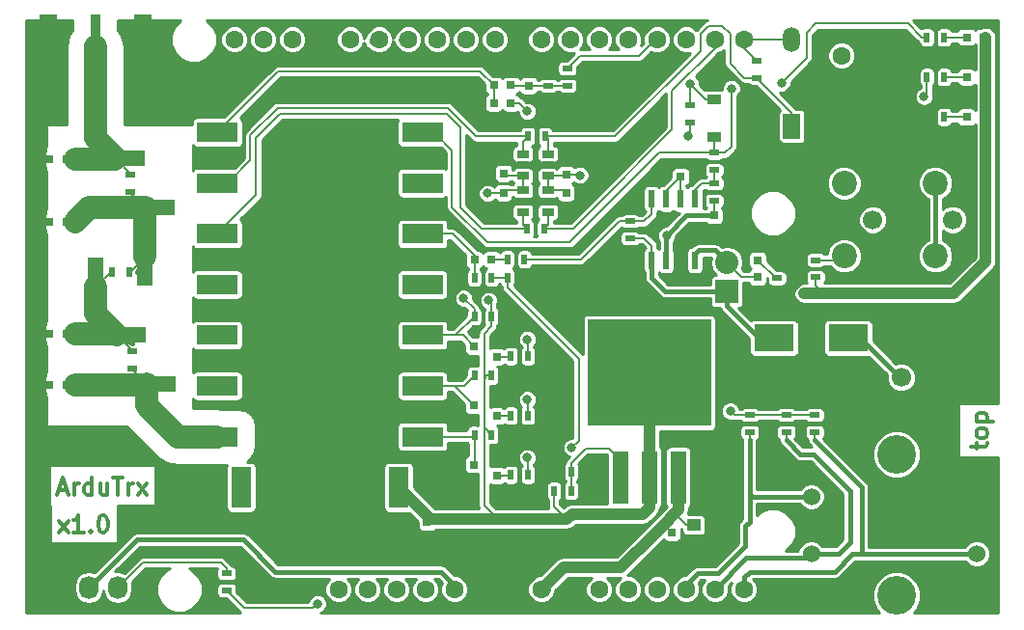
<source format=gtl>
G04 #@! TF.FileFunction,Copper,L1,Top,Signal*
%FSLAX46Y46*%
G04 Gerber Fmt 4.6, Leading zero omitted, Abs format (unit mm)*
G04 Created by KiCad (PCBNEW 4.0.2+dfsg1-stable) date Mi 18 Jul 2018 07:31:42 CEST*
%MOMM*%
G01*
G04 APERTURE LIST*
%ADD10C,0.100000*%
%ADD11C,0.300000*%
%ADD12C,1.600000*%
%ADD13R,1.650000X5.600000*%
%ADD14R,0.900000X5.600000*%
%ADD15R,5.160000X1.480000*%
%ADD16R,1.480000X5.160000*%
%ADD17R,1.800000X3.600000*%
%ADD18R,3.600000X1.800000*%
%ADD19R,1.390000X4.600000*%
%ADD20R,10.800000X9.400000*%
%ADD21R,0.600000X1.550000*%
%ADD22R,0.800100X0.800100*%
%ADD23C,3.400000*%
%ADD24C,1.524000*%
%ADD25C,1.700000*%
%ADD26C,2.200000*%
%ADD27R,1.727200X2.032000*%
%ADD28O,1.727200X2.032000*%
%ADD29R,2.032000X2.032000*%
%ADD30O,2.032000X2.032000*%
%ADD31R,3.500120X2.400300*%
%ADD32R,0.800000X0.750000*%
%ADD33R,1.250000X1.000000*%
%ADD34R,0.750000X0.800000*%
%ADD35R,0.797560X0.797560*%
%ADD36R,1.220000X0.910000*%
%ADD37R,1.060000X0.650000*%
%ADD38R,0.500000X0.900000*%
%ADD39R,0.900000X0.500000*%
%ADD40R,1.498600X2.197100*%
%ADD41O,1.498600X2.197100*%
%ADD42C,0.800000*%
%ADD43C,1.100000*%
%ADD44C,0.200000*%
%ADD45C,0.400000*%
%ADD46C,1.000000*%
%ADD47C,2.000000*%
%ADD48C,0.254000*%
G04 APERTURE END LIST*
D10*
D11*
X138578571Y-115142857D02*
X138578571Y-114571428D01*
X138078571Y-114928571D02*
X139364286Y-114928571D01*
X139507143Y-114857143D01*
X139578571Y-114714285D01*
X139578571Y-114571428D01*
X139578571Y-113857142D02*
X139507143Y-114000000D01*
X139435714Y-114071428D01*
X139292857Y-114142857D01*
X138864286Y-114142857D01*
X138721429Y-114071428D01*
X138650000Y-114000000D01*
X138578571Y-113857142D01*
X138578571Y-113642857D01*
X138650000Y-113500000D01*
X138721429Y-113428571D01*
X138864286Y-113357142D01*
X139292857Y-113357142D01*
X139435714Y-113428571D01*
X139507143Y-113500000D01*
X139578571Y-113642857D01*
X139578571Y-113857142D01*
X138578571Y-112714285D02*
X140078571Y-112714285D01*
X138650000Y-112714285D02*
X138578571Y-112571428D01*
X138578571Y-112285714D01*
X138650000Y-112142857D01*
X138721429Y-112071428D01*
X138864286Y-111999999D01*
X139292857Y-111999999D01*
X139435714Y-112071428D01*
X139507143Y-112142857D01*
X139578571Y-112285714D01*
X139578571Y-112571428D01*
X139507143Y-112714285D01*
X58121429Y-122478571D02*
X58907143Y-121478571D01*
X58121429Y-121478571D02*
X58907143Y-122478571D01*
X60264286Y-122478571D02*
X59407143Y-122478571D01*
X59835715Y-122478571D02*
X59835715Y-120978571D01*
X59692858Y-121192857D01*
X59550000Y-121335714D01*
X59407143Y-121407143D01*
X60907143Y-122335714D02*
X60978571Y-122407143D01*
X60907143Y-122478571D01*
X60835714Y-122407143D01*
X60907143Y-122335714D01*
X60907143Y-122478571D01*
X61907143Y-120978571D02*
X62050000Y-120978571D01*
X62192857Y-121050000D01*
X62264286Y-121121429D01*
X62335715Y-121264286D01*
X62407143Y-121550000D01*
X62407143Y-121907143D01*
X62335715Y-122192857D01*
X62264286Y-122335714D01*
X62192857Y-122407143D01*
X62050000Y-122478571D01*
X61907143Y-122478571D01*
X61764286Y-122407143D01*
X61692857Y-122335714D01*
X61621429Y-122192857D01*
X61550000Y-121907143D01*
X61550000Y-121550000D01*
X61621429Y-121264286D01*
X61692857Y-121121429D01*
X61764286Y-121050000D01*
X61907143Y-120978571D01*
X58078572Y-118750000D02*
X58792858Y-118750000D01*
X57935715Y-119178571D02*
X58435715Y-117678571D01*
X58935715Y-119178571D01*
X59435715Y-119178571D02*
X59435715Y-118178571D01*
X59435715Y-118464286D02*
X59507143Y-118321429D01*
X59578572Y-118250000D01*
X59721429Y-118178571D01*
X59864286Y-118178571D01*
X61007143Y-119178571D02*
X61007143Y-117678571D01*
X61007143Y-119107143D02*
X60864286Y-119178571D01*
X60578572Y-119178571D01*
X60435714Y-119107143D01*
X60364286Y-119035714D01*
X60292857Y-118892857D01*
X60292857Y-118464286D01*
X60364286Y-118321429D01*
X60435714Y-118250000D01*
X60578572Y-118178571D01*
X60864286Y-118178571D01*
X61007143Y-118250000D01*
X62364286Y-118178571D02*
X62364286Y-119178571D01*
X61721429Y-118178571D02*
X61721429Y-118964286D01*
X61792857Y-119107143D01*
X61935715Y-119178571D01*
X62150000Y-119178571D01*
X62292857Y-119107143D01*
X62364286Y-119035714D01*
X62864286Y-117678571D02*
X63721429Y-117678571D01*
X63292858Y-119178571D02*
X63292858Y-117678571D01*
X64221429Y-119178571D02*
X64221429Y-118178571D01*
X64221429Y-118464286D02*
X64292857Y-118321429D01*
X64364286Y-118250000D01*
X64507143Y-118178571D01*
X64650000Y-118178571D01*
X65007143Y-119178571D02*
X65792857Y-118178571D01*
X65007143Y-118178571D02*
X65792857Y-119178571D01*
D12*
X105500000Y-127460000D03*
X108040000Y-127460000D03*
X110580000Y-127460000D03*
X113120000Y-127460000D03*
X115660000Y-127460000D03*
X118200000Y-127460000D03*
X82640000Y-127460000D03*
X85180000Y-127460000D03*
X87720000Y-127460000D03*
X90260000Y-127460000D03*
X92800000Y-127460000D03*
X95340000Y-127460000D03*
X97880000Y-127460000D03*
X100420000Y-127460000D03*
X100420000Y-79200000D03*
X102960000Y-79200000D03*
X105500000Y-79200000D03*
X108040000Y-79200000D03*
X110580000Y-79200000D03*
X113120000Y-79200000D03*
X115660000Y-79200000D03*
X73496000Y-79200000D03*
X76036000Y-79200000D03*
X78576000Y-79200000D03*
X81116000Y-79200000D03*
X83656000Y-79200000D03*
X86196000Y-79200000D03*
X88736000Y-79200000D03*
X91276000Y-79200000D03*
X93816000Y-79200000D03*
X96356000Y-79200000D03*
X118200000Y-79200000D03*
D13*
X57175000Y-79800000D03*
X65425000Y-79800000D03*
D14*
X61300000Y-79800000D03*
D15*
X65710000Y-93965000D03*
X63090000Y-89635000D03*
D16*
X61335000Y-100910000D03*
X65665000Y-98290000D03*
D15*
X65810000Y-109465000D03*
X63190000Y-105135000D03*
D17*
X87900000Y-118500000D03*
X83300000Y-118500000D03*
X74100000Y-118500000D03*
X78700000Y-118500000D03*
D18*
X90000000Y-87350000D03*
X90000000Y-91800000D03*
X90000000Y-96250000D03*
X90000000Y-100700000D03*
X90000000Y-105150000D03*
X90000000Y-109600000D03*
X72000000Y-87350000D03*
X72000000Y-91800000D03*
X72000000Y-96250000D03*
X72000000Y-100700000D03*
X72000000Y-105150000D03*
X72000000Y-109600000D03*
X72000000Y-114050000D03*
X90000000Y-114050000D03*
D19*
X109900000Y-117600000D03*
D20*
X109900000Y-108450000D03*
D19*
X112440000Y-117600000D03*
X107360000Y-117600000D03*
D21*
X113908500Y-93195500D03*
X112638500Y-93195500D03*
X111368500Y-93195500D03*
X110098500Y-93195500D03*
X110098500Y-98595500D03*
X111368500Y-98595500D03*
X112638500Y-98595500D03*
X113908500Y-98595500D03*
D22*
X96500760Y-117450000D03*
X96500760Y-115550000D03*
X94501780Y-116500000D03*
X96500760Y-112250000D03*
X96500760Y-110350000D03*
X94501780Y-111300000D03*
X96500760Y-107050000D03*
X96500760Y-105150000D03*
X94501780Y-106100000D03*
D23*
X131600000Y-128000000D03*
X131600000Y-115600000D03*
D24*
X138600000Y-119300000D03*
X124100000Y-124300000D03*
X138600000Y-124300000D03*
X124100000Y-121800000D03*
X124100000Y-119300000D03*
D25*
X129500000Y-95000000D03*
X136500000Y-95000000D03*
D26*
X127000000Y-98200000D03*
X127000000Y-91800000D03*
X135000000Y-91800000D03*
X135000000Y-98200000D03*
D25*
X132000000Y-108850000D03*
X136000000Y-105150000D03*
X137300000Y-108850000D03*
D12*
X125500000Y-83100000D03*
X132500000Y-83100000D03*
X131250000Y-80600000D03*
X126750000Y-80600000D03*
D27*
X58200000Y-127300000D03*
D28*
X60740000Y-127300000D03*
X63280000Y-127300000D03*
D29*
X116700000Y-101300000D03*
D30*
X116700000Y-98760000D03*
D31*
X120848800Y-105400000D03*
X127351200Y-105400000D03*
D32*
X58750000Y-89700000D03*
X57250000Y-89700000D03*
X58750000Y-95200000D03*
X57250000Y-95200000D03*
X58750000Y-105000000D03*
X57250000Y-105000000D03*
X58750000Y-109500000D03*
X57250000Y-109500000D03*
X97750000Y-83200000D03*
X96250000Y-83200000D03*
D33*
X113800000Y-121800000D03*
X113800000Y-123800000D03*
D34*
X111900000Y-122450000D03*
X111900000Y-123950000D03*
X90400000Y-121550000D03*
X90400000Y-123050000D03*
D33*
X92400000Y-121300000D03*
X92400000Y-123300000D03*
D32*
X96050000Y-98500000D03*
X94550000Y-98500000D03*
D34*
X115600000Y-94650000D03*
X115600000Y-96150000D03*
X119400000Y-100050000D03*
X119400000Y-98550000D03*
D32*
X112650000Y-91200000D03*
X111150000Y-91200000D03*
X97750000Y-84800000D03*
X96250000Y-84800000D03*
D34*
X99300000Y-83250000D03*
X99300000Y-81750000D03*
X97100000Y-90950000D03*
X97100000Y-89450000D03*
X97100000Y-92650000D03*
X97100000Y-94150000D03*
X102600000Y-92650000D03*
X102600000Y-94150000D03*
X102600000Y-91050000D03*
X102600000Y-89550000D03*
D35*
X139249300Y-82500000D03*
X137750700Y-82500000D03*
X139249300Y-86000000D03*
X137750700Y-86000000D03*
X139249300Y-79000000D03*
X137750700Y-79000000D03*
D36*
X115600000Y-87735000D03*
X115600000Y-84465000D03*
D37*
X98800000Y-92450000D03*
X98800000Y-93400000D03*
X98800000Y-94350000D03*
X101000000Y-94350000D03*
X101000000Y-92450000D03*
X101000000Y-93400000D03*
X101000000Y-91150000D03*
X101000000Y-90200000D03*
X101000000Y-89250000D03*
X98800000Y-89250000D03*
X98800000Y-91150000D03*
X98800000Y-90200000D03*
D38*
X135750000Y-82500000D03*
X134250000Y-82500000D03*
X96050000Y-113900000D03*
X94550000Y-113900000D03*
X99250000Y-117400000D03*
X97750000Y-117400000D03*
X100650000Y-95800000D03*
X99150000Y-95800000D03*
X100750000Y-87700000D03*
X99250000Y-87700000D03*
X135750000Y-86000000D03*
X134250000Y-86000000D03*
X135750000Y-79000000D03*
X134250000Y-79000000D03*
X96050000Y-108700000D03*
X94550000Y-108700000D03*
X99250000Y-112200000D03*
X97750000Y-112200000D03*
X96050000Y-103500000D03*
X94550000Y-103500000D03*
X99250000Y-107000000D03*
X97750000Y-107000000D03*
D39*
X113500000Y-86450000D03*
X113500000Y-84950000D03*
X102700000Y-81750000D03*
X102700000Y-83250000D03*
X101000000Y-83250000D03*
X101000000Y-81750000D03*
D38*
X101550000Y-118800000D03*
X103050000Y-118800000D03*
X94550000Y-100100000D03*
X96050000Y-100100000D03*
X103050000Y-117100000D03*
X101550000Y-117100000D03*
D39*
X72800000Y-127550000D03*
X72800000Y-126050000D03*
X108200000Y-96650000D03*
X108200000Y-95150000D03*
D38*
X98950000Y-98500000D03*
X97450000Y-98500000D03*
D39*
X115600000Y-93350000D03*
X115600000Y-91850000D03*
X115600000Y-90650000D03*
X115600000Y-89150000D03*
X121100000Y-100150000D03*
X121100000Y-98650000D03*
X118700000Y-112150000D03*
X118700000Y-113650000D03*
X121900000Y-112150000D03*
X121900000Y-113650000D03*
X124400000Y-112150000D03*
X124400000Y-113650000D03*
X124500000Y-100050000D03*
X124500000Y-98550000D03*
X64400000Y-92550000D03*
X64400000Y-91050000D03*
D38*
X62750000Y-99600000D03*
X64250000Y-99600000D03*
D39*
X64500000Y-108050000D03*
X64500000Y-106550000D03*
D38*
X97450000Y-100100000D03*
X98950000Y-100100000D03*
D39*
X119300000Y-81050000D03*
X119300000Y-82550000D03*
D40*
X122400000Y-86810000D03*
D41*
X122400000Y-79190000D03*
D42*
X113950000Y-96150000D03*
X121100000Y-97300000D03*
X103900000Y-88900000D03*
X100000000Y-100300000D03*
X112200000Y-125700000D03*
X68600000Y-85700000D03*
X59800000Y-114000000D03*
X78700000Y-115200000D03*
X76000000Y-111100000D03*
X68400000Y-118000000D03*
X63500000Y-113900000D03*
X56500000Y-113900000D03*
X65900000Y-115900000D03*
X71600000Y-117900000D03*
X56500000Y-107300000D03*
X56500000Y-98800000D03*
X56500000Y-92100000D03*
X97800000Y-116000000D03*
X97900000Y-103800000D03*
X97900000Y-108900000D03*
X104200000Y-93100000D03*
X95600000Y-89200000D03*
X83500000Y-122200000D03*
X78700000Y-122000000D03*
X83300000Y-115100000D03*
X90400000Y-124800000D03*
D43*
X57300000Y-85200000D03*
X65500000Y-85100000D03*
D42*
X123500000Y-101500000D03*
X95700000Y-92700000D03*
X95800000Y-102100000D03*
X109900000Y-108450000D03*
X111400000Y-96400000D03*
X80800000Y-128700000D03*
X103100000Y-115000000D03*
X113500000Y-83100000D03*
X99200000Y-115900000D03*
X99200000Y-110800000D03*
X99200000Y-105500000D03*
X134000000Y-84200000D03*
X93600000Y-101900000D03*
X121500000Y-83000000D03*
X117100000Y-83500000D03*
X99200000Y-85500000D03*
X117000000Y-111800000D03*
X113300000Y-87700000D03*
X103800000Y-91100000D03*
D44*
X113950000Y-96150000D02*
X113900000Y-96100000D01*
X115600000Y-96150000D02*
X113950000Y-96150000D01*
X121100000Y-98650000D02*
X121100000Y-97300000D01*
X102600000Y-89550000D02*
X103250000Y-89550000D01*
X103250000Y-89550000D02*
X103900000Y-88900000D01*
X98950000Y-100100000D02*
X99800000Y-100100000D01*
X99800000Y-100100000D02*
X100000000Y-100300000D01*
X113800000Y-123800000D02*
X113800000Y-124100000D01*
X113800000Y-124100000D02*
X112200000Y-125700000D01*
X57250000Y-105000000D02*
X56500000Y-105000000D01*
X56500000Y-105000000D02*
X56600000Y-105100000D01*
X56600000Y-105100000D02*
X56600000Y-105400000D01*
X56600000Y-105400000D02*
X56500000Y-105400000D01*
X57250000Y-109500000D02*
X57100000Y-109500000D01*
X57100000Y-109500000D02*
X56500000Y-110100000D01*
X57250000Y-95200000D02*
X57000000Y-95200000D01*
X57000000Y-95200000D02*
X56500000Y-95700000D01*
X57250000Y-89700000D02*
X56500000Y-89700000D01*
X56500000Y-89700000D02*
X56500000Y-89900000D01*
X65500000Y-85100000D02*
X68000000Y-85100000D01*
X68000000Y-85100000D02*
X68600000Y-85700000D01*
X59800000Y-114000000D02*
X59800000Y-113900000D01*
X59800000Y-113900000D02*
X59800000Y-114000000D01*
X59800000Y-114000000D02*
X59800000Y-113900000D01*
X78700000Y-115200000D02*
X78700000Y-113800000D01*
X78700000Y-118500000D02*
X78700000Y-115200000D01*
X78700000Y-113800000D02*
X76000000Y-111100000D01*
X66300000Y-115900000D02*
X68400000Y-118000000D01*
X56500000Y-113900000D02*
X59800000Y-113900000D01*
X59800000Y-113900000D02*
X63500000Y-113900000D01*
X65900000Y-115900000D02*
X66300000Y-115900000D01*
X96500760Y-115550000D02*
X97350000Y-115550000D01*
X97350000Y-115550000D02*
X97800000Y-116000000D01*
X96500760Y-105150000D02*
X96550000Y-105150000D01*
X96550000Y-105150000D02*
X97900000Y-103800000D01*
X96500760Y-110350000D02*
X96500760Y-110299240D01*
X96500760Y-110299240D02*
X97900000Y-108900000D01*
X102600000Y-94150000D02*
X103150000Y-94150000D01*
X103150000Y-94150000D02*
X104200000Y-93100000D01*
X97100000Y-89450000D02*
X95850000Y-89450000D01*
X95850000Y-89450000D02*
X95600000Y-89200000D01*
X83300000Y-118500000D02*
X83300000Y-122000000D01*
X83300000Y-122000000D02*
X83500000Y-122200000D01*
X78700000Y-118500000D02*
X78700000Y-122000000D01*
X83300000Y-118500000D02*
X83300000Y-115100000D01*
X90400000Y-123050000D02*
X90400000Y-124800000D01*
X134250000Y-86000000D02*
X131550000Y-86000000D01*
D45*
X65425000Y-79800000D02*
X65425000Y-85025000D01*
X57225000Y-85125000D02*
X57175000Y-85125000D01*
X57300000Y-85200000D02*
X57225000Y-85125000D01*
X65425000Y-85025000D02*
X65500000Y-85100000D01*
X57175000Y-85125000D02*
X57175000Y-79800000D01*
X57175000Y-79800000D02*
X57175000Y-85125000D01*
X57175000Y-85125000D02*
X57100000Y-85200000D01*
X129800000Y-83100000D02*
X129800000Y-84250000D01*
X129800000Y-84250000D02*
X131550000Y-86000000D01*
X128550000Y-80600000D02*
X128550000Y-81850000D01*
X128550000Y-81850000D02*
X129800000Y-83100000D01*
X95340000Y-127460000D02*
X95340000Y-124140000D01*
X95340000Y-124140000D02*
X95000000Y-123800000D01*
X97880000Y-127460000D02*
X95340000Y-127460000D01*
X92400000Y-123800000D02*
X89400000Y-123800000D01*
X95000000Y-123800000D02*
X92400000Y-123800000D01*
X97880000Y-127460000D02*
X97880000Y-127980000D01*
X99200000Y-124900000D02*
X96100000Y-124900000D01*
X96100000Y-124900000D02*
X95000000Y-123800000D01*
X101800000Y-122750000D02*
X101650000Y-122750000D01*
X101650000Y-122750000D02*
X99500000Y-124900000D01*
X99500000Y-124900000D02*
X99200000Y-124900000D01*
X104000000Y-122600000D02*
X101950000Y-122600000D01*
X101950000Y-122600000D02*
X101800000Y-122750000D01*
X136000000Y-105150000D02*
X134000000Y-105150000D01*
X133900000Y-105200000D02*
X134000000Y-105200000D01*
X133950000Y-105200000D02*
X133900000Y-105200000D01*
X134000000Y-105150000D02*
X133950000Y-105200000D01*
X137300000Y-108850000D02*
X134650000Y-108850000D01*
X134650000Y-108850000D02*
X134000000Y-109500000D01*
X138600000Y-119300000D02*
X138600000Y-119000000D01*
X138600000Y-119000000D02*
X132550000Y-112950000D01*
X134000000Y-105200000D02*
X134000000Y-109500000D01*
X134000000Y-111500000D02*
X132550000Y-112950000D01*
X134000000Y-109500000D02*
X134000000Y-111500000D01*
X78700000Y-118500000D02*
X78700000Y-114400000D01*
X79100000Y-114100000D02*
X79100000Y-114000000D01*
X79000000Y-114100000D02*
X79100000Y-114100000D01*
X78700000Y-114400000D02*
X79000000Y-114100000D01*
X83300000Y-118500000D02*
X83300000Y-112500000D01*
X83300000Y-112500000D02*
X83500000Y-112300000D01*
X83300000Y-118500000D02*
X83300000Y-123100000D01*
X83300000Y-123100000D02*
X84000000Y-123800000D01*
X89400000Y-123800000D02*
X84000000Y-123800000D01*
X84000000Y-123800000D02*
X78700000Y-118500000D01*
X83500000Y-112300000D02*
X80800000Y-112300000D01*
X80800000Y-112300000D02*
X79100000Y-114000000D01*
X56500000Y-105000000D02*
X56500000Y-98800000D01*
X56500000Y-98800000D02*
X56500000Y-95700000D01*
X56500000Y-95700000D02*
X56500000Y-95200000D01*
X56500000Y-109500000D02*
X56500000Y-110100000D01*
X56500000Y-110100000D02*
X56500000Y-111500000D01*
X56500000Y-111500000D02*
X56500000Y-113400000D01*
X56500000Y-105000000D02*
X56500000Y-105400000D01*
X56500000Y-105400000D02*
X56500000Y-107300000D01*
X56500000Y-107300000D02*
X56500000Y-109500000D01*
X56500000Y-89700000D02*
X56500000Y-80475000D01*
X56500000Y-80475000D02*
X57175000Y-79800000D01*
X56500000Y-89700000D02*
X56500000Y-89900000D01*
X56500000Y-89900000D02*
X56500000Y-92100000D01*
X56500000Y-92100000D02*
X56500000Y-113400000D01*
X56500000Y-113400000D02*
X56500000Y-113900000D01*
X56500000Y-113900000D02*
X56500000Y-125600000D01*
X56500000Y-125600000D02*
X58200000Y-127300000D01*
D44*
X96250000Y-84800000D02*
X96250000Y-83200000D01*
X96250000Y-83200000D02*
X95050000Y-82000000D01*
X95050000Y-82000000D02*
X77350000Y-82000000D01*
X77350000Y-82000000D02*
X72000000Y-87350000D01*
D45*
X111368500Y-98595500D02*
X111368500Y-96431500D01*
X111368500Y-96431500D02*
X111400000Y-96400000D01*
X115600000Y-94650000D02*
X113150000Y-94650000D01*
X113150000Y-94650000D02*
X111400000Y-96400000D01*
D44*
X124500000Y-100050000D02*
X124500000Y-100800000D01*
X124500000Y-100800000D02*
X125200000Y-101500000D01*
D46*
X123500000Y-101500000D02*
X125200000Y-101500000D01*
X125200000Y-101500000D02*
X131800000Y-101500000D01*
X131800000Y-101500000D02*
X136600000Y-101500000D01*
X139419860Y-98680140D02*
X139419860Y-89000000D01*
X136600000Y-101500000D02*
X139419860Y-98680140D01*
D44*
X96050000Y-103500000D02*
X96050000Y-102350000D01*
X95750000Y-92650000D02*
X97100000Y-92650000D01*
X95700000Y-92700000D02*
X95750000Y-92650000D01*
X96050000Y-102350000D02*
X95800000Y-102100000D01*
X92400000Y-121300000D02*
X93900000Y-121300000D01*
X90900000Y-121300000D02*
X92400000Y-121300000D01*
X90400000Y-121550000D02*
X90450000Y-121550000D01*
X90450000Y-121550000D02*
X90700000Y-121300000D01*
X90700000Y-121300000D02*
X90400000Y-121550000D01*
X101550000Y-118800000D02*
X101550000Y-120200000D01*
X101550000Y-120200000D02*
X102650000Y-121300000D01*
X95400000Y-112300000D02*
X95400000Y-120100000D01*
X95400000Y-120100000D02*
X96600000Y-121300000D01*
X95500000Y-108700000D02*
X95500000Y-108900000D01*
X95500000Y-108900000D02*
X95400000Y-109000000D01*
X96050000Y-108700000D02*
X95400000Y-108700000D01*
X95400000Y-108700000D02*
X95500000Y-108700000D01*
X95500000Y-108700000D02*
X95400000Y-108700000D01*
X96050000Y-103500000D02*
X96050000Y-104350000D01*
X95400000Y-113250000D02*
X96050000Y-113900000D01*
X95400000Y-109000000D02*
X95400000Y-112300000D01*
X95400000Y-112300000D02*
X95400000Y-113250000D01*
X95400000Y-105000000D02*
X95400000Y-108700000D01*
X95400000Y-108700000D02*
X95400000Y-109000000D01*
X96050000Y-104350000D02*
X95400000Y-105000000D01*
X98800000Y-92450000D02*
X97300000Y-92450000D01*
X97300000Y-92450000D02*
X97100000Y-92650000D01*
X98800000Y-91150000D02*
X97300000Y-91150000D01*
X97300000Y-91150000D02*
X97100000Y-90950000D01*
X98800000Y-91150000D02*
X98800000Y-92450000D01*
X113150000Y-94650000D02*
X111400000Y-96400000D01*
X115600000Y-93350000D02*
X115600000Y-94650000D01*
X111368500Y-96431500D02*
X111400000Y-96400000D01*
D46*
X139419860Y-89000000D02*
X139419860Y-79000000D01*
X112900000Y-111450000D02*
X109900000Y-108450000D01*
X101500000Y-121300000D02*
X102650000Y-121300000D01*
X102650000Y-121300000D02*
X103112500Y-120837500D01*
X104600000Y-120837500D02*
X103112500Y-120837500D01*
X106700000Y-120837500D02*
X104600000Y-120837500D01*
D45*
X103112500Y-120837500D02*
X102900000Y-121050000D01*
X102900000Y-121050000D02*
X102900000Y-121100000D01*
X102900000Y-121100000D02*
X102900000Y-121050000D01*
D46*
X101800000Y-121300000D02*
X101500000Y-121300000D01*
X101500000Y-121300000D02*
X99300000Y-121300000D01*
X99300000Y-121300000D02*
X96600000Y-121300000D01*
X96600000Y-121300000D02*
X93900000Y-121300000D01*
X93900000Y-121300000D02*
X90900000Y-121300000D01*
X90900000Y-121300000D02*
X90700000Y-121300000D01*
X90700000Y-121300000D02*
X87900000Y-118500000D01*
X108100000Y-120837500D02*
X109337500Y-120837500D01*
X109337500Y-120837500D02*
X109900000Y-120275000D01*
X108100000Y-120837500D02*
X106700000Y-120837500D01*
X109900000Y-117600000D02*
X109900000Y-120275000D01*
X109900000Y-120275000D02*
X109337500Y-120837500D01*
X109900000Y-117600000D02*
X109900000Y-108450000D01*
D45*
X97700000Y-121300000D02*
X101800000Y-121300000D01*
X101800000Y-121300000D02*
X102650000Y-121300000D01*
X102650000Y-121300000D02*
X102900000Y-121050000D01*
X112900000Y-111450000D02*
X109900000Y-108450000D01*
X112900000Y-111450000D02*
X109900000Y-108450000D01*
X91600000Y-121300000D02*
X93725000Y-121300000D01*
X93725000Y-121300000D02*
X97100000Y-121300000D01*
X97100000Y-121300000D02*
X97700000Y-121300000D01*
X112900000Y-111450000D02*
X109900000Y-108450000D01*
X139419860Y-82500000D02*
X139419860Y-86000000D01*
X139419860Y-82500000D02*
X139419860Y-79000000D01*
X139550000Y-89100000D02*
X139550000Y-86330140D01*
X139550000Y-86330140D02*
X139419860Y-86200000D01*
X139419860Y-86200000D02*
X139419860Y-78700000D01*
X93100000Y-121300000D02*
X91600000Y-121300000D01*
X91600000Y-121300000D02*
X90700000Y-121300000D01*
X90700000Y-121300000D02*
X87900000Y-118500000D01*
D44*
X96050000Y-98500000D02*
X97450000Y-98500000D01*
X94550000Y-100100000D02*
X94550000Y-98500000D01*
X94550000Y-98500000D02*
X94550000Y-98150000D01*
X94550000Y-98150000D02*
X92650000Y-96250000D01*
X92650000Y-96250000D02*
X90000000Y-96250000D01*
X119400000Y-100050000D02*
X117990000Y-100050000D01*
X117990000Y-100050000D02*
X116700000Y-98760000D01*
D45*
X117040000Y-99100000D02*
X116700000Y-98760000D01*
X116940000Y-99000000D02*
X116700000Y-98760000D01*
X113908500Y-98595500D02*
X113908500Y-97991500D01*
X113908500Y-97991500D02*
X114200000Y-97700000D01*
X114200000Y-97700000D02*
X115640000Y-97700000D01*
X115640000Y-97700000D02*
X116700000Y-98760000D01*
D44*
X121100000Y-100150000D02*
X121000000Y-100150000D01*
X121000000Y-100150000D02*
X119400000Y-98550000D01*
X111368500Y-93195500D02*
X111368500Y-92481500D01*
X111368500Y-92481500D02*
X112650000Y-91200000D01*
X112638500Y-93195500D02*
X112638500Y-91211500D01*
X112638500Y-91211500D02*
X112650000Y-91200000D01*
X78600000Y-129100000D02*
X80400000Y-129100000D01*
X77100000Y-129100000D02*
X78600000Y-129100000D01*
X74350000Y-129100000D02*
X72800000Y-127550000D01*
X77100000Y-129100000D02*
X74350000Y-129100000D01*
X80400000Y-129100000D02*
X80800000Y-128700000D01*
X97450000Y-100600000D02*
X97450000Y-100950000D01*
X103700000Y-114400000D02*
X103100000Y-115000000D01*
X103700000Y-107200000D02*
X103700000Y-114400000D01*
X97450000Y-100950000D02*
X103700000Y-107200000D01*
X110580000Y-127460000D02*
X110580000Y-126780000D01*
X97450000Y-100600000D02*
X97450000Y-100100000D01*
X110580000Y-127460000D02*
X110580000Y-127120000D01*
X96050000Y-100100000D02*
X97450000Y-100100000D01*
X118700000Y-114400000D02*
X118700000Y-113650000D01*
D45*
X114175000Y-126025000D02*
X115925000Y-126025000D01*
X118300000Y-123650000D02*
X118300000Y-121900000D01*
X115925000Y-126025000D02*
X118300000Y-123650000D01*
X118700000Y-118500000D02*
X118700000Y-121500000D01*
X118700000Y-121500000D02*
X118300000Y-121900000D01*
X114175000Y-126025000D02*
X113120000Y-127080000D01*
X113120000Y-127080000D02*
X113120000Y-127460000D01*
X118700000Y-114350000D02*
X118700000Y-114400000D01*
X118700000Y-114400000D02*
X118700000Y-118500000D01*
X118700000Y-118500000D02*
X118700000Y-119100000D01*
X118700000Y-119100000D02*
X118900000Y-119300000D01*
X124100000Y-119300000D02*
X118900000Y-119300000D01*
D44*
X121925000Y-114375000D02*
X121925000Y-113525002D01*
X121925000Y-113525002D02*
X121900000Y-113500002D01*
X121900000Y-113500002D02*
X121900000Y-113650000D01*
D45*
X121475000Y-124700000D02*
X118420000Y-124700000D01*
X118420000Y-124700000D02*
X115660000Y-127460000D01*
X124100000Y-124300000D02*
X126500000Y-124300000D01*
X123150000Y-115600000D02*
X121925000Y-114375000D01*
X121925000Y-114375000D02*
X121900000Y-114350000D01*
X124300000Y-115600000D02*
X123150000Y-115600000D01*
X127500000Y-118800000D02*
X124300000Y-115600000D01*
X127500000Y-123300000D02*
X127500000Y-118800000D01*
X126500000Y-124300000D02*
X127500000Y-123300000D01*
X121475000Y-124700000D02*
X123700000Y-124700000D01*
X123700000Y-124700000D02*
X124100000Y-124300000D01*
D44*
X124400000Y-113650000D02*
X124400000Y-114350000D01*
D45*
X128550000Y-118500000D02*
X124400000Y-114350000D01*
X128550000Y-118500000D02*
X128550000Y-124350000D01*
X125200000Y-125900000D02*
X126150000Y-125900000D01*
X127700000Y-124350000D02*
X128550000Y-124350000D01*
X126150000Y-125900000D02*
X127700000Y-124350000D01*
X120975000Y-125900000D02*
X118700000Y-125900000D01*
X118700000Y-125900000D02*
X118200000Y-126400000D01*
X118200000Y-126400000D02*
X118200000Y-127460000D01*
X128550000Y-124350000D02*
X138550000Y-124350000D01*
X138550000Y-124350000D02*
X138600000Y-124300000D01*
X118200000Y-127460000D02*
X118240000Y-127460000D01*
X120975000Y-125900000D02*
X125200000Y-125900000D01*
X92800000Y-127460000D02*
X92800000Y-127100000D01*
X92800000Y-127100000D02*
X91600000Y-125900000D01*
X64940000Y-123100000D02*
X60740000Y-127300000D01*
X74300000Y-123100000D02*
X64940000Y-123100000D01*
X77100000Y-125900000D02*
X74300000Y-123100000D01*
X91600000Y-125900000D02*
X77100000Y-125900000D01*
D44*
X110580000Y-79200000D02*
X110400000Y-79200000D01*
X110400000Y-79200000D02*
X109000000Y-80600000D01*
X109000000Y-80600000D02*
X103850000Y-80600000D01*
X103850000Y-80600000D02*
X102700000Y-81750000D01*
X113500000Y-84950000D02*
X113500000Y-83100000D01*
X114865000Y-84465000D02*
X115600000Y-84465000D01*
X113500000Y-83100000D02*
X114865000Y-84465000D01*
D45*
X113120000Y-79200000D02*
X113120000Y-78880000D01*
D44*
X115660000Y-79200000D02*
X115660000Y-79940000D01*
X115660000Y-79940000D02*
X111900000Y-83700000D01*
X111900000Y-87100000D02*
X104800000Y-94200000D01*
X111900000Y-83700000D02*
X111900000Y-87100000D01*
X101000000Y-94350000D02*
X101000000Y-95450000D01*
X101000000Y-95450000D02*
X100650000Y-95800000D01*
X103200000Y-95800000D02*
X100650000Y-95800000D01*
X104800000Y-94200000D02*
X103200000Y-95800000D01*
X115660000Y-79200000D02*
X114900000Y-79200000D01*
D45*
X115200000Y-79200000D02*
X115660000Y-79200000D01*
D44*
X99250000Y-117400000D02*
X99250000Y-115950000D01*
X99250000Y-115950000D02*
X99200000Y-115900000D01*
D45*
X83656000Y-79200000D02*
X83656000Y-79255992D01*
D44*
X99250000Y-112200000D02*
X99250000Y-110850000D01*
X99250000Y-110850000D02*
X99200000Y-110800000D01*
D45*
X85496000Y-79200000D02*
X85496000Y-79396000D01*
X86196000Y-79200000D02*
X86196000Y-79295990D01*
D44*
X99250000Y-107000000D02*
X99250000Y-105550000D01*
X99250000Y-105550000D02*
X99200000Y-105500000D01*
D45*
X88036000Y-79200000D02*
X88125000Y-79200000D01*
D44*
X118200000Y-79200000D02*
X118200000Y-79950000D01*
X118200000Y-79950000D02*
X119300000Y-81050000D01*
X118200000Y-79200000D02*
X122390000Y-79200000D01*
X122390000Y-79200000D02*
X122400000Y-79190000D01*
X118200000Y-79200000D02*
X118200000Y-79300000D01*
X94550000Y-113900000D02*
X94550000Y-116451780D01*
X94550000Y-116451780D02*
X94501780Y-116500000D01*
X90000000Y-114050000D02*
X94400000Y-114050000D01*
X94400000Y-114050000D02*
X94550000Y-113900000D01*
X96500760Y-117450000D02*
X97700000Y-117450000D01*
X97700000Y-117450000D02*
X97750000Y-117400000D01*
D45*
X96500760Y-117450000D02*
X96700000Y-117450000D01*
X96500760Y-117450000D02*
X96750000Y-117450000D01*
D44*
X93300000Y-92300000D02*
X93300000Y-93900000D01*
X93300000Y-93900000D02*
X95200000Y-95800000D01*
X98800000Y-94350000D02*
X98800000Y-95450000D01*
X98800000Y-95450000D02*
X99150000Y-95800000D01*
X99150000Y-95800000D02*
X95200000Y-95800000D01*
X75400000Y-92850000D02*
X72000000Y-96250000D01*
X75400000Y-87800000D02*
X75400000Y-92850000D01*
X77500000Y-85700000D02*
X75400000Y-87800000D01*
X92100000Y-85700000D02*
X77500000Y-85700000D01*
X93300000Y-86900000D02*
X92100000Y-85700000D01*
X93300000Y-92300000D02*
X93300000Y-86900000D01*
X72000000Y-91800000D02*
X72900000Y-91800000D01*
X72900000Y-91800000D02*
X74900000Y-89800000D01*
X94700000Y-87700000D02*
X95400000Y-87700000D01*
X92200000Y-85200000D02*
X94700000Y-87700000D01*
X77300000Y-85200000D02*
X92200000Y-85200000D01*
X74900000Y-87600000D02*
X77300000Y-85200000D01*
X74900000Y-89800000D02*
X74900000Y-87600000D01*
X98800000Y-89250000D02*
X98800000Y-88150000D01*
X98800000Y-88150000D02*
X99250000Y-87700000D01*
X99250000Y-87700000D02*
X95400000Y-87700000D01*
D45*
X72000000Y-91800000D02*
X73000000Y-91800000D01*
D44*
X90000000Y-109600000D02*
X92801780Y-109600000D01*
X92801780Y-109600000D02*
X94501780Y-111300000D01*
X90000000Y-109600000D02*
X93650000Y-109600000D01*
X93650000Y-109600000D02*
X94550000Y-108700000D01*
X96500760Y-112250000D02*
X97700000Y-112250000D01*
X97700000Y-112250000D02*
X97750000Y-112200000D01*
X134250000Y-83950000D02*
X134000000Y-84200000D01*
X134250000Y-82500000D02*
X134250000Y-83950000D01*
X93600000Y-101900000D02*
X94550000Y-102850000D01*
X94550000Y-102850000D02*
X94550000Y-103500000D01*
X90000000Y-105150000D02*
X92900000Y-105150000D01*
X92900000Y-105150000D02*
X94550000Y-103500000D01*
X90000000Y-105150000D02*
X93551780Y-105150000D01*
X93551780Y-105150000D02*
X94501780Y-106100000D01*
D45*
X135000000Y-91800000D02*
X135000000Y-98200000D01*
X135000000Y-91800000D02*
X135000000Y-91600000D01*
D44*
X96500760Y-107050000D02*
X97700000Y-107050000D01*
X97700000Y-107050000D02*
X97750000Y-107000000D01*
X115600000Y-89150000D02*
X116550000Y-89150000D01*
X124500000Y-77800000D02*
X126300000Y-77800000D01*
X123700000Y-78600000D02*
X124500000Y-77800000D01*
X123700000Y-80800000D02*
X123700000Y-78600000D01*
X121500000Y-83000000D02*
X123700000Y-80800000D01*
X117100000Y-88600000D02*
X117100000Y-83500000D01*
X116550000Y-89150000D02*
X117100000Y-88600000D01*
X92600000Y-89400000D02*
X92600000Y-93900000D01*
X95700000Y-97000000D02*
X96800000Y-97000000D01*
X92600000Y-93900000D02*
X95700000Y-97000000D01*
X115600000Y-89150000D02*
X110750000Y-89150000D01*
X110750000Y-89150000D02*
X109700000Y-90200000D01*
X134250000Y-79000000D02*
X133800000Y-79000000D01*
X133800000Y-79000000D02*
X132600000Y-77800000D01*
X132600000Y-77800000D02*
X126300000Y-77800000D01*
X115600000Y-87735000D02*
X115600000Y-89150000D01*
X90000000Y-87350000D02*
X91050000Y-87350000D01*
X91050000Y-87350000D02*
X92600000Y-88900000D01*
X92600000Y-88900000D02*
X92600000Y-89400000D01*
X96800000Y-97000000D02*
X102900000Y-97000000D01*
X102900000Y-97000000D02*
X109700000Y-90200000D01*
D45*
X91450000Y-87350000D02*
X90000000Y-87350000D01*
D44*
X103050000Y-117100000D02*
X103050000Y-116350000D01*
X106400000Y-115100000D02*
X107360000Y-116060000D01*
X104300000Y-115100000D02*
X106400000Y-115100000D01*
X103050000Y-116350000D02*
X104300000Y-115100000D01*
X107360000Y-116060000D02*
X107360000Y-117600000D01*
X103050000Y-117100000D02*
X103050000Y-118800000D01*
D45*
X107360000Y-117600000D02*
X107360000Y-119540000D01*
D44*
X98950000Y-98500000D02*
X103900000Y-98500000D01*
X107250000Y-95150000D02*
X108200000Y-95150000D01*
X103900000Y-98500000D02*
X107250000Y-95150000D01*
X110098500Y-93195500D02*
X110098500Y-94501500D01*
X109450000Y-95150000D02*
X108200000Y-95150000D01*
X110098500Y-94501500D02*
X109450000Y-95150000D01*
X115600000Y-91850000D02*
X115600000Y-90650000D01*
X113908500Y-93195500D02*
X113908500Y-92391500D01*
X114450000Y-91850000D02*
X115600000Y-91850000D01*
X113908500Y-92391500D02*
X114450000Y-91850000D01*
X98500000Y-84800000D02*
X97750000Y-84800000D01*
X99200000Y-85500000D02*
X98500000Y-84800000D01*
X124500000Y-98550000D02*
X126650000Y-98550000D01*
X126650000Y-98550000D02*
X127000000Y-98200000D01*
D45*
X132000000Y-108850000D02*
X131850000Y-108850000D01*
X131850000Y-108850000D02*
X128200000Y-105200000D01*
D44*
X137750700Y-82500000D02*
X135750000Y-82500000D01*
X137750700Y-86000000D02*
X135750000Y-86000000D01*
X137750700Y-79000000D02*
X135750000Y-79000000D01*
X58750000Y-89700000D02*
X63025000Y-89700000D01*
X63025000Y-89700000D02*
X63090000Y-89635000D01*
X64400000Y-91050000D02*
X64400000Y-90945000D01*
X64400000Y-90945000D02*
X63090000Y-89635000D01*
D47*
X61300000Y-79800000D02*
X61300000Y-87845000D01*
X61300000Y-87845000D02*
X63090000Y-89635000D01*
X59500000Y-89700000D02*
X63025000Y-89700000D01*
X63025000Y-89700000D02*
X63090000Y-89635000D01*
D45*
X63025000Y-89700000D02*
X63090000Y-89635000D01*
X61300000Y-87845000D02*
X63090000Y-89635000D01*
X63025000Y-89700000D02*
X63090000Y-89635000D01*
D44*
X58750000Y-95200000D02*
X59500000Y-95200000D01*
X59500000Y-95200000D02*
X60735000Y-93965000D01*
X64400000Y-92550000D02*
X64400000Y-92655000D01*
X64400000Y-92655000D02*
X65710000Y-93965000D01*
X64250000Y-99600000D02*
X64355000Y-99600000D01*
X64355000Y-99600000D02*
X65665000Y-98290000D01*
D47*
X65665000Y-98290000D02*
X65665000Y-94010000D01*
X65665000Y-94010000D02*
X65710000Y-93965000D01*
X65710000Y-93965000D02*
X60735000Y-93965000D01*
X60735000Y-93965000D02*
X59500000Y-95200000D01*
D45*
X65665000Y-98290000D02*
X65665000Y-98885000D01*
X65665000Y-98885000D02*
X64950000Y-99600000D01*
X64950000Y-99600000D02*
X65665000Y-98290000D01*
X65710000Y-93965000D02*
X65710000Y-98245000D01*
X65710000Y-98245000D02*
X65665000Y-98290000D01*
X60735000Y-93965000D02*
X59500000Y-95200000D01*
D44*
X58750000Y-105000000D02*
X63055000Y-105000000D01*
X63055000Y-105000000D02*
X63190000Y-105135000D01*
X62750000Y-99600000D02*
X62645000Y-99600000D01*
X62645000Y-99600000D02*
X61335000Y-100910000D01*
X64500000Y-106550000D02*
X64500000Y-106445000D01*
X64500000Y-106445000D02*
X63190000Y-105135000D01*
D47*
X61335000Y-100910000D02*
X61335000Y-103280000D01*
X61335000Y-103280000D02*
X63190000Y-105135000D01*
X59500000Y-105000000D02*
X63055000Y-105000000D01*
X63055000Y-105000000D02*
X63190000Y-105135000D01*
D45*
X63190000Y-105135000D02*
X63785000Y-105135000D01*
X63785000Y-105135000D02*
X64500000Y-105850000D01*
X64500000Y-105850000D02*
X63190000Y-105135000D01*
X61335000Y-103280000D02*
X63190000Y-105135000D01*
X63190000Y-105135000D02*
X59635000Y-105135000D01*
X59635000Y-105135000D02*
X59500000Y-105000000D01*
X61335000Y-103280000D02*
X63190000Y-105135000D01*
D44*
X58750000Y-109500000D02*
X65775000Y-109500000D01*
X65775000Y-109500000D02*
X65810000Y-109465000D01*
X64500000Y-108050000D02*
X64500000Y-108155000D01*
X64500000Y-108155000D02*
X65810000Y-109465000D01*
D47*
X59500000Y-109500000D02*
X65775000Y-109500000D01*
X65775000Y-109500000D02*
X65810000Y-109465000D01*
D45*
X65775000Y-109500000D02*
X65810000Y-109465000D01*
D47*
X72000000Y-114050000D02*
X68550000Y-114050000D01*
X68550000Y-114050000D02*
X65810000Y-111310000D01*
X65810000Y-111310000D02*
X65810000Y-109465000D01*
D44*
X72800000Y-126050000D02*
X72800000Y-125600000D01*
X65480000Y-125100000D02*
X63280000Y-127300000D01*
X72300000Y-125100000D02*
X65480000Y-125100000D01*
X72800000Y-125600000D02*
X72300000Y-125100000D01*
X110098500Y-98595500D02*
X110098500Y-97298500D01*
X109450000Y-96650000D02*
X108200000Y-96650000D01*
X110098500Y-97298500D02*
X109450000Y-96650000D01*
D45*
X116700000Y-101300000D02*
X116700000Y-102600000D01*
X116700000Y-102600000D02*
X119300000Y-105200000D01*
X110098500Y-98595500D02*
X110098500Y-100098500D01*
X111300000Y-101300000D02*
X116700000Y-101300000D01*
X110098500Y-100098500D02*
X111300000Y-101300000D01*
D44*
X99300000Y-83250000D02*
X101000000Y-83250000D01*
X102700000Y-83250000D02*
X101000000Y-83250000D01*
X102700000Y-83250000D02*
X97800000Y-83250000D01*
X97800000Y-83250000D02*
X97750000Y-83200000D01*
X117000000Y-111800000D02*
X117350000Y-112150000D01*
X117350000Y-112150000D02*
X118700000Y-112150000D01*
X113500000Y-86450000D02*
X113500000Y-87500000D01*
X113500000Y-87500000D02*
X113300000Y-87700000D01*
X103750000Y-91050000D02*
X103800000Y-91100000D01*
X103750000Y-91050000D02*
X102600000Y-91050000D01*
X101000000Y-92450000D02*
X102400000Y-92450000D01*
X102400000Y-92450000D02*
X102600000Y-92650000D01*
X101000000Y-91150000D02*
X102500000Y-91150000D01*
X102500000Y-91150000D02*
X102600000Y-91050000D01*
X101000000Y-91150000D02*
X101000000Y-92450000D01*
X118700000Y-112150000D02*
X124400000Y-112150000D01*
D46*
X107400000Y-125500000D02*
X102380000Y-125500000D01*
X110300000Y-122600000D02*
X107400000Y-125500000D01*
X102380000Y-125500000D02*
X100420000Y-127460000D01*
D44*
X111900000Y-122450000D02*
X111850000Y-122450000D01*
X111850000Y-122450000D02*
X111150000Y-121750000D01*
X113800000Y-121800000D02*
X113100000Y-121800000D01*
X113100000Y-121800000D02*
X112100000Y-120800000D01*
D46*
X110300000Y-122600000D02*
X111150000Y-121750000D01*
X111150000Y-121750000D02*
X112100000Y-120800000D01*
X112100000Y-120800000D02*
X112440000Y-120460000D01*
X112440000Y-120460000D02*
X112440000Y-117600000D01*
D45*
X112440000Y-120460000D02*
X112440000Y-117600000D01*
X110300000Y-122600000D02*
X112440000Y-120460000D01*
D46*
X100420000Y-127460000D02*
X100740000Y-127460000D01*
D44*
X102100000Y-87700000D02*
X106900000Y-87700000D01*
X106900000Y-87700000D02*
X114400000Y-80200000D01*
X101000000Y-89250000D02*
X101000000Y-87950000D01*
X101000000Y-87950000D02*
X100750000Y-87700000D01*
X119300000Y-82550000D02*
X118250000Y-82550000D01*
X118250000Y-82550000D02*
X117000000Y-81300000D01*
X117000000Y-81300000D02*
X117000000Y-78700000D01*
X117000000Y-78700000D02*
X116300000Y-78000000D01*
X116300000Y-78000000D02*
X115100000Y-78000000D01*
X115100000Y-78000000D02*
X114400000Y-78700000D01*
X114400000Y-78700000D02*
X114400000Y-80200000D01*
X102100000Y-87700000D02*
X100750000Y-87700000D01*
X122400000Y-86810000D02*
X122400000Y-85650000D01*
X122400000Y-85650000D02*
X119300000Y-82550000D01*
D48*
G36*
X59293085Y-78342478D02*
X58965356Y-78832959D01*
X58773000Y-79800000D01*
X58773000Y-86673000D01*
X57100000Y-86673000D01*
X57053841Y-86681685D01*
X57011447Y-86708965D01*
X56983006Y-86750590D01*
X56973000Y-86800000D01*
X56973000Y-88635482D01*
X56915748Y-88719273D01*
X56793085Y-89325000D01*
X56793085Y-90075000D01*
X56899561Y-90640872D01*
X56973000Y-90754999D01*
X56973000Y-94135482D01*
X56915748Y-94219273D01*
X56793085Y-94825000D01*
X56793085Y-95575000D01*
X56899561Y-96140872D01*
X56973000Y-96254999D01*
X56973000Y-103935482D01*
X56915748Y-104019273D01*
X56793085Y-104625000D01*
X56793085Y-105375000D01*
X56899561Y-105940872D01*
X56973000Y-106054999D01*
X56973000Y-108435482D01*
X56915748Y-108519273D01*
X56793085Y-109125000D01*
X56793085Y-109875000D01*
X56899561Y-110440872D01*
X56973000Y-110554999D01*
X56973000Y-113000000D01*
X56981685Y-113046159D01*
X57008965Y-113088553D01*
X57050590Y-113116994D01*
X57100000Y-113127000D01*
X64053282Y-113127000D01*
X66763141Y-115836859D01*
X67582959Y-116384644D01*
X68550000Y-116577000D01*
X72000000Y-116577000D01*
X72352342Y-116506915D01*
X72815132Y-116506915D01*
X72798936Y-116530619D01*
X72764635Y-116700000D01*
X72764635Y-120300000D01*
X72794409Y-120458237D01*
X72887927Y-120603567D01*
X73030619Y-120701064D01*
X73200000Y-120735365D01*
X75000000Y-120735365D01*
X75158237Y-120705591D01*
X75303567Y-120612073D01*
X75401064Y-120469381D01*
X75435365Y-120300000D01*
X75435365Y-116700000D01*
X86564635Y-116700000D01*
X86564635Y-120300000D01*
X86594409Y-120458237D01*
X86687927Y-120603567D01*
X86830619Y-120701064D01*
X87000000Y-120735365D01*
X88800000Y-120735365D01*
X88820527Y-120731503D01*
X89589635Y-121500611D01*
X89589635Y-121950000D01*
X89619409Y-122108237D01*
X89712927Y-122253567D01*
X89855619Y-122351064D01*
X90025000Y-122385365D01*
X90775000Y-122385365D01*
X90933237Y-122355591D01*
X91078567Y-122262073D01*
X91102531Y-122227000D01*
X91733693Y-122227000D01*
X91775000Y-122235365D01*
X93025000Y-122235365D01*
X93069457Y-122227000D01*
X102650000Y-122227000D01*
X103004748Y-122156436D01*
X103305488Y-121955488D01*
X103496476Y-121764500D01*
X109337500Y-121764500D01*
X109692248Y-121693936D01*
X109992988Y-121492988D01*
X110555488Y-120930488D01*
X110593900Y-120873000D01*
X110756436Y-120629748D01*
X110827000Y-120275000D01*
X110827000Y-120258125D01*
X110898567Y-120212073D01*
X110996064Y-120069381D01*
X111030365Y-119900000D01*
X111030365Y-115300000D01*
X111000591Y-115141763D01*
X110907073Y-114996433D01*
X110827000Y-114941722D01*
X110827000Y-113585365D01*
X115300000Y-113585365D01*
X115458237Y-113555591D01*
X115603567Y-113462073D01*
X115701064Y-113319381D01*
X115735365Y-113150000D01*
X115735365Y-111963779D01*
X116172857Y-111963779D01*
X116298495Y-112267846D01*
X116530930Y-112500688D01*
X116834778Y-112626856D01*
X117133707Y-112627117D01*
X117148326Y-112636885D01*
X117350000Y-112677000D01*
X117920831Y-112677000D01*
X117937927Y-112703567D01*
X118080619Y-112801064D01*
X118250000Y-112835365D01*
X119150000Y-112835365D01*
X119308237Y-112805591D01*
X119453567Y-112712073D01*
X119477531Y-112677000D01*
X121120831Y-112677000D01*
X121137927Y-112703567D01*
X121280619Y-112801064D01*
X121450000Y-112835365D01*
X122350000Y-112835365D01*
X122508237Y-112805591D01*
X122653567Y-112712073D01*
X122677531Y-112677000D01*
X123620831Y-112677000D01*
X123637927Y-112703567D01*
X123780619Y-112801064D01*
X123950000Y-112835365D01*
X124850000Y-112835365D01*
X125008237Y-112805591D01*
X125153567Y-112712073D01*
X125251064Y-112569381D01*
X125285365Y-112400000D01*
X125285365Y-111900000D01*
X125255591Y-111741763D01*
X125162073Y-111596433D01*
X125019381Y-111498936D01*
X124850000Y-111464635D01*
X123950000Y-111464635D01*
X123791763Y-111494409D01*
X123646433Y-111587927D01*
X123622469Y-111623000D01*
X122679169Y-111623000D01*
X122662073Y-111596433D01*
X122519381Y-111498936D01*
X122350000Y-111464635D01*
X121450000Y-111464635D01*
X121291763Y-111494409D01*
X121146433Y-111587927D01*
X121122469Y-111623000D01*
X119479169Y-111623000D01*
X119462073Y-111596433D01*
X119319381Y-111498936D01*
X119150000Y-111464635D01*
X118250000Y-111464635D01*
X118091763Y-111494409D01*
X117946433Y-111587927D01*
X117922469Y-111623000D01*
X117821680Y-111623000D01*
X117701505Y-111332154D01*
X117469070Y-111099312D01*
X117165222Y-110973144D01*
X116836221Y-110972857D01*
X116532154Y-111098495D01*
X116299312Y-111330930D01*
X116173144Y-111634778D01*
X116172857Y-111963779D01*
X115735365Y-111963779D01*
X115735365Y-103750000D01*
X115705591Y-103591763D01*
X115612073Y-103446433D01*
X115469381Y-103348936D01*
X115300000Y-103314635D01*
X104500000Y-103314635D01*
X104341763Y-103344409D01*
X104196433Y-103437927D01*
X104098936Y-103580619D01*
X104064635Y-103750000D01*
X104064635Y-106819345D01*
X98045700Y-100800410D01*
X98101064Y-100719381D01*
X98135365Y-100550000D01*
X98135365Y-99650000D01*
X98105591Y-99491763D01*
X98012073Y-99346433D01*
X97944364Y-99300169D01*
X98003567Y-99262073D01*
X98101064Y-99119381D01*
X98135365Y-98950000D01*
X98135365Y-98050000D01*
X98264635Y-98050000D01*
X98264635Y-98950000D01*
X98294409Y-99108237D01*
X98387927Y-99253567D01*
X98530619Y-99351064D01*
X98700000Y-99385365D01*
X99200000Y-99385365D01*
X99358237Y-99355591D01*
X99503567Y-99262073D01*
X99601064Y-99119381D01*
X99619772Y-99027000D01*
X103900000Y-99027000D01*
X104101675Y-98986885D01*
X104272645Y-98872645D01*
X107440183Y-95705108D01*
X107580619Y-95801064D01*
X107750000Y-95835365D01*
X108650000Y-95835365D01*
X108808237Y-95805591D01*
X108953567Y-95712073D01*
X108977531Y-95677000D01*
X109450000Y-95677000D01*
X109651675Y-95636885D01*
X109822645Y-95522645D01*
X110471145Y-94874146D01*
X110585384Y-94703175D01*
X110585385Y-94703174D01*
X110625500Y-94501500D01*
X110625500Y-94331843D01*
X110702067Y-94282573D01*
X110732881Y-94237475D01*
X110756427Y-94274067D01*
X110899119Y-94371564D01*
X111068500Y-94405865D01*
X111668500Y-94405865D01*
X111826737Y-94376091D01*
X111972067Y-94282573D01*
X112002881Y-94237475D01*
X112026427Y-94274067D01*
X112169119Y-94371564D01*
X112338500Y-94405865D01*
X112507423Y-94405865D01*
X111340340Y-95572948D01*
X111236221Y-95572857D01*
X110932154Y-95698495D01*
X110699312Y-95930930D01*
X110573144Y-96234778D01*
X110572857Y-96563779D01*
X110698495Y-96867846D01*
X110741500Y-96910926D01*
X110741500Y-97542722D01*
X110734119Y-97553525D01*
X110710573Y-97516933D01*
X110625500Y-97458805D01*
X110625500Y-97298500D01*
X110585385Y-97096826D01*
X110536608Y-97023826D01*
X110471145Y-96925854D01*
X109822645Y-96277355D01*
X109651675Y-96163115D01*
X109450000Y-96123000D01*
X108979169Y-96123000D01*
X108962073Y-96096433D01*
X108819381Y-95998936D01*
X108650000Y-95964635D01*
X107750000Y-95964635D01*
X107591763Y-95994409D01*
X107446433Y-96087927D01*
X107348936Y-96230619D01*
X107314635Y-96400000D01*
X107314635Y-96900000D01*
X107344409Y-97058237D01*
X107437927Y-97203567D01*
X107580619Y-97301064D01*
X107750000Y-97335365D01*
X108650000Y-97335365D01*
X108808237Y-97305591D01*
X108953567Y-97212073D01*
X108977531Y-97177000D01*
X109231710Y-97177000D01*
X109536432Y-97481723D01*
X109494933Y-97508427D01*
X109397436Y-97651119D01*
X109363135Y-97820500D01*
X109363135Y-99370500D01*
X109392909Y-99528737D01*
X109471500Y-99650870D01*
X109471500Y-100098500D01*
X109519228Y-100338443D01*
X109655144Y-100541856D01*
X110856644Y-101743356D01*
X111060058Y-101879273D01*
X111300000Y-101927000D01*
X115248635Y-101927000D01*
X115248635Y-102316000D01*
X115278409Y-102474237D01*
X115371927Y-102619567D01*
X115514619Y-102717064D01*
X115684000Y-102751365D01*
X116103109Y-102751365D01*
X116120728Y-102839943D01*
X116236438Y-103013115D01*
X116256644Y-103043356D01*
X118663375Y-105450087D01*
X118663375Y-106600150D01*
X118693149Y-106758387D01*
X118786667Y-106903717D01*
X118929359Y-107001214D01*
X119098740Y-107035515D01*
X122598860Y-107035515D01*
X122757097Y-107005741D01*
X122902427Y-106912223D01*
X122999924Y-106769531D01*
X123034225Y-106600150D01*
X123034225Y-104199850D01*
X125165775Y-104199850D01*
X125165775Y-106600150D01*
X125195549Y-106758387D01*
X125289067Y-106903717D01*
X125431759Y-107001214D01*
X125601140Y-107035515D01*
X129101260Y-107035515D01*
X129141274Y-107027986D01*
X130723209Y-108609921D01*
X130722779Y-109102897D01*
X130916781Y-109572417D01*
X131275693Y-109931957D01*
X131744875Y-110126778D01*
X132252897Y-110127221D01*
X132722417Y-109933219D01*
X133081957Y-109574307D01*
X133276778Y-109105125D01*
X133277221Y-108597103D01*
X133083219Y-108127583D01*
X132724307Y-107768043D01*
X132255125Y-107573222D01*
X131747103Y-107572779D01*
X131543584Y-107656872D01*
X129536625Y-105649913D01*
X129536625Y-104199850D01*
X129506851Y-104041613D01*
X129413333Y-103896283D01*
X129270641Y-103798786D01*
X129101260Y-103764485D01*
X125601140Y-103764485D01*
X125442903Y-103794259D01*
X125297573Y-103887777D01*
X125200076Y-104030469D01*
X125165775Y-104199850D01*
X123034225Y-104199850D01*
X123004451Y-104041613D01*
X122910933Y-103896283D01*
X122768241Y-103798786D01*
X122598860Y-103764485D01*
X119098740Y-103764485D01*
X118940503Y-103794259D01*
X118843434Y-103856722D01*
X117734581Y-102747869D01*
X117874237Y-102721591D01*
X118019567Y-102628073D01*
X118117064Y-102485381D01*
X118151365Y-102316000D01*
X118151365Y-101500000D01*
X122573000Y-101500000D01*
X122643564Y-101854748D01*
X122844512Y-102155488D01*
X123145252Y-102356436D01*
X123500000Y-102427000D01*
X136600000Y-102427000D01*
X136954748Y-102356436D01*
X137255488Y-102155488D01*
X140075348Y-99335628D01*
X140092228Y-99310365D01*
X140276296Y-99034888D01*
X140346860Y-98680140D01*
X140346860Y-79000000D01*
X140276296Y-78645252D01*
X140075348Y-78344512D01*
X139774608Y-78143564D01*
X139419860Y-78073000D01*
X139065112Y-78143564D01*
X139031751Y-78165855D01*
X138850520Y-78165855D01*
X138692283Y-78195629D01*
X138546953Y-78289147D01*
X138500154Y-78357640D01*
X138461553Y-78297653D01*
X138318861Y-78200156D01*
X138149480Y-78165855D01*
X137351920Y-78165855D01*
X137193683Y-78195629D01*
X137048353Y-78289147D01*
X136950856Y-78431839D01*
X136942521Y-78473000D01*
X136420877Y-78473000D01*
X136405591Y-78391763D01*
X136312073Y-78246433D01*
X136169381Y-78148936D01*
X136000000Y-78114635D01*
X135500000Y-78114635D01*
X135341763Y-78144409D01*
X135196433Y-78237927D01*
X135098936Y-78380619D01*
X135064635Y-78550000D01*
X135064635Y-79450000D01*
X135094409Y-79608237D01*
X135187927Y-79753567D01*
X135330619Y-79851064D01*
X135500000Y-79885365D01*
X136000000Y-79885365D01*
X136158237Y-79855591D01*
X136303567Y-79762073D01*
X136401064Y-79619381D01*
X136419772Y-79527000D01*
X136940681Y-79527000D01*
X136946329Y-79557017D01*
X137039847Y-79702347D01*
X137182539Y-79799844D01*
X137351920Y-79834145D01*
X138149480Y-79834145D01*
X138307717Y-79804371D01*
X138453047Y-79710853D01*
X138492860Y-79652585D01*
X138492860Y-81846305D01*
X138461553Y-81797653D01*
X138318861Y-81700156D01*
X138149480Y-81665855D01*
X137351920Y-81665855D01*
X137193683Y-81695629D01*
X137048353Y-81789147D01*
X136950856Y-81931839D01*
X136942521Y-81973000D01*
X136420877Y-81973000D01*
X136405591Y-81891763D01*
X136312073Y-81746433D01*
X136169381Y-81648936D01*
X136000000Y-81614635D01*
X135500000Y-81614635D01*
X135341763Y-81644409D01*
X135196433Y-81737927D01*
X135098936Y-81880619D01*
X135064635Y-82050000D01*
X135064635Y-82950000D01*
X135094409Y-83108237D01*
X135187927Y-83253567D01*
X135330619Y-83351064D01*
X135500000Y-83385365D01*
X136000000Y-83385365D01*
X136158237Y-83355591D01*
X136303567Y-83262073D01*
X136401064Y-83119381D01*
X136419772Y-83027000D01*
X136940681Y-83027000D01*
X136946329Y-83057017D01*
X137039847Y-83202347D01*
X137182539Y-83299844D01*
X137351920Y-83334145D01*
X138149480Y-83334145D01*
X138307717Y-83304371D01*
X138453047Y-83210853D01*
X138492860Y-83152585D01*
X138492860Y-85346305D01*
X138461553Y-85297653D01*
X138318861Y-85200156D01*
X138149480Y-85165855D01*
X137351920Y-85165855D01*
X137193683Y-85195629D01*
X137048353Y-85289147D01*
X136950856Y-85431839D01*
X136942521Y-85473000D01*
X136420877Y-85473000D01*
X136405591Y-85391763D01*
X136312073Y-85246433D01*
X136169381Y-85148936D01*
X136000000Y-85114635D01*
X135500000Y-85114635D01*
X135341763Y-85144409D01*
X135196433Y-85237927D01*
X135098936Y-85380619D01*
X135064635Y-85550000D01*
X135064635Y-86450000D01*
X135094409Y-86608237D01*
X135187927Y-86753567D01*
X135330619Y-86851064D01*
X135500000Y-86885365D01*
X136000000Y-86885365D01*
X136158237Y-86855591D01*
X136303567Y-86762073D01*
X136401064Y-86619381D01*
X136419772Y-86527000D01*
X136940681Y-86527000D01*
X136946329Y-86557017D01*
X137039847Y-86702347D01*
X137182539Y-86799844D01*
X137351920Y-86834145D01*
X138149480Y-86834145D01*
X138307717Y-86804371D01*
X138453047Y-86710853D01*
X138492860Y-86652585D01*
X138492860Y-98296164D01*
X136216024Y-100573000D01*
X125280264Y-100573000D01*
X125351064Y-100469381D01*
X125385365Y-100300000D01*
X125385365Y-99800000D01*
X125355591Y-99641763D01*
X125262073Y-99496433D01*
X125119381Y-99398936D01*
X124950000Y-99364635D01*
X124050000Y-99364635D01*
X123891763Y-99394409D01*
X123746433Y-99487927D01*
X123648936Y-99630619D01*
X123614635Y-99800000D01*
X123614635Y-100300000D01*
X123644409Y-100458237D01*
X123718258Y-100573000D01*
X123500000Y-100573000D01*
X123145252Y-100643564D01*
X122844512Y-100844512D01*
X122643564Y-101145252D01*
X122573000Y-101500000D01*
X118151365Y-101500000D01*
X118151365Y-100577000D01*
X118613531Y-100577000D01*
X118619409Y-100608237D01*
X118712927Y-100753567D01*
X118855619Y-100851064D01*
X119025000Y-100885365D01*
X119775000Y-100885365D01*
X119933237Y-100855591D01*
X120078567Y-100762073D01*
X120176064Y-100619381D01*
X120210365Y-100450000D01*
X120210365Y-100105655D01*
X120214635Y-100109925D01*
X120214635Y-100400000D01*
X120244409Y-100558237D01*
X120337927Y-100703567D01*
X120480619Y-100801064D01*
X120650000Y-100835365D01*
X121550000Y-100835365D01*
X121708237Y-100805591D01*
X121853567Y-100712073D01*
X121951064Y-100569381D01*
X121985365Y-100400000D01*
X121985365Y-99900000D01*
X121955591Y-99741763D01*
X121862073Y-99596433D01*
X121719381Y-99498936D01*
X121550000Y-99464635D01*
X121059925Y-99464635D01*
X120210365Y-98615075D01*
X120210365Y-98300000D01*
X123614635Y-98300000D01*
X123614635Y-98800000D01*
X123644409Y-98958237D01*
X123737927Y-99103567D01*
X123880619Y-99201064D01*
X124050000Y-99235365D01*
X124950000Y-99235365D01*
X125108237Y-99205591D01*
X125253567Y-99112073D01*
X125277531Y-99077000D01*
X125717848Y-99077000D01*
X126133894Y-99493773D01*
X126694928Y-99726735D01*
X127302407Y-99727265D01*
X127863846Y-99495283D01*
X128293773Y-99066106D01*
X128526735Y-98505072D01*
X128527265Y-97897593D01*
X128295283Y-97336154D01*
X127866106Y-96906227D01*
X127305072Y-96673265D01*
X126697593Y-96672735D01*
X126136154Y-96904717D01*
X125706227Y-97333894D01*
X125473265Y-97894928D01*
X125473153Y-98023000D01*
X125279169Y-98023000D01*
X125262073Y-97996433D01*
X125119381Y-97898936D01*
X124950000Y-97864635D01*
X124050000Y-97864635D01*
X123891763Y-97894409D01*
X123746433Y-97987927D01*
X123648936Y-98130619D01*
X123614635Y-98300000D01*
X120210365Y-98300000D01*
X120210365Y-98150000D01*
X120180591Y-97991763D01*
X120087073Y-97846433D01*
X119944381Y-97748936D01*
X119775000Y-97714635D01*
X119025000Y-97714635D01*
X118866763Y-97744409D01*
X118721433Y-97837927D01*
X118623936Y-97980619D01*
X118589635Y-98150000D01*
X118589635Y-98950000D01*
X118619409Y-99108237D01*
X118712927Y-99253567D01*
X118780636Y-99299831D01*
X118721433Y-99337927D01*
X118623936Y-99480619D01*
X118615354Y-99523000D01*
X118208291Y-99523000D01*
X118035823Y-99350532D01*
X118061428Y-99312212D01*
X118171270Y-98760000D01*
X118061428Y-98207788D01*
X117748625Y-97739645D01*
X117280482Y-97426842D01*
X116728270Y-97317000D01*
X116671730Y-97317000D01*
X116231316Y-97404604D01*
X116083356Y-97256644D01*
X116065045Y-97244409D01*
X115879943Y-97120728D01*
X115640000Y-97073000D01*
X114200000Y-97073000D01*
X113960057Y-97120728D01*
X113774955Y-97244409D01*
X113756644Y-97256644D01*
X113628153Y-97385135D01*
X113608500Y-97385135D01*
X113450263Y-97414909D01*
X113304933Y-97508427D01*
X113207436Y-97651119D01*
X113173135Y-97820500D01*
X113173135Y-99370500D01*
X113202909Y-99528737D01*
X113296427Y-99674067D01*
X113439119Y-99771564D01*
X113608500Y-99805865D01*
X114208500Y-99805865D01*
X114366737Y-99776091D01*
X114512067Y-99682573D01*
X114609564Y-99539881D01*
X114643865Y-99370500D01*
X114643865Y-98327000D01*
X115314859Y-98327000D01*
X115228730Y-98760000D01*
X115338572Y-99312212D01*
X115651375Y-99780355D01*
X115753563Y-99848635D01*
X115684000Y-99848635D01*
X115525763Y-99878409D01*
X115380433Y-99971927D01*
X115282936Y-100114619D01*
X115248635Y-100284000D01*
X115248635Y-100673000D01*
X111559712Y-100673000D01*
X110725500Y-99838788D01*
X110725500Y-99648278D01*
X110732881Y-99637475D01*
X110756427Y-99674067D01*
X110899119Y-99771564D01*
X111068500Y-99805865D01*
X111668500Y-99805865D01*
X111826737Y-99776091D01*
X111972067Y-99682573D01*
X112069564Y-99539881D01*
X112103865Y-99370500D01*
X112103865Y-97820500D01*
X112074091Y-97662263D01*
X111995500Y-97540130D01*
X111995500Y-96974074D01*
X112100688Y-96869070D01*
X112226856Y-96565222D01*
X112226948Y-96459764D01*
X113409712Y-95277000D01*
X114863657Y-95277000D01*
X114912927Y-95353567D01*
X115055619Y-95451064D01*
X115225000Y-95485365D01*
X115975000Y-95485365D01*
X116133237Y-95455591D01*
X116278567Y-95362073D01*
X116376064Y-95219381D01*
X116410365Y-95050000D01*
X116410365Y-94838951D01*
X118725151Y-94838951D01*
X119031195Y-95579632D01*
X119597388Y-96146814D01*
X120337533Y-96454149D01*
X121138951Y-96454849D01*
X121879632Y-96148805D01*
X122446814Y-95582612D01*
X122583723Y-95252897D01*
X128222779Y-95252897D01*
X128416781Y-95722417D01*
X128775693Y-96081957D01*
X129244875Y-96276778D01*
X129752897Y-96277221D01*
X130222417Y-96083219D01*
X130581957Y-95724307D01*
X130776778Y-95255125D01*
X130777221Y-94747103D01*
X130583219Y-94277583D01*
X130224307Y-93918043D01*
X129755125Y-93723222D01*
X129247103Y-93722779D01*
X128777583Y-93916781D01*
X128418043Y-94275693D01*
X128223222Y-94744875D01*
X128222779Y-95252897D01*
X122583723Y-95252897D01*
X122754149Y-94842467D01*
X122754849Y-94041049D01*
X122448805Y-93300368D01*
X121882612Y-92733186D01*
X121142467Y-92425851D01*
X120341049Y-92425151D01*
X119600368Y-92731195D01*
X119033186Y-93297388D01*
X118725851Y-94037533D01*
X118725151Y-94838951D01*
X116410365Y-94838951D01*
X116410365Y-94250000D01*
X116380591Y-94091763D01*
X116290908Y-93952393D01*
X116353567Y-93912073D01*
X116451064Y-93769381D01*
X116485365Y-93600000D01*
X116485365Y-93100000D01*
X116455591Y-92941763D01*
X116362073Y-92796433D01*
X116219381Y-92698936D01*
X116050000Y-92664635D01*
X115150000Y-92664635D01*
X114991763Y-92694409D01*
X114846433Y-92787927D01*
X114748936Y-92930619D01*
X114714635Y-93100000D01*
X114714635Y-93600000D01*
X114744409Y-93758237D01*
X114837927Y-93903567D01*
X114910861Y-93953400D01*
X114863305Y-94023000D01*
X114633233Y-94023000D01*
X114643865Y-93970500D01*
X114643865Y-92420500D01*
X114640844Y-92404446D01*
X114668291Y-92377000D01*
X114820831Y-92377000D01*
X114837927Y-92403567D01*
X114980619Y-92501064D01*
X115150000Y-92535365D01*
X116050000Y-92535365D01*
X116208237Y-92505591D01*
X116353567Y-92412073D01*
X116451064Y-92269381D01*
X116484877Y-92102407D01*
X125472735Y-92102407D01*
X125704717Y-92663846D01*
X126133894Y-93093773D01*
X126694928Y-93326735D01*
X127302407Y-93327265D01*
X127863846Y-93095283D01*
X128293773Y-92666106D01*
X128526735Y-92105072D01*
X128526737Y-92102407D01*
X133472735Y-92102407D01*
X133704717Y-92663846D01*
X134133894Y-93093773D01*
X134373000Y-93193059D01*
X134373000Y-96806854D01*
X134136154Y-96904717D01*
X133706227Y-97333894D01*
X133473265Y-97894928D01*
X133472735Y-98502407D01*
X133704717Y-99063846D01*
X134133894Y-99493773D01*
X134694928Y-99726735D01*
X135302407Y-99727265D01*
X135863846Y-99495283D01*
X136293773Y-99066106D01*
X136526735Y-98505072D01*
X136527265Y-97897593D01*
X136295283Y-97336154D01*
X135866106Y-96906227D01*
X135627000Y-96806941D01*
X135627000Y-95933004D01*
X135775693Y-96081957D01*
X136244875Y-96276778D01*
X136752897Y-96277221D01*
X137222417Y-96083219D01*
X137581957Y-95724307D01*
X137776778Y-95255125D01*
X137777221Y-94747103D01*
X137583219Y-94277583D01*
X137224307Y-93918043D01*
X136755125Y-93723222D01*
X136247103Y-93722779D01*
X135777583Y-93916781D01*
X135627000Y-94067101D01*
X135627000Y-93193146D01*
X135863846Y-93095283D01*
X136293773Y-92666106D01*
X136526735Y-92105072D01*
X136527265Y-91497593D01*
X136295283Y-90936154D01*
X135866106Y-90506227D01*
X135305072Y-90273265D01*
X134697593Y-90272735D01*
X134136154Y-90504717D01*
X133706227Y-90933894D01*
X133473265Y-91494928D01*
X133472735Y-92102407D01*
X128526737Y-92102407D01*
X128527265Y-91497593D01*
X128295283Y-90936154D01*
X127866106Y-90506227D01*
X127305072Y-90273265D01*
X126697593Y-90272735D01*
X126136154Y-90504717D01*
X125706227Y-90933894D01*
X125473265Y-91494928D01*
X125472735Y-92102407D01*
X116484877Y-92102407D01*
X116485365Y-92100000D01*
X116485365Y-91600000D01*
X116455591Y-91441763D01*
X116362073Y-91296433D01*
X116294364Y-91250169D01*
X116353567Y-91212073D01*
X116451064Y-91069381D01*
X116485365Y-90900000D01*
X116485365Y-90400000D01*
X116455591Y-90241763D01*
X116362073Y-90096433D01*
X116219381Y-89998936D01*
X116050000Y-89964635D01*
X115150000Y-89964635D01*
X114991763Y-89994409D01*
X114846433Y-90087927D01*
X114748936Y-90230619D01*
X114714635Y-90400000D01*
X114714635Y-90900000D01*
X114744409Y-91058237D01*
X114837927Y-91203567D01*
X114905636Y-91249831D01*
X114846433Y-91287927D01*
X114822469Y-91323000D01*
X114450000Y-91323000D01*
X114248326Y-91363115D01*
X114077355Y-91477354D01*
X113560553Y-91994157D01*
X113450263Y-92014909D01*
X113304933Y-92108427D01*
X113274119Y-92153525D01*
X113250573Y-92116933D01*
X113165500Y-92058805D01*
X113165500Y-91988632D01*
X113208237Y-91980591D01*
X113353567Y-91887073D01*
X113451064Y-91744381D01*
X113485365Y-91575000D01*
X113485365Y-90825000D01*
X113455591Y-90666763D01*
X113362073Y-90521433D01*
X113219381Y-90423936D01*
X113050000Y-90389635D01*
X112250000Y-90389635D01*
X112091763Y-90419409D01*
X111946433Y-90512927D01*
X111848936Y-90655619D01*
X111814635Y-90825000D01*
X111814635Y-91290075D01*
X111119575Y-91985135D01*
X111068500Y-91985135D01*
X110910263Y-92014909D01*
X110764933Y-92108427D01*
X110734119Y-92153525D01*
X110710573Y-92116933D01*
X110567881Y-92019436D01*
X110398500Y-91985135D01*
X109798500Y-91985135D01*
X109640263Y-92014909D01*
X109494933Y-92108427D01*
X109397436Y-92251119D01*
X109363135Y-92420500D01*
X109363135Y-93970500D01*
X109392909Y-94128737D01*
X109486427Y-94274067D01*
X109542399Y-94312311D01*
X109231710Y-94623000D01*
X108979169Y-94623000D01*
X108962073Y-94596433D01*
X108819381Y-94498936D01*
X108650000Y-94464635D01*
X107750000Y-94464635D01*
X107591763Y-94494409D01*
X107446433Y-94587927D01*
X107422469Y-94623000D01*
X107250000Y-94623000D01*
X107048326Y-94663115D01*
X107048324Y-94663116D01*
X107048325Y-94663116D01*
X106877354Y-94777355D01*
X103681710Y-97973000D01*
X99620877Y-97973000D01*
X99605591Y-97891763D01*
X99512073Y-97746433D01*
X99369381Y-97648936D01*
X99200000Y-97614635D01*
X98700000Y-97614635D01*
X98541763Y-97644409D01*
X98396433Y-97737927D01*
X98298936Y-97880619D01*
X98264635Y-98050000D01*
X98135365Y-98050000D01*
X98105591Y-97891763D01*
X98012073Y-97746433D01*
X97869381Y-97648936D01*
X97700000Y-97614635D01*
X97200000Y-97614635D01*
X97041763Y-97644409D01*
X96896433Y-97737927D01*
X96799566Y-97879698D01*
X96762073Y-97821433D01*
X96619381Y-97723936D01*
X96450000Y-97689635D01*
X95650000Y-97689635D01*
X95491763Y-97719409D01*
X95346433Y-97812927D01*
X95300169Y-97880636D01*
X95262073Y-97821433D01*
X95119381Y-97723936D01*
X94950000Y-97689635D01*
X94834925Y-97689635D01*
X93022645Y-95877355D01*
X92851675Y-95763115D01*
X92650000Y-95723000D01*
X92235365Y-95723000D01*
X92235365Y-95350000D01*
X92205591Y-95191763D01*
X92112073Y-95046433D01*
X91969381Y-94948936D01*
X91800000Y-94914635D01*
X88200000Y-94914635D01*
X88041763Y-94944409D01*
X87896433Y-95037927D01*
X87798936Y-95180619D01*
X87764635Y-95350000D01*
X87764635Y-97150000D01*
X87794409Y-97308237D01*
X87887927Y-97453567D01*
X88030619Y-97551064D01*
X88200000Y-97585365D01*
X91800000Y-97585365D01*
X91958237Y-97555591D01*
X92103567Y-97462073D01*
X92201064Y-97319381D01*
X92235365Y-97150000D01*
X92235365Y-96777000D01*
X92431710Y-96777000D01*
X93725594Y-98070884D01*
X93714635Y-98125000D01*
X93714635Y-98875000D01*
X93744409Y-99033237D01*
X93837927Y-99178567D01*
X93980619Y-99276064D01*
X94023000Y-99284646D01*
X94023000Y-99320831D01*
X93996433Y-99337927D01*
X93898936Y-99480619D01*
X93864635Y-99650000D01*
X93864635Y-100550000D01*
X93894409Y-100708237D01*
X93987927Y-100853567D01*
X94130619Y-100951064D01*
X94300000Y-100985365D01*
X94800000Y-100985365D01*
X94958237Y-100955591D01*
X95103567Y-100862073D01*
X95201064Y-100719381D01*
X95235365Y-100550000D01*
X95235365Y-99650000D01*
X95205591Y-99491763D01*
X95112073Y-99346433D01*
X95077000Y-99322469D01*
X95077000Y-99286469D01*
X95108237Y-99280591D01*
X95253567Y-99187073D01*
X95299831Y-99119364D01*
X95337927Y-99178567D01*
X95480619Y-99276064D01*
X95565772Y-99293308D01*
X95496433Y-99337927D01*
X95398936Y-99480619D01*
X95364635Y-99650000D01*
X95364635Y-100550000D01*
X95394409Y-100708237D01*
X95487927Y-100853567D01*
X95630619Y-100951064D01*
X95800000Y-100985365D01*
X96300000Y-100985365D01*
X96458237Y-100955591D01*
X96603567Y-100862073D01*
X96701064Y-100719381D01*
X96719772Y-100627000D01*
X96779123Y-100627000D01*
X96794409Y-100708237D01*
X96887927Y-100853567D01*
X96923000Y-100877531D01*
X96923000Y-100950000D01*
X96963115Y-101151675D01*
X97077355Y-101322645D01*
X103173000Y-107418290D01*
X103173000Y-114173064D01*
X102936221Y-114172857D01*
X102632154Y-114298495D01*
X102399312Y-114530930D01*
X102273144Y-114834778D01*
X102272857Y-115163779D01*
X102398495Y-115467846D01*
X102630930Y-115700688D01*
X102859226Y-115795484D01*
X102677355Y-115977355D01*
X102563115Y-116148325D01*
X102556959Y-116179273D01*
X102529654Y-116316550D01*
X102496433Y-116337927D01*
X102398936Y-116480619D01*
X102364635Y-116650000D01*
X102364635Y-117550000D01*
X102394409Y-117708237D01*
X102487927Y-117853567D01*
X102523000Y-117877531D01*
X102523000Y-118020831D01*
X102496433Y-118037927D01*
X102398936Y-118180619D01*
X102364635Y-118350000D01*
X102364635Y-119250000D01*
X102394409Y-119408237D01*
X102487927Y-119553567D01*
X102630619Y-119651064D01*
X102800000Y-119685365D01*
X103300000Y-119685365D01*
X103458237Y-119655591D01*
X103603567Y-119562073D01*
X103701064Y-119419381D01*
X103735365Y-119250000D01*
X103735365Y-118350000D01*
X103705591Y-118191763D01*
X103612073Y-118046433D01*
X103577000Y-118022469D01*
X103577000Y-117879169D01*
X103603567Y-117862073D01*
X103701064Y-117719381D01*
X103735365Y-117550000D01*
X103735365Y-116650000D01*
X103705591Y-116491763D01*
X103685206Y-116460084D01*
X104518290Y-115627000D01*
X106181710Y-115627000D01*
X106229635Y-115674925D01*
X106229635Y-119900000D01*
X106231611Y-119910500D01*
X103112500Y-119910500D01*
X102757753Y-119981063D01*
X102457012Y-120182012D01*
X102367157Y-120271867D01*
X102077000Y-119981710D01*
X102077000Y-119579169D01*
X102103567Y-119562073D01*
X102201064Y-119419381D01*
X102235365Y-119250000D01*
X102235365Y-118350000D01*
X102205591Y-118191763D01*
X102112073Y-118046433D01*
X101969381Y-117948936D01*
X101800000Y-117914635D01*
X101300000Y-117914635D01*
X101141763Y-117944409D01*
X100996433Y-118037927D01*
X100898936Y-118180619D01*
X100864635Y-118350000D01*
X100864635Y-119250000D01*
X100894409Y-119408237D01*
X100987927Y-119553567D01*
X101023000Y-119577531D01*
X101023000Y-120200000D01*
X101057411Y-120373000D01*
X96418290Y-120373000D01*
X95927000Y-119881710D01*
X95927000Y-118248156D01*
X95931329Y-118251114D01*
X96100710Y-118285415D01*
X96900810Y-118285415D01*
X97059047Y-118255641D01*
X97202354Y-118163425D01*
X97330619Y-118251064D01*
X97500000Y-118285365D01*
X98000000Y-118285365D01*
X98158237Y-118255591D01*
X98303567Y-118162073D01*
X98401064Y-118019381D01*
X98435365Y-117850000D01*
X98435365Y-116950000D01*
X98405591Y-116791763D01*
X98312073Y-116646433D01*
X98169381Y-116548936D01*
X98000000Y-116514635D01*
X97500000Y-116514635D01*
X97341763Y-116544409D01*
X97196433Y-116637927D01*
X97151149Y-116704202D01*
X97070191Y-116648886D01*
X96900810Y-116614585D01*
X96100710Y-116614585D01*
X95942473Y-116644359D01*
X95927000Y-116654316D01*
X95927000Y-116063779D01*
X98372857Y-116063779D01*
X98498495Y-116367846D01*
X98723000Y-116592744D01*
X98723000Y-116620831D01*
X98696433Y-116637927D01*
X98598936Y-116780619D01*
X98564635Y-116950000D01*
X98564635Y-117850000D01*
X98594409Y-118008237D01*
X98687927Y-118153567D01*
X98830619Y-118251064D01*
X99000000Y-118285365D01*
X99500000Y-118285365D01*
X99658237Y-118255591D01*
X99803567Y-118162073D01*
X99901064Y-118019381D01*
X99935365Y-117850000D01*
X99935365Y-116950000D01*
X99905591Y-116791763D01*
X99812073Y-116646433D01*
X99777000Y-116622469D01*
X99777000Y-116492542D01*
X99900688Y-116369070D01*
X100026856Y-116065222D01*
X100027143Y-115736221D01*
X99901505Y-115432154D01*
X99669070Y-115199312D01*
X99365222Y-115073144D01*
X99036221Y-115072857D01*
X98732154Y-115198495D01*
X98499312Y-115430930D01*
X98373144Y-115734778D01*
X98372857Y-116063779D01*
X95927000Y-116063779D01*
X95927000Y-114785365D01*
X96300000Y-114785365D01*
X96458237Y-114755591D01*
X96603567Y-114662073D01*
X96701064Y-114519381D01*
X96735365Y-114350000D01*
X96735365Y-113450000D01*
X96705591Y-113291763D01*
X96612073Y-113146433D01*
X96522770Y-113085415D01*
X96900810Y-113085415D01*
X97059047Y-113055641D01*
X97202354Y-112963425D01*
X97330619Y-113051064D01*
X97500000Y-113085365D01*
X98000000Y-113085365D01*
X98158237Y-113055591D01*
X98303567Y-112962073D01*
X98401064Y-112819381D01*
X98435365Y-112650000D01*
X98435365Y-111750000D01*
X98405591Y-111591763D01*
X98312073Y-111446433D01*
X98169381Y-111348936D01*
X98000000Y-111314635D01*
X97500000Y-111314635D01*
X97341763Y-111344409D01*
X97196433Y-111437927D01*
X97151149Y-111504202D01*
X97070191Y-111448886D01*
X96900810Y-111414585D01*
X96100710Y-111414585D01*
X95942473Y-111444359D01*
X95927000Y-111454316D01*
X95927000Y-110963779D01*
X98372857Y-110963779D01*
X98498495Y-111267846D01*
X98684993Y-111454670D01*
X98598936Y-111580619D01*
X98564635Y-111750000D01*
X98564635Y-112650000D01*
X98594409Y-112808237D01*
X98687927Y-112953567D01*
X98830619Y-113051064D01*
X99000000Y-113085365D01*
X99500000Y-113085365D01*
X99658237Y-113055591D01*
X99803567Y-112962073D01*
X99901064Y-112819381D01*
X99935365Y-112650000D01*
X99935365Y-111750000D01*
X99905591Y-111591763D01*
X99812073Y-111446433D01*
X99777000Y-111422469D01*
X99777000Y-111392542D01*
X99900688Y-111269070D01*
X100026856Y-110965222D01*
X100027143Y-110636221D01*
X99901505Y-110332154D01*
X99669070Y-110099312D01*
X99365222Y-109973144D01*
X99036221Y-109972857D01*
X98732154Y-110098495D01*
X98499312Y-110330930D01*
X98373144Y-110634778D01*
X98372857Y-110963779D01*
X95927000Y-110963779D01*
X95927000Y-109585365D01*
X96300000Y-109585365D01*
X96458237Y-109555591D01*
X96603567Y-109462073D01*
X96701064Y-109319381D01*
X96735365Y-109150000D01*
X96735365Y-108250000D01*
X96705591Y-108091763D01*
X96612073Y-107946433D01*
X96522770Y-107885415D01*
X96900810Y-107885415D01*
X97059047Y-107855641D01*
X97202354Y-107763425D01*
X97330619Y-107851064D01*
X97500000Y-107885365D01*
X98000000Y-107885365D01*
X98158237Y-107855591D01*
X98303567Y-107762073D01*
X98401064Y-107619381D01*
X98435365Y-107450000D01*
X98435365Y-106550000D01*
X98405591Y-106391763D01*
X98312073Y-106246433D01*
X98169381Y-106148936D01*
X98000000Y-106114635D01*
X97500000Y-106114635D01*
X97341763Y-106144409D01*
X97196433Y-106237927D01*
X97151149Y-106304202D01*
X97070191Y-106248886D01*
X96900810Y-106214585D01*
X96100710Y-106214585D01*
X95942473Y-106244359D01*
X95927000Y-106254316D01*
X95927000Y-105663779D01*
X98372857Y-105663779D01*
X98498495Y-105967846D01*
X98723000Y-106192744D01*
X98723000Y-106220831D01*
X98696433Y-106237927D01*
X98598936Y-106380619D01*
X98564635Y-106550000D01*
X98564635Y-107450000D01*
X98594409Y-107608237D01*
X98687927Y-107753567D01*
X98830619Y-107851064D01*
X99000000Y-107885365D01*
X99500000Y-107885365D01*
X99658237Y-107855591D01*
X99803567Y-107762073D01*
X99901064Y-107619381D01*
X99935365Y-107450000D01*
X99935365Y-106550000D01*
X99905591Y-106391763D01*
X99812073Y-106246433D01*
X99777000Y-106222469D01*
X99777000Y-106092542D01*
X99900688Y-105969070D01*
X100026856Y-105665222D01*
X100027143Y-105336221D01*
X99901505Y-105032154D01*
X99669070Y-104799312D01*
X99365222Y-104673144D01*
X99036221Y-104672857D01*
X98732154Y-104798495D01*
X98499312Y-105030930D01*
X98373144Y-105334778D01*
X98372857Y-105663779D01*
X95927000Y-105663779D01*
X95927000Y-105218290D01*
X96422645Y-104722645D01*
X96536885Y-104551675D01*
X96577000Y-104350000D01*
X96577000Y-104279169D01*
X96603567Y-104262073D01*
X96701064Y-104119381D01*
X96735365Y-103950000D01*
X96735365Y-103050000D01*
X96705591Y-102891763D01*
X96612073Y-102746433D01*
X96577000Y-102722469D01*
X96577000Y-102385289D01*
X96626856Y-102265222D01*
X96627143Y-101936221D01*
X96501505Y-101632154D01*
X96269070Y-101399312D01*
X95965222Y-101273144D01*
X95636221Y-101272857D01*
X95332154Y-101398495D01*
X95099312Y-101630930D01*
X94973144Y-101934778D01*
X94972857Y-102263779D01*
X95098495Y-102567846D01*
X95330930Y-102800688D01*
X95426450Y-102840351D01*
X95398936Y-102880619D01*
X95364635Y-103050000D01*
X95364635Y-103950000D01*
X95394409Y-104108237D01*
X95453948Y-104200762D01*
X95027355Y-104627355D01*
X94913115Y-104798325D01*
X94905445Y-104836885D01*
X94873000Y-105000000D01*
X94873000Y-105264585D01*
X94411655Y-105264585D01*
X93971180Y-104824110D01*
X94409926Y-104385365D01*
X94800000Y-104385365D01*
X94958237Y-104355591D01*
X95103567Y-104262073D01*
X95201064Y-104119381D01*
X95235365Y-103950000D01*
X95235365Y-103050000D01*
X95205591Y-102891763D01*
X95112073Y-102746433D01*
X95047643Y-102702410D01*
X95036885Y-102648325D01*
X94922645Y-102477355D01*
X94426929Y-101981639D01*
X94427143Y-101736221D01*
X94301505Y-101432154D01*
X94069070Y-101199312D01*
X93765222Y-101073144D01*
X93436221Y-101072857D01*
X93132154Y-101198495D01*
X92899312Y-101430930D01*
X92773144Y-101734778D01*
X92772857Y-102063779D01*
X92898495Y-102367846D01*
X93130930Y-102600688D01*
X93434778Y-102726856D01*
X93681781Y-102727071D01*
X93888224Y-102933514D01*
X93864635Y-103050000D01*
X93864635Y-103440074D01*
X92681710Y-104623000D01*
X92235365Y-104623000D01*
X92235365Y-104250000D01*
X92205591Y-104091763D01*
X92112073Y-103946433D01*
X91969381Y-103848936D01*
X91800000Y-103814635D01*
X88200000Y-103814635D01*
X88041763Y-103844409D01*
X87896433Y-103937927D01*
X87798936Y-104080619D01*
X87764635Y-104250000D01*
X87764635Y-106050000D01*
X87794409Y-106208237D01*
X87887927Y-106353567D01*
X88030619Y-106451064D01*
X88200000Y-106485365D01*
X91800000Y-106485365D01*
X91958237Y-106455591D01*
X92103567Y-106362073D01*
X92201064Y-106219381D01*
X92235365Y-106050000D01*
X92235365Y-105677000D01*
X93333490Y-105677000D01*
X93666365Y-106009875D01*
X93666365Y-106500050D01*
X93696139Y-106658287D01*
X93789657Y-106803617D01*
X93932349Y-106901114D01*
X94101730Y-106935415D01*
X94873000Y-106935415D01*
X94873000Y-107829418D01*
X94800000Y-107814635D01*
X94300000Y-107814635D01*
X94141763Y-107844409D01*
X93996433Y-107937927D01*
X93898936Y-108080619D01*
X93864635Y-108250000D01*
X93864635Y-108640075D01*
X93431710Y-109073000D01*
X92235365Y-109073000D01*
X92235365Y-108700000D01*
X92205591Y-108541763D01*
X92112073Y-108396433D01*
X91969381Y-108298936D01*
X91800000Y-108264635D01*
X88200000Y-108264635D01*
X88041763Y-108294409D01*
X87896433Y-108387927D01*
X87798936Y-108530619D01*
X87764635Y-108700000D01*
X87764635Y-110500000D01*
X87794409Y-110658237D01*
X87887927Y-110803567D01*
X88030619Y-110901064D01*
X88200000Y-110935365D01*
X91800000Y-110935365D01*
X91958237Y-110905591D01*
X92103567Y-110812073D01*
X92201064Y-110669381D01*
X92235365Y-110500000D01*
X92235365Y-110127000D01*
X92583490Y-110127000D01*
X93666365Y-111209875D01*
X93666365Y-111700050D01*
X93696139Y-111858287D01*
X93789657Y-112003617D01*
X93932349Y-112101114D01*
X94101730Y-112135415D01*
X94873000Y-112135415D01*
X94873000Y-113029418D01*
X94800000Y-113014635D01*
X94300000Y-113014635D01*
X94141763Y-113044409D01*
X93996433Y-113137927D01*
X93898936Y-113280619D01*
X93864635Y-113450000D01*
X93864635Y-113523000D01*
X92235365Y-113523000D01*
X92235365Y-113150000D01*
X92205591Y-112991763D01*
X92112073Y-112846433D01*
X91969381Y-112748936D01*
X91800000Y-112714635D01*
X88200000Y-112714635D01*
X88041763Y-112744409D01*
X87896433Y-112837927D01*
X87798936Y-112980619D01*
X87764635Y-113150000D01*
X87764635Y-114950000D01*
X87794409Y-115108237D01*
X87887927Y-115253567D01*
X88030619Y-115351064D01*
X88200000Y-115385365D01*
X91800000Y-115385365D01*
X91958237Y-115355591D01*
X92103567Y-115262073D01*
X92201064Y-115119381D01*
X92235365Y-114950000D01*
X92235365Y-114577000D01*
X93938657Y-114577000D01*
X93987927Y-114653567D01*
X94023000Y-114677531D01*
X94023000Y-115679399D01*
X93943493Y-115694359D01*
X93798163Y-115787877D01*
X93700666Y-115930569D01*
X93666365Y-116099950D01*
X93666365Y-116900050D01*
X93696139Y-117058287D01*
X93789657Y-117203617D01*
X93932349Y-117301114D01*
X94101730Y-117335415D01*
X94873000Y-117335415D01*
X94873000Y-120100000D01*
X94913115Y-120301675D01*
X94960773Y-120373000D01*
X93066307Y-120373000D01*
X93025000Y-120364635D01*
X91775000Y-120364635D01*
X91730543Y-120373000D01*
X91083976Y-120373000D01*
X89235365Y-118524389D01*
X89235365Y-116700000D01*
X89205591Y-116541763D01*
X89112073Y-116396433D01*
X88969381Y-116298936D01*
X88800000Y-116264635D01*
X87000000Y-116264635D01*
X86841763Y-116294409D01*
X86696433Y-116387927D01*
X86598936Y-116530619D01*
X86564635Y-116700000D01*
X75435365Y-116700000D01*
X75405591Y-116541763D01*
X75312073Y-116396433D01*
X75169381Y-116298936D01*
X75000000Y-116264635D01*
X74576917Y-116264635D01*
X74885591Y-116066009D01*
X75234252Y-115555727D01*
X75356915Y-114950000D01*
X75356915Y-113150000D01*
X75250439Y-112584128D01*
X74916009Y-112064409D01*
X74405727Y-111715748D01*
X73800000Y-111593085D01*
X72352342Y-111593085D01*
X72000000Y-111523000D01*
X69827000Y-111523000D01*
X69827000Y-110797157D01*
X69840597Y-110730014D01*
X69887927Y-110803567D01*
X70030619Y-110901064D01*
X70200000Y-110935365D01*
X73800000Y-110935365D01*
X73958237Y-110905591D01*
X74103567Y-110812073D01*
X74201064Y-110669381D01*
X74235365Y-110500000D01*
X74235365Y-108700000D01*
X74205591Y-108541763D01*
X74112073Y-108396433D01*
X73969381Y-108298936D01*
X73800000Y-108264635D01*
X70200000Y-108264635D01*
X70041763Y-108294409D01*
X69896433Y-108387927D01*
X69886285Y-108402779D01*
X69840439Y-108159128D01*
X69827000Y-108138243D01*
X69827000Y-106258884D01*
X69887927Y-106353567D01*
X70030619Y-106451064D01*
X70200000Y-106485365D01*
X73800000Y-106485365D01*
X73958237Y-106455591D01*
X74103567Y-106362073D01*
X74201064Y-106219381D01*
X74235365Y-106050000D01*
X74235365Y-104250000D01*
X74205591Y-104091763D01*
X74112073Y-103946433D01*
X73969381Y-103848936D01*
X73800000Y-103814635D01*
X70200000Y-103814635D01*
X70041763Y-103844409D01*
X69896433Y-103937927D01*
X69827000Y-104039546D01*
X69827000Y-101808884D01*
X69887927Y-101903567D01*
X70030619Y-102001064D01*
X70200000Y-102035365D01*
X73800000Y-102035365D01*
X73958237Y-102005591D01*
X74103567Y-101912073D01*
X74201064Y-101769381D01*
X74235365Y-101600000D01*
X74235365Y-99800000D01*
X87764635Y-99800000D01*
X87764635Y-101600000D01*
X87794409Y-101758237D01*
X87887927Y-101903567D01*
X88030619Y-102001064D01*
X88200000Y-102035365D01*
X91800000Y-102035365D01*
X91958237Y-102005591D01*
X92103567Y-101912073D01*
X92201064Y-101769381D01*
X92235365Y-101600000D01*
X92235365Y-99800000D01*
X92205591Y-99641763D01*
X92112073Y-99496433D01*
X91969381Y-99398936D01*
X91800000Y-99364635D01*
X88200000Y-99364635D01*
X88041763Y-99394409D01*
X87896433Y-99487927D01*
X87798936Y-99630619D01*
X87764635Y-99800000D01*
X74235365Y-99800000D01*
X74205591Y-99641763D01*
X74112073Y-99496433D01*
X73969381Y-99398936D01*
X73800000Y-99364635D01*
X70200000Y-99364635D01*
X70041763Y-99394409D01*
X69896433Y-99487927D01*
X69827000Y-99589546D01*
X69827000Y-97358884D01*
X69887927Y-97453567D01*
X70030619Y-97551064D01*
X70200000Y-97585365D01*
X73800000Y-97585365D01*
X73958237Y-97555591D01*
X74103567Y-97462073D01*
X74201064Y-97319381D01*
X74235365Y-97150000D01*
X74235365Y-95350000D01*
X74205591Y-95191763D01*
X74112073Y-95046433D01*
X74015109Y-94980181D01*
X75772645Y-93222645D01*
X75886885Y-93051675D01*
X75927000Y-92850000D01*
X75927000Y-88018290D01*
X77718291Y-86227000D01*
X87835572Y-86227000D01*
X87798936Y-86280619D01*
X87764635Y-86450000D01*
X87764635Y-88250000D01*
X87794409Y-88408237D01*
X87887927Y-88553567D01*
X88030619Y-88651064D01*
X88200000Y-88685365D01*
X91640075Y-88685365D01*
X92073000Y-89118290D01*
X92073000Y-90569736D01*
X91969381Y-90498936D01*
X91800000Y-90464635D01*
X88200000Y-90464635D01*
X88041763Y-90494409D01*
X87896433Y-90587927D01*
X87798936Y-90730619D01*
X87764635Y-90900000D01*
X87764635Y-92700000D01*
X87794409Y-92858237D01*
X87887927Y-93003567D01*
X88030619Y-93101064D01*
X88200000Y-93135365D01*
X91800000Y-93135365D01*
X91958237Y-93105591D01*
X92073000Y-93031742D01*
X92073000Y-93900000D01*
X92113115Y-94101675D01*
X92227355Y-94272645D01*
X95327355Y-97372645D01*
X95498325Y-97486885D01*
X95700000Y-97527000D01*
X102900000Y-97527000D01*
X103101675Y-97486885D01*
X103272645Y-97372645D01*
X110968290Y-89677000D01*
X114820831Y-89677000D01*
X114837927Y-89703567D01*
X114980619Y-89801064D01*
X115150000Y-89835365D01*
X116050000Y-89835365D01*
X116208237Y-89805591D01*
X116353567Y-89712073D01*
X116377531Y-89677000D01*
X116550000Y-89677000D01*
X116751675Y-89636885D01*
X116922645Y-89522645D01*
X117472645Y-88972646D01*
X117586884Y-88801675D01*
X117586885Y-88801674D01*
X117627000Y-88600000D01*
X117627000Y-84142454D01*
X117800688Y-83969070D01*
X117926856Y-83665222D01*
X117927143Y-83336221D01*
X117801505Y-83032154D01*
X117569070Y-82799312D01*
X117265222Y-82673144D01*
X116936221Y-82672857D01*
X116632154Y-82798495D01*
X116399312Y-83030930D01*
X116273144Y-83334778D01*
X116272924Y-83587378D01*
X116210000Y-83574635D01*
X114990000Y-83574635D01*
X114831763Y-83604409D01*
X114781831Y-83636540D01*
X114326929Y-83181639D01*
X114327143Y-82936221D01*
X114201505Y-82632154D01*
X113969070Y-82399312D01*
X113952753Y-82392537D01*
X115928698Y-80416592D01*
X116354131Y-80240806D01*
X116473000Y-80122144D01*
X116473000Y-81300000D01*
X116513115Y-81501675D01*
X116627355Y-81672645D01*
X117877355Y-82922645D01*
X118048325Y-83036885D01*
X118250000Y-83077000D01*
X118520831Y-83077000D01*
X118537927Y-83103567D01*
X118680619Y-83201064D01*
X118850000Y-83235365D01*
X119240075Y-83235365D01*
X121381787Y-85377077D01*
X121347133Y-85399377D01*
X121249636Y-85542069D01*
X121215335Y-85711450D01*
X121215335Y-87908550D01*
X121245109Y-88066787D01*
X121338627Y-88212117D01*
X121481319Y-88309614D01*
X121650700Y-88343915D01*
X123149300Y-88343915D01*
X123307537Y-88314141D01*
X123452867Y-88220623D01*
X123550364Y-88077931D01*
X123584665Y-87908550D01*
X123584665Y-85711450D01*
X123554891Y-85553213D01*
X123461373Y-85407883D01*
X123318681Y-85310386D01*
X123149300Y-85276085D01*
X122771375Y-85276085D01*
X121859069Y-84363779D01*
X133172857Y-84363779D01*
X133298495Y-84667846D01*
X133530930Y-84900688D01*
X133834778Y-85026856D01*
X134163779Y-85027143D01*
X134467846Y-84901505D01*
X134700688Y-84669070D01*
X134826856Y-84365222D01*
X134827143Y-84036221D01*
X134777000Y-83914866D01*
X134777000Y-83279169D01*
X134803567Y-83262073D01*
X134901064Y-83119381D01*
X134935365Y-82950000D01*
X134935365Y-82050000D01*
X134905591Y-81891763D01*
X134812073Y-81746433D01*
X134669381Y-81648936D01*
X134500000Y-81614635D01*
X134000000Y-81614635D01*
X133841763Y-81644409D01*
X133696433Y-81737927D01*
X133598936Y-81880619D01*
X133564635Y-82050000D01*
X133564635Y-82950000D01*
X133594409Y-83108237D01*
X133687927Y-83253567D01*
X133723000Y-83277531D01*
X133723000Y-83419639D01*
X133532154Y-83498495D01*
X133299312Y-83730930D01*
X133173144Y-84034778D01*
X133172857Y-84363779D01*
X121859069Y-84363779D01*
X121313176Y-83817886D01*
X121334778Y-83826856D01*
X121663779Y-83827143D01*
X121967846Y-83701505D01*
X122200688Y-83469070D01*
X122326856Y-83165222D01*
X122327071Y-82918219D01*
X124072645Y-81172645D01*
X124186885Y-81001675D01*
X124218447Y-80842995D01*
X125522788Y-80842995D01*
X125709194Y-81294131D01*
X126054053Y-81639593D01*
X126504864Y-81826786D01*
X126992995Y-81827212D01*
X127444131Y-81640806D01*
X127789593Y-81295947D01*
X127976786Y-80845136D01*
X127977212Y-80357005D01*
X127790806Y-79905869D01*
X127445947Y-79560407D01*
X126995136Y-79373214D01*
X126507005Y-79372788D01*
X126055869Y-79559194D01*
X125710407Y-79904053D01*
X125523214Y-80354864D01*
X125522788Y-80842995D01*
X124218447Y-80842995D01*
X124227000Y-80800000D01*
X124227000Y-78818290D01*
X124718290Y-78327000D01*
X132381710Y-78327000D01*
X133427355Y-79372645D01*
X133567729Y-79466441D01*
X133594409Y-79608237D01*
X133687927Y-79753567D01*
X133830619Y-79851064D01*
X134000000Y-79885365D01*
X134500000Y-79885365D01*
X134658237Y-79855591D01*
X134803567Y-79762073D01*
X134901064Y-79619381D01*
X134935365Y-79450000D01*
X134935365Y-78550000D01*
X134905591Y-78391763D01*
X134812073Y-78246433D01*
X134669381Y-78148936D01*
X134500000Y-78114635D01*
X134000000Y-78114635D01*
X133841763Y-78144409D01*
X133749238Y-78203948D01*
X133047290Y-77502000D01*
X140498000Y-77502000D01*
X140498000Y-111137285D01*
X136973000Y-111137285D01*
X136973000Y-115862714D01*
X140498000Y-115862714D01*
X140498000Y-129498000D01*
X133110043Y-129498000D01*
X133402131Y-129206422D01*
X133726630Y-128424943D01*
X133727368Y-127578770D01*
X133404234Y-126796726D01*
X132806422Y-126197869D01*
X132024943Y-125873370D01*
X131178770Y-125872632D01*
X130396726Y-126195766D01*
X129797869Y-126793578D01*
X129473370Y-127575057D01*
X129472632Y-128421230D01*
X129795766Y-129203274D01*
X130089978Y-129498000D01*
X81034310Y-129498000D01*
X81267846Y-129401505D01*
X81500688Y-129169070D01*
X81626856Y-128865222D01*
X81627143Y-128536221D01*
X81501505Y-128232154D01*
X81269070Y-127999312D01*
X80965222Y-127873144D01*
X80636221Y-127872857D01*
X80332154Y-127998495D01*
X80099312Y-128230930D01*
X79973144Y-128534778D01*
X79973111Y-128573000D01*
X74568290Y-128573000D01*
X73685365Y-127690075D01*
X73685365Y-127300000D01*
X73655591Y-127141763D01*
X73562073Y-126996433D01*
X73419381Y-126898936D01*
X73250000Y-126864635D01*
X72350000Y-126864635D01*
X72191763Y-126894409D01*
X72046433Y-126987927D01*
X71948936Y-127130619D01*
X71914635Y-127300000D01*
X71914635Y-127800000D01*
X71944409Y-127958237D01*
X72037927Y-128103567D01*
X72180619Y-128201064D01*
X72350000Y-128235365D01*
X72740075Y-128235365D01*
X73977355Y-129472645D01*
X74015301Y-129498000D01*
X55202000Y-129498000D01*
X55202000Y-127119330D01*
X59449400Y-127119330D01*
X59449400Y-127480670D01*
X59547641Y-127974561D01*
X59827408Y-128393262D01*
X60246109Y-128673029D01*
X60740000Y-128771270D01*
X61233891Y-128673029D01*
X61652592Y-128393262D01*
X61932359Y-127974561D01*
X62010000Y-127584233D01*
X62087641Y-127974561D01*
X62367408Y-128393262D01*
X62786109Y-128673029D01*
X63280000Y-128771270D01*
X63773891Y-128673029D01*
X64192592Y-128393262D01*
X64472359Y-127974561D01*
X64570600Y-127480670D01*
X64570600Y-127119330D01*
X64510102Y-126815188D01*
X65698290Y-125627000D01*
X67830942Y-125627000D01*
X67530368Y-125751195D01*
X66963186Y-126317388D01*
X66655851Y-127057533D01*
X66655151Y-127858951D01*
X66961195Y-128599632D01*
X67527388Y-129166814D01*
X68267533Y-129474149D01*
X69068951Y-129474849D01*
X69809632Y-129168805D01*
X70376814Y-128602612D01*
X70684149Y-127862467D01*
X70684849Y-127061049D01*
X70378805Y-126320368D01*
X69812612Y-125753186D01*
X69508722Y-125627000D01*
X71951409Y-125627000D01*
X71948936Y-125630619D01*
X71914635Y-125800000D01*
X71914635Y-126300000D01*
X71944409Y-126458237D01*
X72037927Y-126603567D01*
X72180619Y-126701064D01*
X72350000Y-126735365D01*
X73250000Y-126735365D01*
X73408237Y-126705591D01*
X73553567Y-126612073D01*
X73651064Y-126469381D01*
X73685365Y-126300000D01*
X73685365Y-125800000D01*
X73655591Y-125641763D01*
X73562073Y-125496433D01*
X73419381Y-125398936D01*
X73266622Y-125368001D01*
X73172645Y-125227355D01*
X72672645Y-124727355D01*
X72501675Y-124613115D01*
X72300000Y-124573000D01*
X65480000Y-124573000D01*
X65278325Y-124613115D01*
X65107355Y-124727355D01*
X63854127Y-125980583D01*
X63773891Y-125926971D01*
X63280000Y-125828730D01*
X63052786Y-125873926D01*
X65199712Y-123727000D01*
X74040288Y-123727000D01*
X76656644Y-126343356D01*
X76860057Y-126479272D01*
X77100000Y-126527000D01*
X81837874Y-126527000D01*
X81600407Y-126764053D01*
X81413214Y-127214864D01*
X81412788Y-127702995D01*
X81599194Y-128154131D01*
X81944053Y-128499593D01*
X82394864Y-128686786D01*
X82882995Y-128687212D01*
X83334131Y-128500806D01*
X83679593Y-128155947D01*
X83866786Y-127705136D01*
X83867212Y-127217005D01*
X83680806Y-126765869D01*
X83442354Y-126527000D01*
X84377874Y-126527000D01*
X84140407Y-126764053D01*
X83953214Y-127214864D01*
X83952788Y-127702995D01*
X84139194Y-128154131D01*
X84484053Y-128499593D01*
X84934864Y-128686786D01*
X85422995Y-128687212D01*
X85874131Y-128500806D01*
X86219593Y-128155947D01*
X86406786Y-127705136D01*
X86407212Y-127217005D01*
X86220806Y-126765869D01*
X85982354Y-126527000D01*
X86917874Y-126527000D01*
X86680407Y-126764053D01*
X86493214Y-127214864D01*
X86492788Y-127702995D01*
X86679194Y-128154131D01*
X87024053Y-128499593D01*
X87474864Y-128686786D01*
X87962995Y-128687212D01*
X88414131Y-128500806D01*
X88759593Y-128155947D01*
X88946786Y-127705136D01*
X88947212Y-127217005D01*
X88760806Y-126765869D01*
X88522354Y-126527000D01*
X89457874Y-126527000D01*
X89220407Y-126764053D01*
X89033214Y-127214864D01*
X89032788Y-127702995D01*
X89219194Y-128154131D01*
X89564053Y-128499593D01*
X90014864Y-128686786D01*
X90502995Y-128687212D01*
X90954131Y-128500806D01*
X91299593Y-128155947D01*
X91486786Y-127705136D01*
X91487212Y-127217005D01*
X91300806Y-126765869D01*
X91062354Y-126527000D01*
X91340288Y-126527000D01*
X91706695Y-126893407D01*
X91573214Y-127214864D01*
X91572788Y-127702995D01*
X91759194Y-128154131D01*
X92104053Y-128499593D01*
X92554864Y-128686786D01*
X93042995Y-128687212D01*
X93494131Y-128500806D01*
X93839593Y-128155947D01*
X94026786Y-127705136D01*
X94026787Y-127702995D01*
X99192788Y-127702995D01*
X99379194Y-128154131D01*
X99724053Y-128499593D01*
X100174864Y-128686786D01*
X100662995Y-128687212D01*
X101114131Y-128500806D01*
X101459593Y-128155947D01*
X101646786Y-127705136D01*
X101646912Y-127560990D01*
X101651115Y-127539861D01*
X102763976Y-126427000D01*
X104798049Y-126427000D01*
X104460407Y-126764053D01*
X104273214Y-127214864D01*
X104272788Y-127702995D01*
X104459194Y-128154131D01*
X104804053Y-128499593D01*
X105254864Y-128686786D01*
X105742995Y-128687212D01*
X106194131Y-128500806D01*
X106539593Y-128155947D01*
X106726786Y-127705136D01*
X106727212Y-127217005D01*
X106540806Y-126765869D01*
X106202528Y-126427000D01*
X107338049Y-126427000D01*
X107000407Y-126764053D01*
X106813214Y-127214864D01*
X106812788Y-127702995D01*
X106999194Y-128154131D01*
X107344053Y-128499593D01*
X107794864Y-128686786D01*
X108282995Y-128687212D01*
X108734131Y-128500806D01*
X109079593Y-128155947D01*
X109266786Y-127705136D01*
X109266787Y-127702995D01*
X109352788Y-127702995D01*
X109539194Y-128154131D01*
X109884053Y-128499593D01*
X110334864Y-128686786D01*
X110822995Y-128687212D01*
X111274131Y-128500806D01*
X111619593Y-128155947D01*
X111806786Y-127705136D01*
X111806787Y-127702995D01*
X111892788Y-127702995D01*
X112079194Y-128154131D01*
X112424053Y-128499593D01*
X112874864Y-128686786D01*
X113362995Y-128687212D01*
X113814131Y-128500806D01*
X114159593Y-128155947D01*
X114346786Y-127705136D01*
X114347212Y-127217005D01*
X114207598Y-126879114D01*
X114434712Y-126652000D01*
X114732656Y-126652000D01*
X114620407Y-126764053D01*
X114433214Y-127214864D01*
X114432788Y-127702995D01*
X114619194Y-128154131D01*
X114964053Y-128499593D01*
X115414864Y-128686786D01*
X115902995Y-128687212D01*
X116354131Y-128500806D01*
X116699593Y-128155947D01*
X116886786Y-127705136D01*
X116887212Y-127217005D01*
X116858703Y-127148009D01*
X117102001Y-126904711D01*
X116973214Y-127214864D01*
X116972788Y-127702995D01*
X117159194Y-128154131D01*
X117504053Y-128499593D01*
X117954864Y-128686786D01*
X118442995Y-128687212D01*
X118894131Y-128500806D01*
X119239593Y-128155947D01*
X119426786Y-127705136D01*
X119427212Y-127217005D01*
X119240806Y-126765869D01*
X119002354Y-126527000D01*
X126150000Y-126527000D01*
X126389943Y-126479272D01*
X126593356Y-126343356D01*
X127959712Y-124977000D01*
X137595784Y-124977000D01*
X137925606Y-125307397D01*
X138362456Y-125488793D01*
X138835469Y-125489206D01*
X139272635Y-125308573D01*
X139607397Y-124974394D01*
X139788793Y-124537544D01*
X139789206Y-124064531D01*
X139608573Y-123627365D01*
X139274394Y-123292603D01*
X138837544Y-123111207D01*
X138364531Y-123110794D01*
X137927365Y-123291427D01*
X137592603Y-123625606D01*
X137552161Y-123723000D01*
X129177000Y-123723000D01*
X129177000Y-118500000D01*
X129129272Y-118260057D01*
X128993356Y-118056644D01*
X126957942Y-116021230D01*
X129472632Y-116021230D01*
X129795766Y-116803274D01*
X130393578Y-117402131D01*
X131175057Y-117726630D01*
X132021230Y-117727368D01*
X132803274Y-117404234D01*
X133402131Y-116806422D01*
X133726630Y-116024943D01*
X133727368Y-115178770D01*
X133404234Y-114396726D01*
X132806422Y-113797869D01*
X132024943Y-113473370D01*
X131178770Y-113472632D01*
X130396726Y-113795766D01*
X129797869Y-114393578D01*
X129473370Y-115175057D01*
X129472632Y-116021230D01*
X126957942Y-116021230D01*
X125150657Y-114213945D01*
X125153567Y-114212073D01*
X125251064Y-114069381D01*
X125285365Y-113900000D01*
X125285365Y-113400000D01*
X125255591Y-113241763D01*
X125162073Y-113096433D01*
X125019381Y-112998936D01*
X124850000Y-112964635D01*
X123950000Y-112964635D01*
X123791763Y-112994409D01*
X123646433Y-113087927D01*
X123548936Y-113230619D01*
X123514635Y-113400000D01*
X123514635Y-113900000D01*
X123544409Y-114058237D01*
X123637927Y-114203567D01*
X123780619Y-114301064D01*
X123782652Y-114301476D01*
X123773000Y-114350000D01*
X123820728Y-114589942D01*
X123956644Y-114793356D01*
X124136288Y-114973000D01*
X123409712Y-114973000D01*
X122650657Y-114213945D01*
X122653567Y-114212073D01*
X122751064Y-114069381D01*
X122785365Y-113900000D01*
X122785365Y-113400000D01*
X122755591Y-113241763D01*
X122662073Y-113096433D01*
X122519381Y-112998936D01*
X122350000Y-112964635D01*
X121450000Y-112964635D01*
X121291763Y-112994409D01*
X121146433Y-113087927D01*
X121048936Y-113230619D01*
X121014635Y-113400000D01*
X121014635Y-113900000D01*
X121044409Y-114058237D01*
X121137927Y-114203567D01*
X121280619Y-114301064D01*
X121282652Y-114301476D01*
X121273000Y-114350000D01*
X121320728Y-114589942D01*
X121456644Y-114793356D01*
X122706644Y-116043356D01*
X122910058Y-116179273D01*
X123150000Y-116227000D01*
X124040288Y-116227000D01*
X126873000Y-119059712D01*
X126873000Y-123040288D01*
X126240288Y-123673000D01*
X125127429Y-123673000D01*
X125108573Y-123627365D01*
X124774394Y-123292603D01*
X124337544Y-123111207D01*
X123864531Y-123110794D01*
X123427365Y-123291427D01*
X123092603Y-123625606D01*
X122911207Y-124062456D01*
X122911198Y-124073000D01*
X121895465Y-124073000D01*
X122446814Y-123522612D01*
X122754149Y-122782467D01*
X122754849Y-121981049D01*
X122448805Y-121240368D01*
X121882612Y-120673186D01*
X121142467Y-120365851D01*
X120341049Y-120365151D01*
X119600368Y-120671195D01*
X119327000Y-120944086D01*
X119327000Y-119927000D01*
X123072571Y-119927000D01*
X123091427Y-119972635D01*
X123425606Y-120307397D01*
X123862456Y-120488793D01*
X124335469Y-120489206D01*
X124772635Y-120308573D01*
X125107397Y-119974394D01*
X125288793Y-119537544D01*
X125289206Y-119064531D01*
X125108573Y-118627365D01*
X124774394Y-118292603D01*
X124337544Y-118111207D01*
X123864531Y-118110794D01*
X123427365Y-118291427D01*
X123092603Y-118625606D01*
X123072923Y-118673000D01*
X119327000Y-118673000D01*
X119327000Y-114350000D01*
X119317040Y-114299927D01*
X119453567Y-114212073D01*
X119551064Y-114069381D01*
X119585365Y-113900000D01*
X119585365Y-113400000D01*
X119555591Y-113241763D01*
X119462073Y-113096433D01*
X119319381Y-112998936D01*
X119150000Y-112964635D01*
X118250000Y-112964635D01*
X118091763Y-112994409D01*
X117946433Y-113087927D01*
X117848936Y-113230619D01*
X117814635Y-113400000D01*
X117814635Y-113900000D01*
X117844409Y-114058237D01*
X117937927Y-114203567D01*
X118080619Y-114301064D01*
X118082652Y-114301476D01*
X118073000Y-114350000D01*
X118073000Y-121240288D01*
X117856644Y-121456644D01*
X117720728Y-121660057D01*
X117673000Y-121900000D01*
X117673000Y-123390288D01*
X115665288Y-125398000D01*
X114175000Y-125398000D01*
X113935057Y-125445728D01*
X113731644Y-125581644D01*
X113080323Y-126232965D01*
X112877005Y-126232788D01*
X112425869Y-126419194D01*
X112080407Y-126764053D01*
X111893214Y-127214864D01*
X111892788Y-127702995D01*
X111806787Y-127702995D01*
X111807212Y-127217005D01*
X111620806Y-126765869D01*
X111275947Y-126420407D01*
X110825136Y-126233214D01*
X110337005Y-126232788D01*
X109885869Y-126419194D01*
X109540407Y-126764053D01*
X109353214Y-127214864D01*
X109352788Y-127702995D01*
X109266787Y-127702995D01*
X109267212Y-127217005D01*
X109080806Y-126765869D01*
X108735947Y-126420407D01*
X108285136Y-126233214D01*
X107939614Y-126232912D01*
X108055488Y-126155488D01*
X111152036Y-123058940D01*
X111212927Y-123153567D01*
X111355619Y-123251064D01*
X111525000Y-123285365D01*
X112275000Y-123285365D01*
X112433237Y-123255591D01*
X112578567Y-123162073D01*
X112676064Y-123019381D01*
X112710365Y-122850000D01*
X112710365Y-122155656D01*
X112727355Y-122172646D01*
X112739635Y-122180851D01*
X112739635Y-122300000D01*
X112769409Y-122458237D01*
X112862927Y-122603567D01*
X113005619Y-122701064D01*
X113175000Y-122735365D01*
X114425000Y-122735365D01*
X114583237Y-122705591D01*
X114728567Y-122612073D01*
X114826064Y-122469381D01*
X114860365Y-122300000D01*
X114860365Y-121300000D01*
X114830591Y-121141763D01*
X114737073Y-120996433D01*
X114594381Y-120898936D01*
X114425000Y-120864635D01*
X113263103Y-120864635D01*
X113296437Y-120814747D01*
X113367000Y-120460000D01*
X113367000Y-120258125D01*
X113438567Y-120212073D01*
X113536064Y-120069381D01*
X113570365Y-119900000D01*
X113570365Y-115300000D01*
X113540591Y-115141763D01*
X113447073Y-114996433D01*
X113304381Y-114898936D01*
X113135000Y-114864635D01*
X111745000Y-114864635D01*
X111586763Y-114894409D01*
X111441433Y-114987927D01*
X111343936Y-115130619D01*
X111309635Y-115300000D01*
X111309635Y-119900000D01*
X111339409Y-120058237D01*
X111414341Y-120174683D01*
X107016024Y-124573000D01*
X102380000Y-124573000D01*
X102025253Y-124643563D01*
X101724512Y-124844512D01*
X100336097Y-126232927D01*
X100177005Y-126232788D01*
X99725869Y-126419194D01*
X99380407Y-126764053D01*
X99193214Y-127214864D01*
X99192788Y-127702995D01*
X94026787Y-127702995D01*
X94027212Y-127217005D01*
X93840806Y-126765869D01*
X93495947Y-126420407D01*
X93045136Y-126233214D01*
X92819729Y-126233017D01*
X92043356Y-125456644D01*
X92026155Y-125445151D01*
X91839943Y-125320728D01*
X91600000Y-125273000D01*
X77359712Y-125273000D01*
X74743356Y-122656644D01*
X74735918Y-122651674D01*
X74539943Y-122520728D01*
X74300000Y-122473000D01*
X64940000Y-122473000D01*
X64700058Y-122520727D01*
X64496644Y-122656644D01*
X61227574Y-125925714D01*
X60740000Y-125828730D01*
X60246109Y-125926971D01*
X59827408Y-126206738D01*
X59547641Y-126625439D01*
X59449400Y-127119330D01*
X55202000Y-127119330D01*
X55202000Y-116573000D01*
X57215858Y-116573000D01*
X57215858Y-120127000D01*
X57330143Y-120127000D01*
X57330143Y-123427000D01*
X63269857Y-123427000D01*
X63269857Y-120127000D01*
X66584143Y-120127000D01*
X66584143Y-116573000D01*
X57215858Y-116573000D01*
X55202000Y-116573000D01*
X55202000Y-77502000D01*
X59293085Y-77502000D01*
X59293085Y-78342478D01*
X59293085Y-78342478D01*
G37*
X59293085Y-78342478D02*
X58965356Y-78832959D01*
X58773000Y-79800000D01*
X58773000Y-86673000D01*
X57100000Y-86673000D01*
X57053841Y-86681685D01*
X57011447Y-86708965D01*
X56983006Y-86750590D01*
X56973000Y-86800000D01*
X56973000Y-88635482D01*
X56915748Y-88719273D01*
X56793085Y-89325000D01*
X56793085Y-90075000D01*
X56899561Y-90640872D01*
X56973000Y-90754999D01*
X56973000Y-94135482D01*
X56915748Y-94219273D01*
X56793085Y-94825000D01*
X56793085Y-95575000D01*
X56899561Y-96140872D01*
X56973000Y-96254999D01*
X56973000Y-103935482D01*
X56915748Y-104019273D01*
X56793085Y-104625000D01*
X56793085Y-105375000D01*
X56899561Y-105940872D01*
X56973000Y-106054999D01*
X56973000Y-108435482D01*
X56915748Y-108519273D01*
X56793085Y-109125000D01*
X56793085Y-109875000D01*
X56899561Y-110440872D01*
X56973000Y-110554999D01*
X56973000Y-113000000D01*
X56981685Y-113046159D01*
X57008965Y-113088553D01*
X57050590Y-113116994D01*
X57100000Y-113127000D01*
X64053282Y-113127000D01*
X66763141Y-115836859D01*
X67582959Y-116384644D01*
X68550000Y-116577000D01*
X72000000Y-116577000D01*
X72352342Y-116506915D01*
X72815132Y-116506915D01*
X72798936Y-116530619D01*
X72764635Y-116700000D01*
X72764635Y-120300000D01*
X72794409Y-120458237D01*
X72887927Y-120603567D01*
X73030619Y-120701064D01*
X73200000Y-120735365D01*
X75000000Y-120735365D01*
X75158237Y-120705591D01*
X75303567Y-120612073D01*
X75401064Y-120469381D01*
X75435365Y-120300000D01*
X75435365Y-116700000D01*
X86564635Y-116700000D01*
X86564635Y-120300000D01*
X86594409Y-120458237D01*
X86687927Y-120603567D01*
X86830619Y-120701064D01*
X87000000Y-120735365D01*
X88800000Y-120735365D01*
X88820527Y-120731503D01*
X89589635Y-121500611D01*
X89589635Y-121950000D01*
X89619409Y-122108237D01*
X89712927Y-122253567D01*
X89855619Y-122351064D01*
X90025000Y-122385365D01*
X90775000Y-122385365D01*
X90933237Y-122355591D01*
X91078567Y-122262073D01*
X91102531Y-122227000D01*
X91733693Y-122227000D01*
X91775000Y-122235365D01*
X93025000Y-122235365D01*
X93069457Y-122227000D01*
X102650000Y-122227000D01*
X103004748Y-122156436D01*
X103305488Y-121955488D01*
X103496476Y-121764500D01*
X109337500Y-121764500D01*
X109692248Y-121693936D01*
X109992988Y-121492988D01*
X110555488Y-120930488D01*
X110593900Y-120873000D01*
X110756436Y-120629748D01*
X110827000Y-120275000D01*
X110827000Y-120258125D01*
X110898567Y-120212073D01*
X110996064Y-120069381D01*
X111030365Y-119900000D01*
X111030365Y-115300000D01*
X111000591Y-115141763D01*
X110907073Y-114996433D01*
X110827000Y-114941722D01*
X110827000Y-113585365D01*
X115300000Y-113585365D01*
X115458237Y-113555591D01*
X115603567Y-113462073D01*
X115701064Y-113319381D01*
X115735365Y-113150000D01*
X115735365Y-111963779D01*
X116172857Y-111963779D01*
X116298495Y-112267846D01*
X116530930Y-112500688D01*
X116834778Y-112626856D01*
X117133707Y-112627117D01*
X117148326Y-112636885D01*
X117350000Y-112677000D01*
X117920831Y-112677000D01*
X117937927Y-112703567D01*
X118080619Y-112801064D01*
X118250000Y-112835365D01*
X119150000Y-112835365D01*
X119308237Y-112805591D01*
X119453567Y-112712073D01*
X119477531Y-112677000D01*
X121120831Y-112677000D01*
X121137927Y-112703567D01*
X121280619Y-112801064D01*
X121450000Y-112835365D01*
X122350000Y-112835365D01*
X122508237Y-112805591D01*
X122653567Y-112712073D01*
X122677531Y-112677000D01*
X123620831Y-112677000D01*
X123637927Y-112703567D01*
X123780619Y-112801064D01*
X123950000Y-112835365D01*
X124850000Y-112835365D01*
X125008237Y-112805591D01*
X125153567Y-112712073D01*
X125251064Y-112569381D01*
X125285365Y-112400000D01*
X125285365Y-111900000D01*
X125255591Y-111741763D01*
X125162073Y-111596433D01*
X125019381Y-111498936D01*
X124850000Y-111464635D01*
X123950000Y-111464635D01*
X123791763Y-111494409D01*
X123646433Y-111587927D01*
X123622469Y-111623000D01*
X122679169Y-111623000D01*
X122662073Y-111596433D01*
X122519381Y-111498936D01*
X122350000Y-111464635D01*
X121450000Y-111464635D01*
X121291763Y-111494409D01*
X121146433Y-111587927D01*
X121122469Y-111623000D01*
X119479169Y-111623000D01*
X119462073Y-111596433D01*
X119319381Y-111498936D01*
X119150000Y-111464635D01*
X118250000Y-111464635D01*
X118091763Y-111494409D01*
X117946433Y-111587927D01*
X117922469Y-111623000D01*
X117821680Y-111623000D01*
X117701505Y-111332154D01*
X117469070Y-111099312D01*
X117165222Y-110973144D01*
X116836221Y-110972857D01*
X116532154Y-111098495D01*
X116299312Y-111330930D01*
X116173144Y-111634778D01*
X116172857Y-111963779D01*
X115735365Y-111963779D01*
X115735365Y-103750000D01*
X115705591Y-103591763D01*
X115612073Y-103446433D01*
X115469381Y-103348936D01*
X115300000Y-103314635D01*
X104500000Y-103314635D01*
X104341763Y-103344409D01*
X104196433Y-103437927D01*
X104098936Y-103580619D01*
X104064635Y-103750000D01*
X104064635Y-106819345D01*
X98045700Y-100800410D01*
X98101064Y-100719381D01*
X98135365Y-100550000D01*
X98135365Y-99650000D01*
X98105591Y-99491763D01*
X98012073Y-99346433D01*
X97944364Y-99300169D01*
X98003567Y-99262073D01*
X98101064Y-99119381D01*
X98135365Y-98950000D01*
X98135365Y-98050000D01*
X98264635Y-98050000D01*
X98264635Y-98950000D01*
X98294409Y-99108237D01*
X98387927Y-99253567D01*
X98530619Y-99351064D01*
X98700000Y-99385365D01*
X99200000Y-99385365D01*
X99358237Y-99355591D01*
X99503567Y-99262073D01*
X99601064Y-99119381D01*
X99619772Y-99027000D01*
X103900000Y-99027000D01*
X104101675Y-98986885D01*
X104272645Y-98872645D01*
X107440183Y-95705108D01*
X107580619Y-95801064D01*
X107750000Y-95835365D01*
X108650000Y-95835365D01*
X108808237Y-95805591D01*
X108953567Y-95712073D01*
X108977531Y-95677000D01*
X109450000Y-95677000D01*
X109651675Y-95636885D01*
X109822645Y-95522645D01*
X110471145Y-94874146D01*
X110585384Y-94703175D01*
X110585385Y-94703174D01*
X110625500Y-94501500D01*
X110625500Y-94331843D01*
X110702067Y-94282573D01*
X110732881Y-94237475D01*
X110756427Y-94274067D01*
X110899119Y-94371564D01*
X111068500Y-94405865D01*
X111668500Y-94405865D01*
X111826737Y-94376091D01*
X111972067Y-94282573D01*
X112002881Y-94237475D01*
X112026427Y-94274067D01*
X112169119Y-94371564D01*
X112338500Y-94405865D01*
X112507423Y-94405865D01*
X111340340Y-95572948D01*
X111236221Y-95572857D01*
X110932154Y-95698495D01*
X110699312Y-95930930D01*
X110573144Y-96234778D01*
X110572857Y-96563779D01*
X110698495Y-96867846D01*
X110741500Y-96910926D01*
X110741500Y-97542722D01*
X110734119Y-97553525D01*
X110710573Y-97516933D01*
X110625500Y-97458805D01*
X110625500Y-97298500D01*
X110585385Y-97096826D01*
X110536608Y-97023826D01*
X110471145Y-96925854D01*
X109822645Y-96277355D01*
X109651675Y-96163115D01*
X109450000Y-96123000D01*
X108979169Y-96123000D01*
X108962073Y-96096433D01*
X108819381Y-95998936D01*
X108650000Y-95964635D01*
X107750000Y-95964635D01*
X107591763Y-95994409D01*
X107446433Y-96087927D01*
X107348936Y-96230619D01*
X107314635Y-96400000D01*
X107314635Y-96900000D01*
X107344409Y-97058237D01*
X107437927Y-97203567D01*
X107580619Y-97301064D01*
X107750000Y-97335365D01*
X108650000Y-97335365D01*
X108808237Y-97305591D01*
X108953567Y-97212073D01*
X108977531Y-97177000D01*
X109231710Y-97177000D01*
X109536432Y-97481723D01*
X109494933Y-97508427D01*
X109397436Y-97651119D01*
X109363135Y-97820500D01*
X109363135Y-99370500D01*
X109392909Y-99528737D01*
X109471500Y-99650870D01*
X109471500Y-100098500D01*
X109519228Y-100338443D01*
X109655144Y-100541856D01*
X110856644Y-101743356D01*
X111060058Y-101879273D01*
X111300000Y-101927000D01*
X115248635Y-101927000D01*
X115248635Y-102316000D01*
X115278409Y-102474237D01*
X115371927Y-102619567D01*
X115514619Y-102717064D01*
X115684000Y-102751365D01*
X116103109Y-102751365D01*
X116120728Y-102839943D01*
X116236438Y-103013115D01*
X116256644Y-103043356D01*
X118663375Y-105450087D01*
X118663375Y-106600150D01*
X118693149Y-106758387D01*
X118786667Y-106903717D01*
X118929359Y-107001214D01*
X119098740Y-107035515D01*
X122598860Y-107035515D01*
X122757097Y-107005741D01*
X122902427Y-106912223D01*
X122999924Y-106769531D01*
X123034225Y-106600150D01*
X123034225Y-104199850D01*
X125165775Y-104199850D01*
X125165775Y-106600150D01*
X125195549Y-106758387D01*
X125289067Y-106903717D01*
X125431759Y-107001214D01*
X125601140Y-107035515D01*
X129101260Y-107035515D01*
X129141274Y-107027986D01*
X130723209Y-108609921D01*
X130722779Y-109102897D01*
X130916781Y-109572417D01*
X131275693Y-109931957D01*
X131744875Y-110126778D01*
X132252897Y-110127221D01*
X132722417Y-109933219D01*
X133081957Y-109574307D01*
X133276778Y-109105125D01*
X133277221Y-108597103D01*
X133083219Y-108127583D01*
X132724307Y-107768043D01*
X132255125Y-107573222D01*
X131747103Y-107572779D01*
X131543584Y-107656872D01*
X129536625Y-105649913D01*
X129536625Y-104199850D01*
X129506851Y-104041613D01*
X129413333Y-103896283D01*
X129270641Y-103798786D01*
X129101260Y-103764485D01*
X125601140Y-103764485D01*
X125442903Y-103794259D01*
X125297573Y-103887777D01*
X125200076Y-104030469D01*
X125165775Y-104199850D01*
X123034225Y-104199850D01*
X123004451Y-104041613D01*
X122910933Y-103896283D01*
X122768241Y-103798786D01*
X122598860Y-103764485D01*
X119098740Y-103764485D01*
X118940503Y-103794259D01*
X118843434Y-103856722D01*
X117734581Y-102747869D01*
X117874237Y-102721591D01*
X118019567Y-102628073D01*
X118117064Y-102485381D01*
X118151365Y-102316000D01*
X118151365Y-101500000D01*
X122573000Y-101500000D01*
X122643564Y-101854748D01*
X122844512Y-102155488D01*
X123145252Y-102356436D01*
X123500000Y-102427000D01*
X136600000Y-102427000D01*
X136954748Y-102356436D01*
X137255488Y-102155488D01*
X140075348Y-99335628D01*
X140092228Y-99310365D01*
X140276296Y-99034888D01*
X140346860Y-98680140D01*
X140346860Y-79000000D01*
X140276296Y-78645252D01*
X140075348Y-78344512D01*
X139774608Y-78143564D01*
X139419860Y-78073000D01*
X139065112Y-78143564D01*
X139031751Y-78165855D01*
X138850520Y-78165855D01*
X138692283Y-78195629D01*
X138546953Y-78289147D01*
X138500154Y-78357640D01*
X138461553Y-78297653D01*
X138318861Y-78200156D01*
X138149480Y-78165855D01*
X137351920Y-78165855D01*
X137193683Y-78195629D01*
X137048353Y-78289147D01*
X136950856Y-78431839D01*
X136942521Y-78473000D01*
X136420877Y-78473000D01*
X136405591Y-78391763D01*
X136312073Y-78246433D01*
X136169381Y-78148936D01*
X136000000Y-78114635D01*
X135500000Y-78114635D01*
X135341763Y-78144409D01*
X135196433Y-78237927D01*
X135098936Y-78380619D01*
X135064635Y-78550000D01*
X135064635Y-79450000D01*
X135094409Y-79608237D01*
X135187927Y-79753567D01*
X135330619Y-79851064D01*
X135500000Y-79885365D01*
X136000000Y-79885365D01*
X136158237Y-79855591D01*
X136303567Y-79762073D01*
X136401064Y-79619381D01*
X136419772Y-79527000D01*
X136940681Y-79527000D01*
X136946329Y-79557017D01*
X137039847Y-79702347D01*
X137182539Y-79799844D01*
X137351920Y-79834145D01*
X138149480Y-79834145D01*
X138307717Y-79804371D01*
X138453047Y-79710853D01*
X138492860Y-79652585D01*
X138492860Y-81846305D01*
X138461553Y-81797653D01*
X138318861Y-81700156D01*
X138149480Y-81665855D01*
X137351920Y-81665855D01*
X137193683Y-81695629D01*
X137048353Y-81789147D01*
X136950856Y-81931839D01*
X136942521Y-81973000D01*
X136420877Y-81973000D01*
X136405591Y-81891763D01*
X136312073Y-81746433D01*
X136169381Y-81648936D01*
X136000000Y-81614635D01*
X135500000Y-81614635D01*
X135341763Y-81644409D01*
X135196433Y-81737927D01*
X135098936Y-81880619D01*
X135064635Y-82050000D01*
X135064635Y-82950000D01*
X135094409Y-83108237D01*
X135187927Y-83253567D01*
X135330619Y-83351064D01*
X135500000Y-83385365D01*
X136000000Y-83385365D01*
X136158237Y-83355591D01*
X136303567Y-83262073D01*
X136401064Y-83119381D01*
X136419772Y-83027000D01*
X136940681Y-83027000D01*
X136946329Y-83057017D01*
X137039847Y-83202347D01*
X137182539Y-83299844D01*
X137351920Y-83334145D01*
X138149480Y-83334145D01*
X138307717Y-83304371D01*
X138453047Y-83210853D01*
X138492860Y-83152585D01*
X138492860Y-85346305D01*
X138461553Y-85297653D01*
X138318861Y-85200156D01*
X138149480Y-85165855D01*
X137351920Y-85165855D01*
X137193683Y-85195629D01*
X137048353Y-85289147D01*
X136950856Y-85431839D01*
X136942521Y-85473000D01*
X136420877Y-85473000D01*
X136405591Y-85391763D01*
X136312073Y-85246433D01*
X136169381Y-85148936D01*
X136000000Y-85114635D01*
X135500000Y-85114635D01*
X135341763Y-85144409D01*
X135196433Y-85237927D01*
X135098936Y-85380619D01*
X135064635Y-85550000D01*
X135064635Y-86450000D01*
X135094409Y-86608237D01*
X135187927Y-86753567D01*
X135330619Y-86851064D01*
X135500000Y-86885365D01*
X136000000Y-86885365D01*
X136158237Y-86855591D01*
X136303567Y-86762073D01*
X136401064Y-86619381D01*
X136419772Y-86527000D01*
X136940681Y-86527000D01*
X136946329Y-86557017D01*
X137039847Y-86702347D01*
X137182539Y-86799844D01*
X137351920Y-86834145D01*
X138149480Y-86834145D01*
X138307717Y-86804371D01*
X138453047Y-86710853D01*
X138492860Y-86652585D01*
X138492860Y-98296164D01*
X136216024Y-100573000D01*
X125280264Y-100573000D01*
X125351064Y-100469381D01*
X125385365Y-100300000D01*
X125385365Y-99800000D01*
X125355591Y-99641763D01*
X125262073Y-99496433D01*
X125119381Y-99398936D01*
X124950000Y-99364635D01*
X124050000Y-99364635D01*
X123891763Y-99394409D01*
X123746433Y-99487927D01*
X123648936Y-99630619D01*
X123614635Y-99800000D01*
X123614635Y-100300000D01*
X123644409Y-100458237D01*
X123718258Y-100573000D01*
X123500000Y-100573000D01*
X123145252Y-100643564D01*
X122844512Y-100844512D01*
X122643564Y-101145252D01*
X122573000Y-101500000D01*
X118151365Y-101500000D01*
X118151365Y-100577000D01*
X118613531Y-100577000D01*
X118619409Y-100608237D01*
X118712927Y-100753567D01*
X118855619Y-100851064D01*
X119025000Y-100885365D01*
X119775000Y-100885365D01*
X119933237Y-100855591D01*
X120078567Y-100762073D01*
X120176064Y-100619381D01*
X120210365Y-100450000D01*
X120210365Y-100105655D01*
X120214635Y-100109925D01*
X120214635Y-100400000D01*
X120244409Y-100558237D01*
X120337927Y-100703567D01*
X120480619Y-100801064D01*
X120650000Y-100835365D01*
X121550000Y-100835365D01*
X121708237Y-100805591D01*
X121853567Y-100712073D01*
X121951064Y-100569381D01*
X121985365Y-100400000D01*
X121985365Y-99900000D01*
X121955591Y-99741763D01*
X121862073Y-99596433D01*
X121719381Y-99498936D01*
X121550000Y-99464635D01*
X121059925Y-99464635D01*
X120210365Y-98615075D01*
X120210365Y-98300000D01*
X123614635Y-98300000D01*
X123614635Y-98800000D01*
X123644409Y-98958237D01*
X123737927Y-99103567D01*
X123880619Y-99201064D01*
X124050000Y-99235365D01*
X124950000Y-99235365D01*
X125108237Y-99205591D01*
X125253567Y-99112073D01*
X125277531Y-99077000D01*
X125717848Y-99077000D01*
X126133894Y-99493773D01*
X126694928Y-99726735D01*
X127302407Y-99727265D01*
X127863846Y-99495283D01*
X128293773Y-99066106D01*
X128526735Y-98505072D01*
X128527265Y-97897593D01*
X128295283Y-97336154D01*
X127866106Y-96906227D01*
X127305072Y-96673265D01*
X126697593Y-96672735D01*
X126136154Y-96904717D01*
X125706227Y-97333894D01*
X125473265Y-97894928D01*
X125473153Y-98023000D01*
X125279169Y-98023000D01*
X125262073Y-97996433D01*
X125119381Y-97898936D01*
X124950000Y-97864635D01*
X124050000Y-97864635D01*
X123891763Y-97894409D01*
X123746433Y-97987927D01*
X123648936Y-98130619D01*
X123614635Y-98300000D01*
X120210365Y-98300000D01*
X120210365Y-98150000D01*
X120180591Y-97991763D01*
X120087073Y-97846433D01*
X119944381Y-97748936D01*
X119775000Y-97714635D01*
X119025000Y-97714635D01*
X118866763Y-97744409D01*
X118721433Y-97837927D01*
X118623936Y-97980619D01*
X118589635Y-98150000D01*
X118589635Y-98950000D01*
X118619409Y-99108237D01*
X118712927Y-99253567D01*
X118780636Y-99299831D01*
X118721433Y-99337927D01*
X118623936Y-99480619D01*
X118615354Y-99523000D01*
X118208291Y-99523000D01*
X118035823Y-99350532D01*
X118061428Y-99312212D01*
X118171270Y-98760000D01*
X118061428Y-98207788D01*
X117748625Y-97739645D01*
X117280482Y-97426842D01*
X116728270Y-97317000D01*
X116671730Y-97317000D01*
X116231316Y-97404604D01*
X116083356Y-97256644D01*
X116065045Y-97244409D01*
X115879943Y-97120728D01*
X115640000Y-97073000D01*
X114200000Y-97073000D01*
X113960057Y-97120728D01*
X113774955Y-97244409D01*
X113756644Y-97256644D01*
X113628153Y-97385135D01*
X113608500Y-97385135D01*
X113450263Y-97414909D01*
X113304933Y-97508427D01*
X113207436Y-97651119D01*
X113173135Y-97820500D01*
X113173135Y-99370500D01*
X113202909Y-99528737D01*
X113296427Y-99674067D01*
X113439119Y-99771564D01*
X113608500Y-99805865D01*
X114208500Y-99805865D01*
X114366737Y-99776091D01*
X114512067Y-99682573D01*
X114609564Y-99539881D01*
X114643865Y-99370500D01*
X114643865Y-98327000D01*
X115314859Y-98327000D01*
X115228730Y-98760000D01*
X115338572Y-99312212D01*
X115651375Y-99780355D01*
X115753563Y-99848635D01*
X115684000Y-99848635D01*
X115525763Y-99878409D01*
X115380433Y-99971927D01*
X115282936Y-100114619D01*
X115248635Y-100284000D01*
X115248635Y-100673000D01*
X111559712Y-100673000D01*
X110725500Y-99838788D01*
X110725500Y-99648278D01*
X110732881Y-99637475D01*
X110756427Y-99674067D01*
X110899119Y-99771564D01*
X111068500Y-99805865D01*
X111668500Y-99805865D01*
X111826737Y-99776091D01*
X111972067Y-99682573D01*
X112069564Y-99539881D01*
X112103865Y-99370500D01*
X112103865Y-97820500D01*
X112074091Y-97662263D01*
X111995500Y-97540130D01*
X111995500Y-96974074D01*
X112100688Y-96869070D01*
X112226856Y-96565222D01*
X112226948Y-96459764D01*
X113409712Y-95277000D01*
X114863657Y-95277000D01*
X114912927Y-95353567D01*
X115055619Y-95451064D01*
X115225000Y-95485365D01*
X115975000Y-95485365D01*
X116133237Y-95455591D01*
X116278567Y-95362073D01*
X116376064Y-95219381D01*
X116410365Y-95050000D01*
X116410365Y-94838951D01*
X118725151Y-94838951D01*
X119031195Y-95579632D01*
X119597388Y-96146814D01*
X120337533Y-96454149D01*
X121138951Y-96454849D01*
X121879632Y-96148805D01*
X122446814Y-95582612D01*
X122583723Y-95252897D01*
X128222779Y-95252897D01*
X128416781Y-95722417D01*
X128775693Y-96081957D01*
X129244875Y-96276778D01*
X129752897Y-96277221D01*
X130222417Y-96083219D01*
X130581957Y-95724307D01*
X130776778Y-95255125D01*
X130777221Y-94747103D01*
X130583219Y-94277583D01*
X130224307Y-93918043D01*
X129755125Y-93723222D01*
X129247103Y-93722779D01*
X128777583Y-93916781D01*
X128418043Y-94275693D01*
X128223222Y-94744875D01*
X128222779Y-95252897D01*
X122583723Y-95252897D01*
X122754149Y-94842467D01*
X122754849Y-94041049D01*
X122448805Y-93300368D01*
X121882612Y-92733186D01*
X121142467Y-92425851D01*
X120341049Y-92425151D01*
X119600368Y-92731195D01*
X119033186Y-93297388D01*
X118725851Y-94037533D01*
X118725151Y-94838951D01*
X116410365Y-94838951D01*
X116410365Y-94250000D01*
X116380591Y-94091763D01*
X116290908Y-93952393D01*
X116353567Y-93912073D01*
X116451064Y-93769381D01*
X116485365Y-93600000D01*
X116485365Y-93100000D01*
X116455591Y-92941763D01*
X116362073Y-92796433D01*
X116219381Y-92698936D01*
X116050000Y-92664635D01*
X115150000Y-92664635D01*
X114991763Y-92694409D01*
X114846433Y-92787927D01*
X114748936Y-92930619D01*
X114714635Y-93100000D01*
X114714635Y-93600000D01*
X114744409Y-93758237D01*
X114837927Y-93903567D01*
X114910861Y-93953400D01*
X114863305Y-94023000D01*
X114633233Y-94023000D01*
X114643865Y-93970500D01*
X114643865Y-92420500D01*
X114640844Y-92404446D01*
X114668291Y-92377000D01*
X114820831Y-92377000D01*
X114837927Y-92403567D01*
X114980619Y-92501064D01*
X115150000Y-92535365D01*
X116050000Y-92535365D01*
X116208237Y-92505591D01*
X116353567Y-92412073D01*
X116451064Y-92269381D01*
X116484877Y-92102407D01*
X125472735Y-92102407D01*
X125704717Y-92663846D01*
X126133894Y-93093773D01*
X126694928Y-93326735D01*
X127302407Y-93327265D01*
X127863846Y-93095283D01*
X128293773Y-92666106D01*
X128526735Y-92105072D01*
X128526737Y-92102407D01*
X133472735Y-92102407D01*
X133704717Y-92663846D01*
X134133894Y-93093773D01*
X134373000Y-93193059D01*
X134373000Y-96806854D01*
X134136154Y-96904717D01*
X133706227Y-97333894D01*
X133473265Y-97894928D01*
X133472735Y-98502407D01*
X133704717Y-99063846D01*
X134133894Y-99493773D01*
X134694928Y-99726735D01*
X135302407Y-99727265D01*
X135863846Y-99495283D01*
X136293773Y-99066106D01*
X136526735Y-98505072D01*
X136527265Y-97897593D01*
X136295283Y-97336154D01*
X135866106Y-96906227D01*
X135627000Y-96806941D01*
X135627000Y-95933004D01*
X135775693Y-96081957D01*
X136244875Y-96276778D01*
X136752897Y-96277221D01*
X137222417Y-96083219D01*
X137581957Y-95724307D01*
X137776778Y-95255125D01*
X137777221Y-94747103D01*
X137583219Y-94277583D01*
X137224307Y-93918043D01*
X136755125Y-93723222D01*
X136247103Y-93722779D01*
X135777583Y-93916781D01*
X135627000Y-94067101D01*
X135627000Y-93193146D01*
X135863846Y-93095283D01*
X136293773Y-92666106D01*
X136526735Y-92105072D01*
X136527265Y-91497593D01*
X136295283Y-90936154D01*
X135866106Y-90506227D01*
X135305072Y-90273265D01*
X134697593Y-90272735D01*
X134136154Y-90504717D01*
X133706227Y-90933894D01*
X133473265Y-91494928D01*
X133472735Y-92102407D01*
X128526737Y-92102407D01*
X128527265Y-91497593D01*
X128295283Y-90936154D01*
X127866106Y-90506227D01*
X127305072Y-90273265D01*
X126697593Y-90272735D01*
X126136154Y-90504717D01*
X125706227Y-90933894D01*
X125473265Y-91494928D01*
X125472735Y-92102407D01*
X116484877Y-92102407D01*
X116485365Y-92100000D01*
X116485365Y-91600000D01*
X116455591Y-91441763D01*
X116362073Y-91296433D01*
X116294364Y-91250169D01*
X116353567Y-91212073D01*
X116451064Y-91069381D01*
X116485365Y-90900000D01*
X116485365Y-90400000D01*
X116455591Y-90241763D01*
X116362073Y-90096433D01*
X116219381Y-89998936D01*
X116050000Y-89964635D01*
X115150000Y-89964635D01*
X114991763Y-89994409D01*
X114846433Y-90087927D01*
X114748936Y-90230619D01*
X114714635Y-90400000D01*
X114714635Y-90900000D01*
X114744409Y-91058237D01*
X114837927Y-91203567D01*
X114905636Y-91249831D01*
X114846433Y-91287927D01*
X114822469Y-91323000D01*
X114450000Y-91323000D01*
X114248326Y-91363115D01*
X114077355Y-91477354D01*
X113560553Y-91994157D01*
X113450263Y-92014909D01*
X113304933Y-92108427D01*
X113274119Y-92153525D01*
X113250573Y-92116933D01*
X113165500Y-92058805D01*
X113165500Y-91988632D01*
X113208237Y-91980591D01*
X113353567Y-91887073D01*
X113451064Y-91744381D01*
X113485365Y-91575000D01*
X113485365Y-90825000D01*
X113455591Y-90666763D01*
X113362073Y-90521433D01*
X113219381Y-90423936D01*
X113050000Y-90389635D01*
X112250000Y-90389635D01*
X112091763Y-90419409D01*
X111946433Y-90512927D01*
X111848936Y-90655619D01*
X111814635Y-90825000D01*
X111814635Y-91290075D01*
X111119575Y-91985135D01*
X111068500Y-91985135D01*
X110910263Y-92014909D01*
X110764933Y-92108427D01*
X110734119Y-92153525D01*
X110710573Y-92116933D01*
X110567881Y-92019436D01*
X110398500Y-91985135D01*
X109798500Y-91985135D01*
X109640263Y-92014909D01*
X109494933Y-92108427D01*
X109397436Y-92251119D01*
X109363135Y-92420500D01*
X109363135Y-93970500D01*
X109392909Y-94128737D01*
X109486427Y-94274067D01*
X109542399Y-94312311D01*
X109231710Y-94623000D01*
X108979169Y-94623000D01*
X108962073Y-94596433D01*
X108819381Y-94498936D01*
X108650000Y-94464635D01*
X107750000Y-94464635D01*
X107591763Y-94494409D01*
X107446433Y-94587927D01*
X107422469Y-94623000D01*
X107250000Y-94623000D01*
X107048326Y-94663115D01*
X107048324Y-94663116D01*
X107048325Y-94663116D01*
X106877354Y-94777355D01*
X103681710Y-97973000D01*
X99620877Y-97973000D01*
X99605591Y-97891763D01*
X99512073Y-97746433D01*
X99369381Y-97648936D01*
X99200000Y-97614635D01*
X98700000Y-97614635D01*
X98541763Y-97644409D01*
X98396433Y-97737927D01*
X98298936Y-97880619D01*
X98264635Y-98050000D01*
X98135365Y-98050000D01*
X98105591Y-97891763D01*
X98012073Y-97746433D01*
X97869381Y-97648936D01*
X97700000Y-97614635D01*
X97200000Y-97614635D01*
X97041763Y-97644409D01*
X96896433Y-97737927D01*
X96799566Y-97879698D01*
X96762073Y-97821433D01*
X96619381Y-97723936D01*
X96450000Y-97689635D01*
X95650000Y-97689635D01*
X95491763Y-97719409D01*
X95346433Y-97812927D01*
X95300169Y-97880636D01*
X95262073Y-97821433D01*
X95119381Y-97723936D01*
X94950000Y-97689635D01*
X94834925Y-97689635D01*
X93022645Y-95877355D01*
X92851675Y-95763115D01*
X92650000Y-95723000D01*
X92235365Y-95723000D01*
X92235365Y-95350000D01*
X92205591Y-95191763D01*
X92112073Y-95046433D01*
X91969381Y-94948936D01*
X91800000Y-94914635D01*
X88200000Y-94914635D01*
X88041763Y-94944409D01*
X87896433Y-95037927D01*
X87798936Y-95180619D01*
X87764635Y-95350000D01*
X87764635Y-97150000D01*
X87794409Y-97308237D01*
X87887927Y-97453567D01*
X88030619Y-97551064D01*
X88200000Y-97585365D01*
X91800000Y-97585365D01*
X91958237Y-97555591D01*
X92103567Y-97462073D01*
X92201064Y-97319381D01*
X92235365Y-97150000D01*
X92235365Y-96777000D01*
X92431710Y-96777000D01*
X93725594Y-98070884D01*
X93714635Y-98125000D01*
X93714635Y-98875000D01*
X93744409Y-99033237D01*
X93837927Y-99178567D01*
X93980619Y-99276064D01*
X94023000Y-99284646D01*
X94023000Y-99320831D01*
X93996433Y-99337927D01*
X93898936Y-99480619D01*
X93864635Y-99650000D01*
X93864635Y-100550000D01*
X93894409Y-100708237D01*
X93987927Y-100853567D01*
X94130619Y-100951064D01*
X94300000Y-100985365D01*
X94800000Y-100985365D01*
X94958237Y-100955591D01*
X95103567Y-100862073D01*
X95201064Y-100719381D01*
X95235365Y-100550000D01*
X95235365Y-99650000D01*
X95205591Y-99491763D01*
X95112073Y-99346433D01*
X95077000Y-99322469D01*
X95077000Y-99286469D01*
X95108237Y-99280591D01*
X95253567Y-99187073D01*
X95299831Y-99119364D01*
X95337927Y-99178567D01*
X95480619Y-99276064D01*
X95565772Y-99293308D01*
X95496433Y-99337927D01*
X95398936Y-99480619D01*
X95364635Y-99650000D01*
X95364635Y-100550000D01*
X95394409Y-100708237D01*
X95487927Y-100853567D01*
X95630619Y-100951064D01*
X95800000Y-100985365D01*
X96300000Y-100985365D01*
X96458237Y-100955591D01*
X96603567Y-100862073D01*
X96701064Y-100719381D01*
X96719772Y-100627000D01*
X96779123Y-100627000D01*
X96794409Y-100708237D01*
X96887927Y-100853567D01*
X96923000Y-100877531D01*
X96923000Y-100950000D01*
X96963115Y-101151675D01*
X97077355Y-101322645D01*
X103173000Y-107418290D01*
X103173000Y-114173064D01*
X102936221Y-114172857D01*
X102632154Y-114298495D01*
X102399312Y-114530930D01*
X102273144Y-114834778D01*
X102272857Y-115163779D01*
X102398495Y-115467846D01*
X102630930Y-115700688D01*
X102859226Y-115795484D01*
X102677355Y-115977355D01*
X102563115Y-116148325D01*
X102556959Y-116179273D01*
X102529654Y-116316550D01*
X102496433Y-116337927D01*
X102398936Y-116480619D01*
X102364635Y-116650000D01*
X102364635Y-117550000D01*
X102394409Y-117708237D01*
X102487927Y-117853567D01*
X102523000Y-117877531D01*
X102523000Y-118020831D01*
X102496433Y-118037927D01*
X102398936Y-118180619D01*
X102364635Y-118350000D01*
X102364635Y-119250000D01*
X102394409Y-119408237D01*
X102487927Y-119553567D01*
X102630619Y-119651064D01*
X102800000Y-119685365D01*
X103300000Y-119685365D01*
X103458237Y-119655591D01*
X103603567Y-119562073D01*
X103701064Y-119419381D01*
X103735365Y-119250000D01*
X103735365Y-118350000D01*
X103705591Y-118191763D01*
X103612073Y-118046433D01*
X103577000Y-118022469D01*
X103577000Y-117879169D01*
X103603567Y-117862073D01*
X103701064Y-117719381D01*
X103735365Y-117550000D01*
X103735365Y-116650000D01*
X103705591Y-116491763D01*
X103685206Y-116460084D01*
X104518290Y-115627000D01*
X106181710Y-115627000D01*
X106229635Y-115674925D01*
X106229635Y-119900000D01*
X106231611Y-119910500D01*
X103112500Y-119910500D01*
X102757753Y-119981063D01*
X102457012Y-120182012D01*
X102367157Y-120271867D01*
X102077000Y-119981710D01*
X102077000Y-119579169D01*
X102103567Y-119562073D01*
X102201064Y-119419381D01*
X102235365Y-119250000D01*
X102235365Y-118350000D01*
X102205591Y-118191763D01*
X102112073Y-118046433D01*
X101969381Y-117948936D01*
X101800000Y-117914635D01*
X101300000Y-117914635D01*
X101141763Y-117944409D01*
X100996433Y-118037927D01*
X100898936Y-118180619D01*
X100864635Y-118350000D01*
X100864635Y-119250000D01*
X100894409Y-119408237D01*
X100987927Y-119553567D01*
X101023000Y-119577531D01*
X101023000Y-120200000D01*
X101057411Y-120373000D01*
X96418290Y-120373000D01*
X95927000Y-119881710D01*
X95927000Y-118248156D01*
X95931329Y-118251114D01*
X96100710Y-118285415D01*
X96900810Y-118285415D01*
X97059047Y-118255641D01*
X97202354Y-118163425D01*
X97330619Y-118251064D01*
X97500000Y-118285365D01*
X98000000Y-118285365D01*
X98158237Y-118255591D01*
X98303567Y-118162073D01*
X98401064Y-118019381D01*
X98435365Y-117850000D01*
X98435365Y-116950000D01*
X98405591Y-116791763D01*
X98312073Y-116646433D01*
X98169381Y-116548936D01*
X98000000Y-116514635D01*
X97500000Y-116514635D01*
X97341763Y-116544409D01*
X97196433Y-116637927D01*
X97151149Y-116704202D01*
X97070191Y-116648886D01*
X96900810Y-116614585D01*
X96100710Y-116614585D01*
X95942473Y-116644359D01*
X95927000Y-116654316D01*
X95927000Y-116063779D01*
X98372857Y-116063779D01*
X98498495Y-116367846D01*
X98723000Y-116592744D01*
X98723000Y-116620831D01*
X98696433Y-116637927D01*
X98598936Y-116780619D01*
X98564635Y-116950000D01*
X98564635Y-117850000D01*
X98594409Y-118008237D01*
X98687927Y-118153567D01*
X98830619Y-118251064D01*
X99000000Y-118285365D01*
X99500000Y-118285365D01*
X99658237Y-118255591D01*
X99803567Y-118162073D01*
X99901064Y-118019381D01*
X99935365Y-117850000D01*
X99935365Y-116950000D01*
X99905591Y-116791763D01*
X99812073Y-116646433D01*
X99777000Y-116622469D01*
X99777000Y-116492542D01*
X99900688Y-116369070D01*
X100026856Y-116065222D01*
X100027143Y-115736221D01*
X99901505Y-115432154D01*
X99669070Y-115199312D01*
X99365222Y-115073144D01*
X99036221Y-115072857D01*
X98732154Y-115198495D01*
X98499312Y-115430930D01*
X98373144Y-115734778D01*
X98372857Y-116063779D01*
X95927000Y-116063779D01*
X95927000Y-114785365D01*
X96300000Y-114785365D01*
X96458237Y-114755591D01*
X96603567Y-114662073D01*
X96701064Y-114519381D01*
X96735365Y-114350000D01*
X96735365Y-113450000D01*
X96705591Y-113291763D01*
X96612073Y-113146433D01*
X96522770Y-113085415D01*
X96900810Y-113085415D01*
X97059047Y-113055641D01*
X97202354Y-112963425D01*
X97330619Y-113051064D01*
X97500000Y-113085365D01*
X98000000Y-113085365D01*
X98158237Y-113055591D01*
X98303567Y-112962073D01*
X98401064Y-112819381D01*
X98435365Y-112650000D01*
X98435365Y-111750000D01*
X98405591Y-111591763D01*
X98312073Y-111446433D01*
X98169381Y-111348936D01*
X98000000Y-111314635D01*
X97500000Y-111314635D01*
X97341763Y-111344409D01*
X97196433Y-111437927D01*
X97151149Y-111504202D01*
X97070191Y-111448886D01*
X96900810Y-111414585D01*
X96100710Y-111414585D01*
X95942473Y-111444359D01*
X95927000Y-111454316D01*
X95927000Y-110963779D01*
X98372857Y-110963779D01*
X98498495Y-111267846D01*
X98684993Y-111454670D01*
X98598936Y-111580619D01*
X98564635Y-111750000D01*
X98564635Y-112650000D01*
X98594409Y-112808237D01*
X98687927Y-112953567D01*
X98830619Y-113051064D01*
X99000000Y-113085365D01*
X99500000Y-113085365D01*
X99658237Y-113055591D01*
X99803567Y-112962073D01*
X99901064Y-112819381D01*
X99935365Y-112650000D01*
X99935365Y-111750000D01*
X99905591Y-111591763D01*
X99812073Y-111446433D01*
X99777000Y-111422469D01*
X99777000Y-111392542D01*
X99900688Y-111269070D01*
X100026856Y-110965222D01*
X100027143Y-110636221D01*
X99901505Y-110332154D01*
X99669070Y-110099312D01*
X99365222Y-109973144D01*
X99036221Y-109972857D01*
X98732154Y-110098495D01*
X98499312Y-110330930D01*
X98373144Y-110634778D01*
X98372857Y-110963779D01*
X95927000Y-110963779D01*
X95927000Y-109585365D01*
X96300000Y-109585365D01*
X96458237Y-109555591D01*
X96603567Y-109462073D01*
X96701064Y-109319381D01*
X96735365Y-109150000D01*
X96735365Y-108250000D01*
X96705591Y-108091763D01*
X96612073Y-107946433D01*
X96522770Y-107885415D01*
X96900810Y-107885415D01*
X97059047Y-107855641D01*
X97202354Y-107763425D01*
X97330619Y-107851064D01*
X97500000Y-107885365D01*
X98000000Y-107885365D01*
X98158237Y-107855591D01*
X98303567Y-107762073D01*
X98401064Y-107619381D01*
X98435365Y-107450000D01*
X98435365Y-106550000D01*
X98405591Y-106391763D01*
X98312073Y-106246433D01*
X98169381Y-106148936D01*
X98000000Y-106114635D01*
X97500000Y-106114635D01*
X97341763Y-106144409D01*
X97196433Y-106237927D01*
X97151149Y-106304202D01*
X97070191Y-106248886D01*
X96900810Y-106214585D01*
X96100710Y-106214585D01*
X95942473Y-106244359D01*
X95927000Y-106254316D01*
X95927000Y-105663779D01*
X98372857Y-105663779D01*
X98498495Y-105967846D01*
X98723000Y-106192744D01*
X98723000Y-106220831D01*
X98696433Y-106237927D01*
X98598936Y-106380619D01*
X98564635Y-106550000D01*
X98564635Y-107450000D01*
X98594409Y-107608237D01*
X98687927Y-107753567D01*
X98830619Y-107851064D01*
X99000000Y-107885365D01*
X99500000Y-107885365D01*
X99658237Y-107855591D01*
X99803567Y-107762073D01*
X99901064Y-107619381D01*
X99935365Y-107450000D01*
X99935365Y-106550000D01*
X99905591Y-106391763D01*
X99812073Y-106246433D01*
X99777000Y-106222469D01*
X99777000Y-106092542D01*
X99900688Y-105969070D01*
X100026856Y-105665222D01*
X100027143Y-105336221D01*
X99901505Y-105032154D01*
X99669070Y-104799312D01*
X99365222Y-104673144D01*
X99036221Y-104672857D01*
X98732154Y-104798495D01*
X98499312Y-105030930D01*
X98373144Y-105334778D01*
X98372857Y-105663779D01*
X95927000Y-105663779D01*
X95927000Y-105218290D01*
X96422645Y-104722645D01*
X96536885Y-104551675D01*
X96577000Y-104350000D01*
X96577000Y-104279169D01*
X96603567Y-104262073D01*
X96701064Y-104119381D01*
X96735365Y-103950000D01*
X96735365Y-103050000D01*
X96705591Y-102891763D01*
X96612073Y-102746433D01*
X96577000Y-102722469D01*
X96577000Y-102385289D01*
X96626856Y-102265222D01*
X96627143Y-101936221D01*
X96501505Y-101632154D01*
X96269070Y-101399312D01*
X95965222Y-101273144D01*
X95636221Y-101272857D01*
X95332154Y-101398495D01*
X95099312Y-101630930D01*
X94973144Y-101934778D01*
X94972857Y-102263779D01*
X95098495Y-102567846D01*
X95330930Y-102800688D01*
X95426450Y-102840351D01*
X95398936Y-102880619D01*
X95364635Y-103050000D01*
X95364635Y-103950000D01*
X95394409Y-104108237D01*
X95453948Y-104200762D01*
X95027355Y-104627355D01*
X94913115Y-104798325D01*
X94905445Y-104836885D01*
X94873000Y-105000000D01*
X94873000Y-105264585D01*
X94411655Y-105264585D01*
X93971180Y-104824110D01*
X94409926Y-104385365D01*
X94800000Y-104385365D01*
X94958237Y-104355591D01*
X95103567Y-104262073D01*
X95201064Y-104119381D01*
X95235365Y-103950000D01*
X95235365Y-103050000D01*
X95205591Y-102891763D01*
X95112073Y-102746433D01*
X95047643Y-102702410D01*
X95036885Y-102648325D01*
X94922645Y-102477355D01*
X94426929Y-101981639D01*
X94427143Y-101736221D01*
X94301505Y-101432154D01*
X94069070Y-101199312D01*
X93765222Y-101073144D01*
X93436221Y-101072857D01*
X93132154Y-101198495D01*
X92899312Y-101430930D01*
X92773144Y-101734778D01*
X92772857Y-102063779D01*
X92898495Y-102367846D01*
X93130930Y-102600688D01*
X93434778Y-102726856D01*
X93681781Y-102727071D01*
X93888224Y-102933514D01*
X93864635Y-103050000D01*
X93864635Y-103440074D01*
X92681710Y-104623000D01*
X92235365Y-104623000D01*
X92235365Y-104250000D01*
X92205591Y-104091763D01*
X92112073Y-103946433D01*
X91969381Y-103848936D01*
X91800000Y-103814635D01*
X88200000Y-103814635D01*
X88041763Y-103844409D01*
X87896433Y-103937927D01*
X87798936Y-104080619D01*
X87764635Y-104250000D01*
X87764635Y-106050000D01*
X87794409Y-106208237D01*
X87887927Y-106353567D01*
X88030619Y-106451064D01*
X88200000Y-106485365D01*
X91800000Y-106485365D01*
X91958237Y-106455591D01*
X92103567Y-106362073D01*
X92201064Y-106219381D01*
X92235365Y-106050000D01*
X92235365Y-105677000D01*
X93333490Y-105677000D01*
X93666365Y-106009875D01*
X93666365Y-106500050D01*
X93696139Y-106658287D01*
X93789657Y-106803617D01*
X93932349Y-106901114D01*
X94101730Y-106935415D01*
X94873000Y-106935415D01*
X94873000Y-107829418D01*
X94800000Y-107814635D01*
X94300000Y-107814635D01*
X94141763Y-107844409D01*
X93996433Y-107937927D01*
X93898936Y-108080619D01*
X93864635Y-108250000D01*
X93864635Y-108640075D01*
X93431710Y-109073000D01*
X92235365Y-109073000D01*
X92235365Y-108700000D01*
X92205591Y-108541763D01*
X92112073Y-108396433D01*
X91969381Y-108298936D01*
X91800000Y-108264635D01*
X88200000Y-108264635D01*
X88041763Y-108294409D01*
X87896433Y-108387927D01*
X87798936Y-108530619D01*
X87764635Y-108700000D01*
X87764635Y-110500000D01*
X87794409Y-110658237D01*
X87887927Y-110803567D01*
X88030619Y-110901064D01*
X88200000Y-110935365D01*
X91800000Y-110935365D01*
X91958237Y-110905591D01*
X92103567Y-110812073D01*
X92201064Y-110669381D01*
X92235365Y-110500000D01*
X92235365Y-110127000D01*
X92583490Y-110127000D01*
X93666365Y-111209875D01*
X93666365Y-111700050D01*
X93696139Y-111858287D01*
X93789657Y-112003617D01*
X93932349Y-112101114D01*
X94101730Y-112135415D01*
X94873000Y-112135415D01*
X94873000Y-113029418D01*
X94800000Y-113014635D01*
X94300000Y-113014635D01*
X94141763Y-113044409D01*
X93996433Y-113137927D01*
X93898936Y-113280619D01*
X93864635Y-113450000D01*
X93864635Y-113523000D01*
X92235365Y-113523000D01*
X92235365Y-113150000D01*
X92205591Y-112991763D01*
X92112073Y-112846433D01*
X91969381Y-112748936D01*
X91800000Y-112714635D01*
X88200000Y-112714635D01*
X88041763Y-112744409D01*
X87896433Y-112837927D01*
X87798936Y-112980619D01*
X87764635Y-113150000D01*
X87764635Y-114950000D01*
X87794409Y-115108237D01*
X87887927Y-115253567D01*
X88030619Y-115351064D01*
X88200000Y-115385365D01*
X91800000Y-115385365D01*
X91958237Y-115355591D01*
X92103567Y-115262073D01*
X92201064Y-115119381D01*
X92235365Y-114950000D01*
X92235365Y-114577000D01*
X93938657Y-114577000D01*
X93987927Y-114653567D01*
X94023000Y-114677531D01*
X94023000Y-115679399D01*
X93943493Y-115694359D01*
X93798163Y-115787877D01*
X93700666Y-115930569D01*
X93666365Y-116099950D01*
X93666365Y-116900050D01*
X93696139Y-117058287D01*
X93789657Y-117203617D01*
X93932349Y-117301114D01*
X94101730Y-117335415D01*
X94873000Y-117335415D01*
X94873000Y-120100000D01*
X94913115Y-120301675D01*
X94960773Y-120373000D01*
X93066307Y-120373000D01*
X93025000Y-120364635D01*
X91775000Y-120364635D01*
X91730543Y-120373000D01*
X91083976Y-120373000D01*
X89235365Y-118524389D01*
X89235365Y-116700000D01*
X89205591Y-116541763D01*
X89112073Y-116396433D01*
X88969381Y-116298936D01*
X88800000Y-116264635D01*
X87000000Y-116264635D01*
X86841763Y-116294409D01*
X86696433Y-116387927D01*
X86598936Y-116530619D01*
X86564635Y-116700000D01*
X75435365Y-116700000D01*
X75405591Y-116541763D01*
X75312073Y-116396433D01*
X75169381Y-116298936D01*
X75000000Y-116264635D01*
X74576917Y-116264635D01*
X74885591Y-116066009D01*
X75234252Y-115555727D01*
X75356915Y-114950000D01*
X75356915Y-113150000D01*
X75250439Y-112584128D01*
X74916009Y-112064409D01*
X74405727Y-111715748D01*
X73800000Y-111593085D01*
X72352342Y-111593085D01*
X72000000Y-111523000D01*
X69827000Y-111523000D01*
X69827000Y-110797157D01*
X69840597Y-110730014D01*
X69887927Y-110803567D01*
X70030619Y-110901064D01*
X70200000Y-110935365D01*
X73800000Y-110935365D01*
X73958237Y-110905591D01*
X74103567Y-110812073D01*
X74201064Y-110669381D01*
X74235365Y-110500000D01*
X74235365Y-108700000D01*
X74205591Y-108541763D01*
X74112073Y-108396433D01*
X73969381Y-108298936D01*
X73800000Y-108264635D01*
X70200000Y-108264635D01*
X70041763Y-108294409D01*
X69896433Y-108387927D01*
X69886285Y-108402779D01*
X69840439Y-108159128D01*
X69827000Y-108138243D01*
X69827000Y-106258884D01*
X69887927Y-106353567D01*
X70030619Y-106451064D01*
X70200000Y-106485365D01*
X73800000Y-106485365D01*
X73958237Y-106455591D01*
X74103567Y-106362073D01*
X74201064Y-106219381D01*
X74235365Y-106050000D01*
X74235365Y-104250000D01*
X74205591Y-104091763D01*
X74112073Y-103946433D01*
X73969381Y-103848936D01*
X73800000Y-103814635D01*
X70200000Y-103814635D01*
X70041763Y-103844409D01*
X69896433Y-103937927D01*
X69827000Y-104039546D01*
X69827000Y-101808884D01*
X69887927Y-101903567D01*
X70030619Y-102001064D01*
X70200000Y-102035365D01*
X73800000Y-102035365D01*
X73958237Y-102005591D01*
X74103567Y-101912073D01*
X74201064Y-101769381D01*
X74235365Y-101600000D01*
X74235365Y-99800000D01*
X87764635Y-99800000D01*
X87764635Y-101600000D01*
X87794409Y-101758237D01*
X87887927Y-101903567D01*
X88030619Y-102001064D01*
X88200000Y-102035365D01*
X91800000Y-102035365D01*
X91958237Y-102005591D01*
X92103567Y-101912073D01*
X92201064Y-101769381D01*
X92235365Y-101600000D01*
X92235365Y-99800000D01*
X92205591Y-99641763D01*
X92112073Y-99496433D01*
X91969381Y-99398936D01*
X91800000Y-99364635D01*
X88200000Y-99364635D01*
X88041763Y-99394409D01*
X87896433Y-99487927D01*
X87798936Y-99630619D01*
X87764635Y-99800000D01*
X74235365Y-99800000D01*
X74205591Y-99641763D01*
X74112073Y-99496433D01*
X73969381Y-99398936D01*
X73800000Y-99364635D01*
X70200000Y-99364635D01*
X70041763Y-99394409D01*
X69896433Y-99487927D01*
X69827000Y-99589546D01*
X69827000Y-97358884D01*
X69887927Y-97453567D01*
X70030619Y-97551064D01*
X70200000Y-97585365D01*
X73800000Y-97585365D01*
X73958237Y-97555591D01*
X74103567Y-97462073D01*
X74201064Y-97319381D01*
X74235365Y-97150000D01*
X74235365Y-95350000D01*
X74205591Y-95191763D01*
X74112073Y-95046433D01*
X74015109Y-94980181D01*
X75772645Y-93222645D01*
X75886885Y-93051675D01*
X75927000Y-92850000D01*
X75927000Y-88018290D01*
X77718291Y-86227000D01*
X87835572Y-86227000D01*
X87798936Y-86280619D01*
X87764635Y-86450000D01*
X87764635Y-88250000D01*
X87794409Y-88408237D01*
X87887927Y-88553567D01*
X88030619Y-88651064D01*
X88200000Y-88685365D01*
X91640075Y-88685365D01*
X92073000Y-89118290D01*
X92073000Y-90569736D01*
X91969381Y-90498936D01*
X91800000Y-90464635D01*
X88200000Y-90464635D01*
X88041763Y-90494409D01*
X87896433Y-90587927D01*
X87798936Y-90730619D01*
X87764635Y-90900000D01*
X87764635Y-92700000D01*
X87794409Y-92858237D01*
X87887927Y-93003567D01*
X88030619Y-93101064D01*
X88200000Y-93135365D01*
X91800000Y-93135365D01*
X91958237Y-93105591D01*
X92073000Y-93031742D01*
X92073000Y-93900000D01*
X92113115Y-94101675D01*
X92227355Y-94272645D01*
X95327355Y-97372645D01*
X95498325Y-97486885D01*
X95700000Y-97527000D01*
X102900000Y-97527000D01*
X103101675Y-97486885D01*
X103272645Y-97372645D01*
X110968290Y-89677000D01*
X114820831Y-89677000D01*
X114837927Y-89703567D01*
X114980619Y-89801064D01*
X115150000Y-89835365D01*
X116050000Y-89835365D01*
X116208237Y-89805591D01*
X116353567Y-89712073D01*
X116377531Y-89677000D01*
X116550000Y-89677000D01*
X116751675Y-89636885D01*
X116922645Y-89522645D01*
X117472645Y-88972646D01*
X117586884Y-88801675D01*
X117586885Y-88801674D01*
X117627000Y-88600000D01*
X117627000Y-84142454D01*
X117800688Y-83969070D01*
X117926856Y-83665222D01*
X117927143Y-83336221D01*
X117801505Y-83032154D01*
X117569070Y-82799312D01*
X117265222Y-82673144D01*
X116936221Y-82672857D01*
X116632154Y-82798495D01*
X116399312Y-83030930D01*
X116273144Y-83334778D01*
X116272924Y-83587378D01*
X116210000Y-83574635D01*
X114990000Y-83574635D01*
X114831763Y-83604409D01*
X114781831Y-83636540D01*
X114326929Y-83181639D01*
X114327143Y-82936221D01*
X114201505Y-82632154D01*
X113969070Y-82399312D01*
X113952753Y-82392537D01*
X115928698Y-80416592D01*
X116354131Y-80240806D01*
X116473000Y-80122144D01*
X116473000Y-81300000D01*
X116513115Y-81501675D01*
X116627355Y-81672645D01*
X117877355Y-82922645D01*
X118048325Y-83036885D01*
X118250000Y-83077000D01*
X118520831Y-83077000D01*
X118537927Y-83103567D01*
X118680619Y-83201064D01*
X118850000Y-83235365D01*
X119240075Y-83235365D01*
X121381787Y-85377077D01*
X121347133Y-85399377D01*
X121249636Y-85542069D01*
X121215335Y-85711450D01*
X121215335Y-87908550D01*
X121245109Y-88066787D01*
X121338627Y-88212117D01*
X121481319Y-88309614D01*
X121650700Y-88343915D01*
X123149300Y-88343915D01*
X123307537Y-88314141D01*
X123452867Y-88220623D01*
X123550364Y-88077931D01*
X123584665Y-87908550D01*
X123584665Y-85711450D01*
X123554891Y-85553213D01*
X123461373Y-85407883D01*
X123318681Y-85310386D01*
X123149300Y-85276085D01*
X122771375Y-85276085D01*
X121859069Y-84363779D01*
X133172857Y-84363779D01*
X133298495Y-84667846D01*
X133530930Y-84900688D01*
X133834778Y-85026856D01*
X134163779Y-85027143D01*
X134467846Y-84901505D01*
X134700688Y-84669070D01*
X134826856Y-84365222D01*
X134827143Y-84036221D01*
X134777000Y-83914866D01*
X134777000Y-83279169D01*
X134803567Y-83262073D01*
X134901064Y-83119381D01*
X134935365Y-82950000D01*
X134935365Y-82050000D01*
X134905591Y-81891763D01*
X134812073Y-81746433D01*
X134669381Y-81648936D01*
X134500000Y-81614635D01*
X134000000Y-81614635D01*
X133841763Y-81644409D01*
X133696433Y-81737927D01*
X133598936Y-81880619D01*
X133564635Y-82050000D01*
X133564635Y-82950000D01*
X133594409Y-83108237D01*
X133687927Y-83253567D01*
X133723000Y-83277531D01*
X133723000Y-83419639D01*
X133532154Y-83498495D01*
X133299312Y-83730930D01*
X133173144Y-84034778D01*
X133172857Y-84363779D01*
X121859069Y-84363779D01*
X121313176Y-83817886D01*
X121334778Y-83826856D01*
X121663779Y-83827143D01*
X121967846Y-83701505D01*
X122200688Y-83469070D01*
X122326856Y-83165222D01*
X122327071Y-82918219D01*
X124072645Y-81172645D01*
X124186885Y-81001675D01*
X124218447Y-80842995D01*
X125522788Y-80842995D01*
X125709194Y-81294131D01*
X126054053Y-81639593D01*
X126504864Y-81826786D01*
X126992995Y-81827212D01*
X127444131Y-81640806D01*
X127789593Y-81295947D01*
X127976786Y-80845136D01*
X127977212Y-80357005D01*
X127790806Y-79905869D01*
X127445947Y-79560407D01*
X126995136Y-79373214D01*
X126507005Y-79372788D01*
X126055869Y-79559194D01*
X125710407Y-79904053D01*
X125523214Y-80354864D01*
X125522788Y-80842995D01*
X124218447Y-80842995D01*
X124227000Y-80800000D01*
X124227000Y-78818290D01*
X124718290Y-78327000D01*
X132381710Y-78327000D01*
X133427355Y-79372645D01*
X133567729Y-79466441D01*
X133594409Y-79608237D01*
X133687927Y-79753567D01*
X133830619Y-79851064D01*
X134000000Y-79885365D01*
X134500000Y-79885365D01*
X134658237Y-79855591D01*
X134803567Y-79762073D01*
X134901064Y-79619381D01*
X134935365Y-79450000D01*
X134935365Y-78550000D01*
X134905591Y-78391763D01*
X134812073Y-78246433D01*
X134669381Y-78148936D01*
X134500000Y-78114635D01*
X134000000Y-78114635D01*
X133841763Y-78144409D01*
X133749238Y-78203948D01*
X133047290Y-77502000D01*
X140498000Y-77502000D01*
X140498000Y-111137285D01*
X136973000Y-111137285D01*
X136973000Y-115862714D01*
X140498000Y-115862714D01*
X140498000Y-129498000D01*
X133110043Y-129498000D01*
X133402131Y-129206422D01*
X133726630Y-128424943D01*
X133727368Y-127578770D01*
X133404234Y-126796726D01*
X132806422Y-126197869D01*
X132024943Y-125873370D01*
X131178770Y-125872632D01*
X130396726Y-126195766D01*
X129797869Y-126793578D01*
X129473370Y-127575057D01*
X129472632Y-128421230D01*
X129795766Y-129203274D01*
X130089978Y-129498000D01*
X81034310Y-129498000D01*
X81267846Y-129401505D01*
X81500688Y-129169070D01*
X81626856Y-128865222D01*
X81627143Y-128536221D01*
X81501505Y-128232154D01*
X81269070Y-127999312D01*
X80965222Y-127873144D01*
X80636221Y-127872857D01*
X80332154Y-127998495D01*
X80099312Y-128230930D01*
X79973144Y-128534778D01*
X79973111Y-128573000D01*
X74568290Y-128573000D01*
X73685365Y-127690075D01*
X73685365Y-127300000D01*
X73655591Y-127141763D01*
X73562073Y-126996433D01*
X73419381Y-126898936D01*
X73250000Y-126864635D01*
X72350000Y-126864635D01*
X72191763Y-126894409D01*
X72046433Y-126987927D01*
X71948936Y-127130619D01*
X71914635Y-127300000D01*
X71914635Y-127800000D01*
X71944409Y-127958237D01*
X72037927Y-128103567D01*
X72180619Y-128201064D01*
X72350000Y-128235365D01*
X72740075Y-128235365D01*
X73977355Y-129472645D01*
X74015301Y-129498000D01*
X55202000Y-129498000D01*
X55202000Y-127119330D01*
X59449400Y-127119330D01*
X59449400Y-127480670D01*
X59547641Y-127974561D01*
X59827408Y-128393262D01*
X60246109Y-128673029D01*
X60740000Y-128771270D01*
X61233891Y-128673029D01*
X61652592Y-128393262D01*
X61932359Y-127974561D01*
X62010000Y-127584233D01*
X62087641Y-127974561D01*
X62367408Y-128393262D01*
X62786109Y-128673029D01*
X63280000Y-128771270D01*
X63773891Y-128673029D01*
X64192592Y-128393262D01*
X64472359Y-127974561D01*
X64570600Y-127480670D01*
X64570600Y-127119330D01*
X64510102Y-126815188D01*
X65698290Y-125627000D01*
X67830942Y-125627000D01*
X67530368Y-125751195D01*
X66963186Y-126317388D01*
X66655851Y-127057533D01*
X66655151Y-127858951D01*
X66961195Y-128599632D01*
X67527388Y-129166814D01*
X68267533Y-129474149D01*
X69068951Y-129474849D01*
X69809632Y-129168805D01*
X70376814Y-128602612D01*
X70684149Y-127862467D01*
X70684849Y-127061049D01*
X70378805Y-126320368D01*
X69812612Y-125753186D01*
X69508722Y-125627000D01*
X71951409Y-125627000D01*
X71948936Y-125630619D01*
X71914635Y-125800000D01*
X71914635Y-126300000D01*
X71944409Y-126458237D01*
X72037927Y-126603567D01*
X72180619Y-126701064D01*
X72350000Y-126735365D01*
X73250000Y-126735365D01*
X73408237Y-126705591D01*
X73553567Y-126612073D01*
X73651064Y-126469381D01*
X73685365Y-126300000D01*
X73685365Y-125800000D01*
X73655591Y-125641763D01*
X73562073Y-125496433D01*
X73419381Y-125398936D01*
X73266622Y-125368001D01*
X73172645Y-125227355D01*
X72672645Y-124727355D01*
X72501675Y-124613115D01*
X72300000Y-124573000D01*
X65480000Y-124573000D01*
X65278325Y-124613115D01*
X65107355Y-124727355D01*
X63854127Y-125980583D01*
X63773891Y-125926971D01*
X63280000Y-125828730D01*
X63052786Y-125873926D01*
X65199712Y-123727000D01*
X74040288Y-123727000D01*
X76656644Y-126343356D01*
X76860057Y-126479272D01*
X77100000Y-126527000D01*
X81837874Y-126527000D01*
X81600407Y-126764053D01*
X81413214Y-127214864D01*
X81412788Y-127702995D01*
X81599194Y-128154131D01*
X81944053Y-128499593D01*
X82394864Y-128686786D01*
X82882995Y-128687212D01*
X83334131Y-128500806D01*
X83679593Y-128155947D01*
X83866786Y-127705136D01*
X83867212Y-127217005D01*
X83680806Y-126765869D01*
X83442354Y-126527000D01*
X84377874Y-126527000D01*
X84140407Y-126764053D01*
X83953214Y-127214864D01*
X83952788Y-127702995D01*
X84139194Y-128154131D01*
X84484053Y-128499593D01*
X84934864Y-128686786D01*
X85422995Y-128687212D01*
X85874131Y-128500806D01*
X86219593Y-128155947D01*
X86406786Y-127705136D01*
X86407212Y-127217005D01*
X86220806Y-126765869D01*
X85982354Y-126527000D01*
X86917874Y-126527000D01*
X86680407Y-126764053D01*
X86493214Y-127214864D01*
X86492788Y-127702995D01*
X86679194Y-128154131D01*
X87024053Y-128499593D01*
X87474864Y-128686786D01*
X87962995Y-128687212D01*
X88414131Y-128500806D01*
X88759593Y-128155947D01*
X88946786Y-127705136D01*
X88947212Y-127217005D01*
X88760806Y-126765869D01*
X88522354Y-126527000D01*
X89457874Y-126527000D01*
X89220407Y-126764053D01*
X89033214Y-127214864D01*
X89032788Y-127702995D01*
X89219194Y-128154131D01*
X89564053Y-128499593D01*
X90014864Y-128686786D01*
X90502995Y-128687212D01*
X90954131Y-128500806D01*
X91299593Y-128155947D01*
X91486786Y-127705136D01*
X91487212Y-127217005D01*
X91300806Y-126765869D01*
X91062354Y-126527000D01*
X91340288Y-126527000D01*
X91706695Y-126893407D01*
X91573214Y-127214864D01*
X91572788Y-127702995D01*
X91759194Y-128154131D01*
X92104053Y-128499593D01*
X92554864Y-128686786D01*
X93042995Y-128687212D01*
X93494131Y-128500806D01*
X93839593Y-128155947D01*
X94026786Y-127705136D01*
X94026787Y-127702995D01*
X99192788Y-127702995D01*
X99379194Y-128154131D01*
X99724053Y-128499593D01*
X100174864Y-128686786D01*
X100662995Y-128687212D01*
X101114131Y-128500806D01*
X101459593Y-128155947D01*
X101646786Y-127705136D01*
X101646912Y-127560990D01*
X101651115Y-127539861D01*
X102763976Y-126427000D01*
X104798049Y-126427000D01*
X104460407Y-126764053D01*
X104273214Y-127214864D01*
X104272788Y-127702995D01*
X104459194Y-128154131D01*
X104804053Y-128499593D01*
X105254864Y-128686786D01*
X105742995Y-128687212D01*
X106194131Y-128500806D01*
X106539593Y-128155947D01*
X106726786Y-127705136D01*
X106727212Y-127217005D01*
X106540806Y-126765869D01*
X106202528Y-126427000D01*
X107338049Y-126427000D01*
X107000407Y-126764053D01*
X106813214Y-127214864D01*
X106812788Y-127702995D01*
X106999194Y-128154131D01*
X107344053Y-128499593D01*
X107794864Y-128686786D01*
X108282995Y-128687212D01*
X108734131Y-128500806D01*
X109079593Y-128155947D01*
X109266786Y-127705136D01*
X109266787Y-127702995D01*
X109352788Y-127702995D01*
X109539194Y-128154131D01*
X109884053Y-128499593D01*
X110334864Y-128686786D01*
X110822995Y-128687212D01*
X111274131Y-128500806D01*
X111619593Y-128155947D01*
X111806786Y-127705136D01*
X111806787Y-127702995D01*
X111892788Y-127702995D01*
X112079194Y-128154131D01*
X112424053Y-128499593D01*
X112874864Y-128686786D01*
X113362995Y-128687212D01*
X113814131Y-128500806D01*
X114159593Y-128155947D01*
X114346786Y-127705136D01*
X114347212Y-127217005D01*
X114207598Y-126879114D01*
X114434712Y-126652000D01*
X114732656Y-126652000D01*
X114620407Y-126764053D01*
X114433214Y-127214864D01*
X114432788Y-127702995D01*
X114619194Y-128154131D01*
X114964053Y-128499593D01*
X115414864Y-128686786D01*
X115902995Y-128687212D01*
X116354131Y-128500806D01*
X116699593Y-128155947D01*
X116886786Y-127705136D01*
X116887212Y-127217005D01*
X116858703Y-127148009D01*
X117102001Y-126904711D01*
X116973214Y-127214864D01*
X116972788Y-127702995D01*
X117159194Y-128154131D01*
X117504053Y-128499593D01*
X117954864Y-128686786D01*
X118442995Y-128687212D01*
X118894131Y-128500806D01*
X119239593Y-128155947D01*
X119426786Y-127705136D01*
X119427212Y-127217005D01*
X119240806Y-126765869D01*
X119002354Y-126527000D01*
X126150000Y-126527000D01*
X126389943Y-126479272D01*
X126593356Y-126343356D01*
X127959712Y-124977000D01*
X137595784Y-124977000D01*
X137925606Y-125307397D01*
X138362456Y-125488793D01*
X138835469Y-125489206D01*
X139272635Y-125308573D01*
X139607397Y-124974394D01*
X139788793Y-124537544D01*
X139789206Y-124064531D01*
X139608573Y-123627365D01*
X139274394Y-123292603D01*
X138837544Y-123111207D01*
X138364531Y-123110794D01*
X137927365Y-123291427D01*
X137592603Y-123625606D01*
X137552161Y-123723000D01*
X129177000Y-123723000D01*
X129177000Y-118500000D01*
X129129272Y-118260057D01*
X128993356Y-118056644D01*
X126957942Y-116021230D01*
X129472632Y-116021230D01*
X129795766Y-116803274D01*
X130393578Y-117402131D01*
X131175057Y-117726630D01*
X132021230Y-117727368D01*
X132803274Y-117404234D01*
X133402131Y-116806422D01*
X133726630Y-116024943D01*
X133727368Y-115178770D01*
X133404234Y-114396726D01*
X132806422Y-113797869D01*
X132024943Y-113473370D01*
X131178770Y-113472632D01*
X130396726Y-113795766D01*
X129797869Y-114393578D01*
X129473370Y-115175057D01*
X129472632Y-116021230D01*
X126957942Y-116021230D01*
X125150657Y-114213945D01*
X125153567Y-114212073D01*
X125251064Y-114069381D01*
X125285365Y-113900000D01*
X125285365Y-113400000D01*
X125255591Y-113241763D01*
X125162073Y-113096433D01*
X125019381Y-112998936D01*
X124850000Y-112964635D01*
X123950000Y-112964635D01*
X123791763Y-112994409D01*
X123646433Y-113087927D01*
X123548936Y-113230619D01*
X123514635Y-113400000D01*
X123514635Y-113900000D01*
X123544409Y-114058237D01*
X123637927Y-114203567D01*
X123780619Y-114301064D01*
X123782652Y-114301476D01*
X123773000Y-114350000D01*
X123820728Y-114589942D01*
X123956644Y-114793356D01*
X124136288Y-114973000D01*
X123409712Y-114973000D01*
X122650657Y-114213945D01*
X122653567Y-114212073D01*
X122751064Y-114069381D01*
X122785365Y-113900000D01*
X122785365Y-113400000D01*
X122755591Y-113241763D01*
X122662073Y-113096433D01*
X122519381Y-112998936D01*
X122350000Y-112964635D01*
X121450000Y-112964635D01*
X121291763Y-112994409D01*
X121146433Y-113087927D01*
X121048936Y-113230619D01*
X121014635Y-113400000D01*
X121014635Y-113900000D01*
X121044409Y-114058237D01*
X121137927Y-114203567D01*
X121280619Y-114301064D01*
X121282652Y-114301476D01*
X121273000Y-114350000D01*
X121320728Y-114589942D01*
X121456644Y-114793356D01*
X122706644Y-116043356D01*
X122910058Y-116179273D01*
X123150000Y-116227000D01*
X124040288Y-116227000D01*
X126873000Y-119059712D01*
X126873000Y-123040288D01*
X126240288Y-123673000D01*
X125127429Y-123673000D01*
X125108573Y-123627365D01*
X124774394Y-123292603D01*
X124337544Y-123111207D01*
X123864531Y-123110794D01*
X123427365Y-123291427D01*
X123092603Y-123625606D01*
X122911207Y-124062456D01*
X122911198Y-124073000D01*
X121895465Y-124073000D01*
X122446814Y-123522612D01*
X122754149Y-122782467D01*
X122754849Y-121981049D01*
X122448805Y-121240368D01*
X121882612Y-120673186D01*
X121142467Y-120365851D01*
X120341049Y-120365151D01*
X119600368Y-120671195D01*
X119327000Y-120944086D01*
X119327000Y-119927000D01*
X123072571Y-119927000D01*
X123091427Y-119972635D01*
X123425606Y-120307397D01*
X123862456Y-120488793D01*
X124335469Y-120489206D01*
X124772635Y-120308573D01*
X125107397Y-119974394D01*
X125288793Y-119537544D01*
X125289206Y-119064531D01*
X125108573Y-118627365D01*
X124774394Y-118292603D01*
X124337544Y-118111207D01*
X123864531Y-118110794D01*
X123427365Y-118291427D01*
X123092603Y-118625606D01*
X123072923Y-118673000D01*
X119327000Y-118673000D01*
X119327000Y-114350000D01*
X119317040Y-114299927D01*
X119453567Y-114212073D01*
X119551064Y-114069381D01*
X119585365Y-113900000D01*
X119585365Y-113400000D01*
X119555591Y-113241763D01*
X119462073Y-113096433D01*
X119319381Y-112998936D01*
X119150000Y-112964635D01*
X118250000Y-112964635D01*
X118091763Y-112994409D01*
X117946433Y-113087927D01*
X117848936Y-113230619D01*
X117814635Y-113400000D01*
X117814635Y-113900000D01*
X117844409Y-114058237D01*
X117937927Y-114203567D01*
X118080619Y-114301064D01*
X118082652Y-114301476D01*
X118073000Y-114350000D01*
X118073000Y-121240288D01*
X117856644Y-121456644D01*
X117720728Y-121660057D01*
X117673000Y-121900000D01*
X117673000Y-123390288D01*
X115665288Y-125398000D01*
X114175000Y-125398000D01*
X113935057Y-125445728D01*
X113731644Y-125581644D01*
X113080323Y-126232965D01*
X112877005Y-126232788D01*
X112425869Y-126419194D01*
X112080407Y-126764053D01*
X111893214Y-127214864D01*
X111892788Y-127702995D01*
X111806787Y-127702995D01*
X111807212Y-127217005D01*
X111620806Y-126765869D01*
X111275947Y-126420407D01*
X110825136Y-126233214D01*
X110337005Y-126232788D01*
X109885869Y-126419194D01*
X109540407Y-126764053D01*
X109353214Y-127214864D01*
X109352788Y-127702995D01*
X109266787Y-127702995D01*
X109267212Y-127217005D01*
X109080806Y-126765869D01*
X108735947Y-126420407D01*
X108285136Y-126233214D01*
X107939614Y-126232912D01*
X108055488Y-126155488D01*
X111152036Y-123058940D01*
X111212927Y-123153567D01*
X111355619Y-123251064D01*
X111525000Y-123285365D01*
X112275000Y-123285365D01*
X112433237Y-123255591D01*
X112578567Y-123162073D01*
X112676064Y-123019381D01*
X112710365Y-122850000D01*
X112710365Y-122155656D01*
X112727355Y-122172646D01*
X112739635Y-122180851D01*
X112739635Y-122300000D01*
X112769409Y-122458237D01*
X112862927Y-122603567D01*
X113005619Y-122701064D01*
X113175000Y-122735365D01*
X114425000Y-122735365D01*
X114583237Y-122705591D01*
X114728567Y-122612073D01*
X114826064Y-122469381D01*
X114860365Y-122300000D01*
X114860365Y-121300000D01*
X114830591Y-121141763D01*
X114737073Y-120996433D01*
X114594381Y-120898936D01*
X114425000Y-120864635D01*
X113263103Y-120864635D01*
X113296437Y-120814747D01*
X113367000Y-120460000D01*
X113367000Y-120258125D01*
X113438567Y-120212073D01*
X113536064Y-120069381D01*
X113570365Y-119900000D01*
X113570365Y-115300000D01*
X113540591Y-115141763D01*
X113447073Y-114996433D01*
X113304381Y-114898936D01*
X113135000Y-114864635D01*
X111745000Y-114864635D01*
X111586763Y-114894409D01*
X111441433Y-114987927D01*
X111343936Y-115130619D01*
X111309635Y-115300000D01*
X111309635Y-119900000D01*
X111339409Y-120058237D01*
X111414341Y-120174683D01*
X107016024Y-124573000D01*
X102380000Y-124573000D01*
X102025253Y-124643563D01*
X101724512Y-124844512D01*
X100336097Y-126232927D01*
X100177005Y-126232788D01*
X99725869Y-126419194D01*
X99380407Y-126764053D01*
X99193214Y-127214864D01*
X99192788Y-127702995D01*
X94026787Y-127702995D01*
X94027212Y-127217005D01*
X93840806Y-126765869D01*
X93495947Y-126420407D01*
X93045136Y-126233214D01*
X92819729Y-126233017D01*
X92043356Y-125456644D01*
X92026155Y-125445151D01*
X91839943Y-125320728D01*
X91600000Y-125273000D01*
X77359712Y-125273000D01*
X74743356Y-122656644D01*
X74735918Y-122651674D01*
X74539943Y-122520728D01*
X74300000Y-122473000D01*
X64940000Y-122473000D01*
X64700058Y-122520727D01*
X64496644Y-122656644D01*
X61227574Y-125925714D01*
X60740000Y-125828730D01*
X60246109Y-125926971D01*
X59827408Y-126206738D01*
X59547641Y-126625439D01*
X59449400Y-127119330D01*
X55202000Y-127119330D01*
X55202000Y-116573000D01*
X57215858Y-116573000D01*
X57215858Y-120127000D01*
X57330143Y-120127000D01*
X57330143Y-123427000D01*
X63269857Y-123427000D01*
X63269857Y-120127000D01*
X66584143Y-120127000D01*
X66584143Y-116573000D01*
X57215858Y-116573000D01*
X55202000Y-116573000D01*
X55202000Y-77502000D01*
X59293085Y-77502000D01*
X59293085Y-78342478D01*
G36*
X68233186Y-78057388D02*
X67925851Y-78797533D01*
X67925151Y-79598951D01*
X68231195Y-80339632D01*
X68797388Y-80906814D01*
X69537533Y-81214149D01*
X70338951Y-81214849D01*
X71079632Y-80908805D01*
X71646814Y-80342612D01*
X71954149Y-79602467D01*
X71954288Y-79442995D01*
X72268788Y-79442995D01*
X72455194Y-79894131D01*
X72800053Y-80239593D01*
X73250864Y-80426786D01*
X73738995Y-80427212D01*
X74190131Y-80240806D01*
X74535593Y-79895947D01*
X74722786Y-79445136D01*
X74722787Y-79442995D01*
X74808788Y-79442995D01*
X74995194Y-79894131D01*
X75340053Y-80239593D01*
X75790864Y-80426786D01*
X76278995Y-80427212D01*
X76730131Y-80240806D01*
X77075593Y-79895947D01*
X77262786Y-79445136D01*
X77262787Y-79442995D01*
X77348788Y-79442995D01*
X77535194Y-79894131D01*
X77880053Y-80239593D01*
X78330864Y-80426786D01*
X78818995Y-80427212D01*
X79270131Y-80240806D01*
X79615593Y-79895947D01*
X79802786Y-79445136D01*
X79802787Y-79442995D01*
X82428788Y-79442995D01*
X82615194Y-79894131D01*
X82960053Y-80239593D01*
X83410864Y-80426786D01*
X83898995Y-80427212D01*
X84350131Y-80240806D01*
X84695593Y-79895947D01*
X84880073Y-79451669D01*
X84916728Y-79635943D01*
X85052644Y-79839356D01*
X85196404Y-79935413D01*
X85500053Y-80239593D01*
X85950864Y-80426786D01*
X86438995Y-80427212D01*
X86890131Y-80240806D01*
X87235593Y-79895947D01*
X87422786Y-79445136D01*
X87422939Y-79270074D01*
X87456728Y-79439943D01*
X87589844Y-79639166D01*
X87695194Y-79894131D01*
X88040053Y-80239593D01*
X88490864Y-80426786D01*
X88978995Y-80427212D01*
X89430131Y-80240806D01*
X89775593Y-79895947D01*
X89962786Y-79445136D01*
X89962787Y-79442995D01*
X90048788Y-79442995D01*
X90235194Y-79894131D01*
X90580053Y-80239593D01*
X91030864Y-80426786D01*
X91518995Y-80427212D01*
X91970131Y-80240806D01*
X92315593Y-79895947D01*
X92502786Y-79445136D01*
X92502787Y-79442995D01*
X92588788Y-79442995D01*
X92775194Y-79894131D01*
X93120053Y-80239593D01*
X93570864Y-80426786D01*
X94058995Y-80427212D01*
X94510131Y-80240806D01*
X94855593Y-79895947D01*
X95042786Y-79445136D01*
X95042787Y-79442995D01*
X95128788Y-79442995D01*
X95315194Y-79894131D01*
X95660053Y-80239593D01*
X96110864Y-80426786D01*
X96598995Y-80427212D01*
X97050131Y-80240806D01*
X97395593Y-79895947D01*
X97582786Y-79445136D01*
X97582787Y-79442995D01*
X99192788Y-79442995D01*
X99379194Y-79894131D01*
X99724053Y-80239593D01*
X100174864Y-80426786D01*
X100662995Y-80427212D01*
X101114131Y-80240806D01*
X101459593Y-79895947D01*
X101646786Y-79445136D01*
X101646787Y-79442995D01*
X101732788Y-79442995D01*
X101919194Y-79894131D01*
X102264053Y-80239593D01*
X102714864Y-80426786D01*
X103202995Y-80427212D01*
X103329957Y-80374752D01*
X102640075Y-81064635D01*
X102250000Y-81064635D01*
X102091763Y-81094409D01*
X101946433Y-81187927D01*
X101848936Y-81330619D01*
X101814635Y-81500000D01*
X101814635Y-82000000D01*
X101844409Y-82158237D01*
X101937927Y-82303567D01*
X102080619Y-82401064D01*
X102250000Y-82435365D01*
X103150000Y-82435365D01*
X103308237Y-82405591D01*
X103453567Y-82312073D01*
X103551064Y-82169381D01*
X103585365Y-82000000D01*
X103585365Y-81609925D01*
X104068291Y-81127000D01*
X109000000Y-81127000D01*
X109201675Y-81086885D01*
X109372645Y-80972645D01*
X110040666Y-80304624D01*
X110334864Y-80426786D01*
X110822995Y-80427212D01*
X111274131Y-80240806D01*
X111619593Y-79895947D01*
X111806786Y-79445136D01*
X111807212Y-78957005D01*
X111620806Y-78505869D01*
X111275947Y-78160407D01*
X110825136Y-77973214D01*
X110337005Y-77972788D01*
X109885869Y-78159194D01*
X109540407Y-78504053D01*
X109353214Y-78954864D01*
X109352788Y-79442995D01*
X109370017Y-79484693D01*
X109165393Y-79689317D01*
X109266786Y-79445136D01*
X109267212Y-78957005D01*
X109080806Y-78505869D01*
X108735947Y-78160407D01*
X108285136Y-77973214D01*
X107797005Y-77972788D01*
X107345869Y-78159194D01*
X107000407Y-78504053D01*
X106813214Y-78954864D01*
X106812788Y-79442995D01*
X106999194Y-79894131D01*
X107177751Y-80073000D01*
X106362230Y-80073000D01*
X106539593Y-79895947D01*
X106726786Y-79445136D01*
X106727212Y-78957005D01*
X106540806Y-78505869D01*
X106195947Y-78160407D01*
X105745136Y-77973214D01*
X105257005Y-77972788D01*
X104805869Y-78159194D01*
X104460407Y-78504053D01*
X104273214Y-78954864D01*
X104272788Y-79442995D01*
X104459194Y-79894131D01*
X104637751Y-80073000D01*
X103850000Y-80073000D01*
X103815320Y-80079898D01*
X103999593Y-79895947D01*
X104186786Y-79445136D01*
X104187212Y-78957005D01*
X104000806Y-78505869D01*
X103655947Y-78160407D01*
X103205136Y-77973214D01*
X102717005Y-77972788D01*
X102265869Y-78159194D01*
X101920407Y-78504053D01*
X101733214Y-78954864D01*
X101732788Y-79442995D01*
X101646787Y-79442995D01*
X101647212Y-78957005D01*
X101460806Y-78505869D01*
X101115947Y-78160407D01*
X100665136Y-77973214D01*
X100177005Y-77972788D01*
X99725869Y-78159194D01*
X99380407Y-78504053D01*
X99193214Y-78954864D01*
X99192788Y-79442995D01*
X97582787Y-79442995D01*
X97583212Y-78957005D01*
X97396806Y-78505869D01*
X97051947Y-78160407D01*
X96601136Y-77973214D01*
X96113005Y-77972788D01*
X95661869Y-78159194D01*
X95316407Y-78504053D01*
X95129214Y-78954864D01*
X95128788Y-79442995D01*
X95042787Y-79442995D01*
X95043212Y-78957005D01*
X94856806Y-78505869D01*
X94511947Y-78160407D01*
X94061136Y-77973214D01*
X93573005Y-77972788D01*
X93121869Y-78159194D01*
X92776407Y-78504053D01*
X92589214Y-78954864D01*
X92588788Y-79442995D01*
X92502787Y-79442995D01*
X92503212Y-78957005D01*
X92316806Y-78505869D01*
X91971947Y-78160407D01*
X91521136Y-77973214D01*
X91033005Y-77972788D01*
X90581869Y-78159194D01*
X90236407Y-78504053D01*
X90049214Y-78954864D01*
X90048788Y-79442995D01*
X89962787Y-79442995D01*
X89963212Y-78957005D01*
X89776806Y-78505869D01*
X89431947Y-78160407D01*
X88981136Y-77973214D01*
X88493005Y-77972788D01*
X88041869Y-78159194D01*
X87696407Y-78504053D01*
X87589680Y-78761079D01*
X87456728Y-78960057D01*
X87423062Y-79129308D01*
X87423212Y-78957005D01*
X87236806Y-78505869D01*
X86891947Y-78160407D01*
X86441136Y-77973214D01*
X85953005Y-77972788D01*
X85501869Y-78159194D01*
X85156407Y-78504053D01*
X85049680Y-78761079D01*
X84916728Y-78960057D01*
X84883062Y-79129308D01*
X84883212Y-78957005D01*
X84696806Y-78505869D01*
X84351947Y-78160407D01*
X83901136Y-77973214D01*
X83413005Y-77972788D01*
X82961869Y-78159194D01*
X82616407Y-78504053D01*
X82429214Y-78954864D01*
X82428788Y-79442995D01*
X79802787Y-79442995D01*
X79803212Y-78957005D01*
X79616806Y-78505869D01*
X79271947Y-78160407D01*
X78821136Y-77973214D01*
X78333005Y-77972788D01*
X77881869Y-78159194D01*
X77536407Y-78504053D01*
X77349214Y-78954864D01*
X77348788Y-79442995D01*
X77262787Y-79442995D01*
X77263212Y-78957005D01*
X77076806Y-78505869D01*
X76731947Y-78160407D01*
X76281136Y-77973214D01*
X75793005Y-77972788D01*
X75341869Y-78159194D01*
X74996407Y-78504053D01*
X74809214Y-78954864D01*
X74808788Y-79442995D01*
X74722787Y-79442995D01*
X74723212Y-78957005D01*
X74536806Y-78505869D01*
X74191947Y-78160407D01*
X73741136Y-77973214D01*
X73253005Y-77972788D01*
X72801869Y-78159194D01*
X72456407Y-78504053D01*
X72269214Y-78954864D01*
X72268788Y-79442995D01*
X71954288Y-79442995D01*
X71954849Y-78801049D01*
X71648805Y-78060368D01*
X71091411Y-77502000D01*
X114954206Y-77502000D01*
X114898326Y-77513115D01*
X114898324Y-77513116D01*
X114898325Y-77513116D01*
X114727354Y-77627355D01*
X114027355Y-78327355D01*
X114009411Y-78354209D01*
X113815947Y-78160407D01*
X113365136Y-77973214D01*
X112877005Y-77972788D01*
X112425869Y-78159194D01*
X112080407Y-78504053D01*
X111893214Y-78954864D01*
X111892788Y-79442995D01*
X112079194Y-79894131D01*
X112424053Y-80239593D01*
X112874864Y-80426786D01*
X113362995Y-80427212D01*
X113472917Y-80381793D01*
X106681710Y-87173000D01*
X101420877Y-87173000D01*
X101405591Y-87091763D01*
X101312073Y-86946433D01*
X101169381Y-86848936D01*
X101000000Y-86814635D01*
X100500000Y-86814635D01*
X100341763Y-86844409D01*
X100196433Y-86937927D01*
X100098936Y-87080619D01*
X100064635Y-87250000D01*
X100064635Y-88150000D01*
X100094409Y-88308237D01*
X100187927Y-88453567D01*
X100297615Y-88528513D01*
X100166433Y-88612927D01*
X100068936Y-88755619D01*
X100034635Y-88925000D01*
X100034635Y-89575000D01*
X100064409Y-89733237D01*
X100157927Y-89878567D01*
X100300619Y-89976064D01*
X100470000Y-90010365D01*
X101530000Y-90010365D01*
X101688237Y-89980591D01*
X101833567Y-89887073D01*
X101931064Y-89744381D01*
X101965365Y-89575000D01*
X101965365Y-88925000D01*
X101935591Y-88766763D01*
X101842073Y-88621433D01*
X101699381Y-88523936D01*
X101530000Y-88489635D01*
X101527000Y-88489635D01*
X101527000Y-88227000D01*
X106900000Y-88227000D01*
X107101675Y-88186885D01*
X107272645Y-88072645D01*
X111373000Y-83972290D01*
X111373000Y-86881710D01*
X102981710Y-95273000D01*
X101527000Y-95273000D01*
X101527000Y-95110365D01*
X101530000Y-95110365D01*
X101688237Y-95080591D01*
X101833567Y-94987073D01*
X101931064Y-94844381D01*
X101965365Y-94675000D01*
X101965365Y-94025000D01*
X101935591Y-93866763D01*
X101842073Y-93721433D01*
X101699381Y-93623936D01*
X101530000Y-93589635D01*
X100470000Y-93589635D01*
X100311763Y-93619409D01*
X100166433Y-93712927D01*
X100068936Y-93855619D01*
X100034635Y-94025000D01*
X100034635Y-94675000D01*
X100064409Y-94833237D01*
X100157927Y-94978567D01*
X100172843Y-94988758D01*
X100096433Y-95037927D01*
X99998936Y-95180619D01*
X99964635Y-95350000D01*
X99964635Y-96250000D01*
X99994409Y-96408237D01*
X100036083Y-96473000D01*
X99764428Y-96473000D01*
X99801064Y-96419381D01*
X99835365Y-96250000D01*
X99835365Y-95350000D01*
X99805591Y-95191763D01*
X99712073Y-95046433D01*
X99629256Y-94989847D01*
X99633567Y-94987073D01*
X99731064Y-94844381D01*
X99765365Y-94675000D01*
X99765365Y-94025000D01*
X99735591Y-93866763D01*
X99642073Y-93721433D01*
X99499381Y-93623936D01*
X99330000Y-93589635D01*
X98270000Y-93589635D01*
X98111763Y-93619409D01*
X97966433Y-93712927D01*
X97868936Y-93855619D01*
X97834635Y-94025000D01*
X97834635Y-94675000D01*
X97864409Y-94833237D01*
X97957927Y-94978567D01*
X98100619Y-95076064D01*
X98270000Y-95110365D01*
X98273000Y-95110365D01*
X98273000Y-95273000D01*
X95418290Y-95273000D01*
X93827000Y-93681710D01*
X93827000Y-92863779D01*
X94872857Y-92863779D01*
X94998495Y-93167846D01*
X95230930Y-93400688D01*
X95534778Y-93526856D01*
X95863779Y-93527143D01*
X96167846Y-93401505D01*
X96335853Y-93233792D01*
X96412927Y-93353567D01*
X96555619Y-93451064D01*
X96725000Y-93485365D01*
X97475000Y-93485365D01*
X97633237Y-93455591D01*
X97778567Y-93362073D01*
X97876064Y-93219381D01*
X97910365Y-93050000D01*
X97910365Y-93004654D01*
X97957927Y-93078567D01*
X98100619Y-93176064D01*
X98270000Y-93210365D01*
X99330000Y-93210365D01*
X99488237Y-93180591D01*
X99633567Y-93087073D01*
X99731064Y-92944381D01*
X99765365Y-92775000D01*
X99765365Y-92125000D01*
X99735591Y-91966763D01*
X99642073Y-91821433D01*
X99612050Y-91800919D01*
X99633567Y-91787073D01*
X99731064Y-91644381D01*
X99765365Y-91475000D01*
X99765365Y-90825000D01*
X100034635Y-90825000D01*
X100034635Y-91475000D01*
X100064409Y-91633237D01*
X100157927Y-91778567D01*
X100187950Y-91799081D01*
X100166433Y-91812927D01*
X100068936Y-91955619D01*
X100034635Y-92125000D01*
X100034635Y-92775000D01*
X100064409Y-92933237D01*
X100157927Y-93078567D01*
X100300619Y-93176064D01*
X100470000Y-93210365D01*
X101530000Y-93210365D01*
X101688237Y-93180591D01*
X101800602Y-93108286D01*
X101819409Y-93208237D01*
X101912927Y-93353567D01*
X102055619Y-93451064D01*
X102225000Y-93485365D01*
X102975000Y-93485365D01*
X103133237Y-93455591D01*
X103278567Y-93362073D01*
X103376064Y-93219381D01*
X103410365Y-93050000D01*
X103410365Y-92250000D01*
X103380591Y-92091763D01*
X103287073Y-91946433D01*
X103144381Y-91848936D01*
X103143771Y-91848812D01*
X103278567Y-91762073D01*
X103284181Y-91753857D01*
X103330930Y-91800688D01*
X103634778Y-91926856D01*
X103963779Y-91927143D01*
X104267846Y-91801505D01*
X104500688Y-91569070D01*
X104626856Y-91265222D01*
X104627143Y-90936221D01*
X104501505Y-90632154D01*
X104269070Y-90399312D01*
X103965222Y-90273144D01*
X103636221Y-90272857D01*
X103332154Y-90398495D01*
X103325103Y-90405533D01*
X103287073Y-90346433D01*
X103144381Y-90248936D01*
X102975000Y-90214635D01*
X102225000Y-90214635D01*
X102066763Y-90244409D01*
X101921433Y-90337927D01*
X101823936Y-90480619D01*
X101818880Y-90505586D01*
X101699381Y-90423936D01*
X101530000Y-90389635D01*
X100470000Y-90389635D01*
X100311763Y-90419409D01*
X100166433Y-90512927D01*
X100068936Y-90655619D01*
X100034635Y-90825000D01*
X99765365Y-90825000D01*
X99735591Y-90666763D01*
X99642073Y-90521433D01*
X99499381Y-90423936D01*
X99330000Y-90389635D01*
X98270000Y-90389635D01*
X98111763Y-90419409D01*
X97966433Y-90512927D01*
X97910365Y-90594985D01*
X97910365Y-90550000D01*
X97880591Y-90391763D01*
X97787073Y-90246433D01*
X97644381Y-90148936D01*
X97475000Y-90114635D01*
X96725000Y-90114635D01*
X96566763Y-90144409D01*
X96421433Y-90237927D01*
X96323936Y-90380619D01*
X96289635Y-90550000D01*
X96289635Y-91350000D01*
X96319409Y-91508237D01*
X96412927Y-91653567D01*
X96555619Y-91751064D01*
X96725000Y-91785365D01*
X97475000Y-91785365D01*
X97633237Y-91755591D01*
X97755370Y-91677000D01*
X97892570Y-91677000D01*
X97957927Y-91778567D01*
X97987950Y-91799081D01*
X97966433Y-91812927D01*
X97891224Y-91923000D01*
X97752778Y-91923000D01*
X97644381Y-91848936D01*
X97475000Y-91814635D01*
X96725000Y-91814635D01*
X96566763Y-91844409D01*
X96421433Y-91937927D01*
X96323936Y-92080619D01*
X96315354Y-92123000D01*
X96292542Y-92123000D01*
X96169070Y-91999312D01*
X95865222Y-91873144D01*
X95536221Y-91872857D01*
X95232154Y-91998495D01*
X94999312Y-92230930D01*
X94873144Y-92534778D01*
X94872857Y-92863779D01*
X93827000Y-92863779D01*
X93827000Y-87572290D01*
X94327355Y-88072645D01*
X94498325Y-88186885D01*
X94700000Y-88227000D01*
X98273000Y-88227000D01*
X98273000Y-88489635D01*
X98270000Y-88489635D01*
X98111763Y-88519409D01*
X97966433Y-88612927D01*
X97868936Y-88755619D01*
X97834635Y-88925000D01*
X97834635Y-89575000D01*
X97864409Y-89733237D01*
X97957927Y-89878567D01*
X98100619Y-89976064D01*
X98270000Y-90010365D01*
X99330000Y-90010365D01*
X99488237Y-89980591D01*
X99633567Y-89887073D01*
X99731064Y-89744381D01*
X99765365Y-89575000D01*
X99765365Y-88925000D01*
X99735591Y-88766763D01*
X99642073Y-88621433D01*
X99570007Y-88572192D01*
X99658237Y-88555591D01*
X99803567Y-88462073D01*
X99901064Y-88319381D01*
X99935365Y-88150000D01*
X99935365Y-87250000D01*
X99905591Y-87091763D01*
X99812073Y-86946433D01*
X99669381Y-86848936D01*
X99500000Y-86814635D01*
X99000000Y-86814635D01*
X98841763Y-86844409D01*
X98696433Y-86937927D01*
X98598936Y-87080619D01*
X98580228Y-87173000D01*
X94918290Y-87173000D01*
X92572645Y-84827355D01*
X92401675Y-84713115D01*
X92200000Y-84673000D01*
X77300000Y-84673000D01*
X77098326Y-84713115D01*
X76927355Y-84827354D01*
X74527355Y-87227355D01*
X74413115Y-87398325D01*
X74377504Y-87577355D01*
X74373000Y-87600000D01*
X74373000Y-89581710D01*
X73490075Y-90464635D01*
X70200000Y-90464635D01*
X70041763Y-90494409D01*
X69896433Y-90587927D01*
X69827000Y-90689546D01*
X69827000Y-88458884D01*
X69887927Y-88553567D01*
X70030619Y-88651064D01*
X70200000Y-88685365D01*
X73800000Y-88685365D01*
X73958237Y-88655591D01*
X74103567Y-88562073D01*
X74201064Y-88419381D01*
X74235365Y-88250000D01*
X74235365Y-86450000D01*
X74205591Y-86291763D01*
X74112073Y-86146433D01*
X74015109Y-86080181D01*
X77568291Y-82527000D01*
X94831710Y-82527000D01*
X95414635Y-83109925D01*
X95414635Y-83575000D01*
X95444409Y-83733237D01*
X95537927Y-83878567D01*
X95680619Y-83976064D01*
X95723000Y-83984646D01*
X95723000Y-84013531D01*
X95691763Y-84019409D01*
X95546433Y-84112927D01*
X95448936Y-84255619D01*
X95414635Y-84425000D01*
X95414635Y-85175000D01*
X95444409Y-85333237D01*
X95537927Y-85478567D01*
X95680619Y-85576064D01*
X95850000Y-85610365D01*
X96650000Y-85610365D01*
X96808237Y-85580591D01*
X96953567Y-85487073D01*
X96999831Y-85419364D01*
X97037927Y-85478567D01*
X97180619Y-85576064D01*
X97350000Y-85610365D01*
X98150000Y-85610365D01*
X98308237Y-85580591D01*
X98372966Y-85538939D01*
X98372857Y-85663779D01*
X98498495Y-85967846D01*
X98730930Y-86200688D01*
X99034778Y-86326856D01*
X99363779Y-86327143D01*
X99667846Y-86201505D01*
X99900688Y-85969070D01*
X100026856Y-85665222D01*
X100027143Y-85336221D01*
X99901505Y-85032154D01*
X99669070Y-84799312D01*
X99365222Y-84673144D01*
X99118219Y-84672929D01*
X98872645Y-84427355D01*
X98701675Y-84313115D01*
X98558972Y-84284730D01*
X98555591Y-84266763D01*
X98462073Y-84121433D01*
X98319381Y-84023936D01*
X98203063Y-84000381D01*
X98308237Y-83980591D01*
X98453567Y-83887073D01*
X98516823Y-83794494D01*
X98519409Y-83808237D01*
X98612927Y-83953567D01*
X98755619Y-84051064D01*
X98925000Y-84085365D01*
X99675000Y-84085365D01*
X99833237Y-84055591D01*
X99978567Y-83962073D01*
X100076064Y-83819381D01*
X100084646Y-83777000D01*
X100220831Y-83777000D01*
X100237927Y-83803567D01*
X100380619Y-83901064D01*
X100550000Y-83935365D01*
X101450000Y-83935365D01*
X101608237Y-83905591D01*
X101753567Y-83812073D01*
X101777531Y-83777000D01*
X101920831Y-83777000D01*
X101937927Y-83803567D01*
X102080619Y-83901064D01*
X102250000Y-83935365D01*
X103150000Y-83935365D01*
X103308237Y-83905591D01*
X103453567Y-83812073D01*
X103551064Y-83669381D01*
X103585365Y-83500000D01*
X103585365Y-83000000D01*
X103555591Y-82841763D01*
X103462073Y-82696433D01*
X103319381Y-82598936D01*
X103150000Y-82564635D01*
X102250000Y-82564635D01*
X102091763Y-82594409D01*
X101946433Y-82687927D01*
X101922469Y-82723000D01*
X101779169Y-82723000D01*
X101762073Y-82696433D01*
X101619381Y-82598936D01*
X101450000Y-82564635D01*
X100550000Y-82564635D01*
X100391763Y-82594409D01*
X100246433Y-82687927D01*
X100222469Y-82723000D01*
X100086469Y-82723000D01*
X100080591Y-82691763D01*
X99987073Y-82546433D01*
X99844381Y-82448936D01*
X99675000Y-82414635D01*
X98925000Y-82414635D01*
X98766763Y-82444409D01*
X98621433Y-82537927D01*
X98544830Y-82650040D01*
X98462073Y-82521433D01*
X98319381Y-82423936D01*
X98150000Y-82389635D01*
X97350000Y-82389635D01*
X97191763Y-82419409D01*
X97046433Y-82512927D01*
X97000169Y-82580636D01*
X96962073Y-82521433D01*
X96819381Y-82423936D01*
X96650000Y-82389635D01*
X96184925Y-82389635D01*
X95422645Y-81627355D01*
X95251675Y-81513115D01*
X95050000Y-81473000D01*
X77350000Y-81473000D01*
X77148326Y-81513115D01*
X76977355Y-81627354D01*
X72590075Y-86014635D01*
X70200000Y-86014635D01*
X70041763Y-86044409D01*
X69896433Y-86137927D01*
X69798936Y-86280619D01*
X69764635Y-86450000D01*
X69764635Y-86693409D01*
X69749410Y-86683006D01*
X69700000Y-86673000D01*
X63827000Y-86673000D01*
X63827000Y-79800000D01*
X63634644Y-78832959D01*
X63306915Y-78342478D01*
X63306915Y-77502000D01*
X68789544Y-77502000D01*
X68233186Y-78057388D01*
X68233186Y-78057388D01*
G37*
X68233186Y-78057388D02*
X67925851Y-78797533D01*
X67925151Y-79598951D01*
X68231195Y-80339632D01*
X68797388Y-80906814D01*
X69537533Y-81214149D01*
X70338951Y-81214849D01*
X71079632Y-80908805D01*
X71646814Y-80342612D01*
X71954149Y-79602467D01*
X71954288Y-79442995D01*
X72268788Y-79442995D01*
X72455194Y-79894131D01*
X72800053Y-80239593D01*
X73250864Y-80426786D01*
X73738995Y-80427212D01*
X74190131Y-80240806D01*
X74535593Y-79895947D01*
X74722786Y-79445136D01*
X74722787Y-79442995D01*
X74808788Y-79442995D01*
X74995194Y-79894131D01*
X75340053Y-80239593D01*
X75790864Y-80426786D01*
X76278995Y-80427212D01*
X76730131Y-80240806D01*
X77075593Y-79895947D01*
X77262786Y-79445136D01*
X77262787Y-79442995D01*
X77348788Y-79442995D01*
X77535194Y-79894131D01*
X77880053Y-80239593D01*
X78330864Y-80426786D01*
X78818995Y-80427212D01*
X79270131Y-80240806D01*
X79615593Y-79895947D01*
X79802786Y-79445136D01*
X79802787Y-79442995D01*
X82428788Y-79442995D01*
X82615194Y-79894131D01*
X82960053Y-80239593D01*
X83410864Y-80426786D01*
X83898995Y-80427212D01*
X84350131Y-80240806D01*
X84695593Y-79895947D01*
X84880073Y-79451669D01*
X84916728Y-79635943D01*
X85052644Y-79839356D01*
X85196404Y-79935413D01*
X85500053Y-80239593D01*
X85950864Y-80426786D01*
X86438995Y-80427212D01*
X86890131Y-80240806D01*
X87235593Y-79895947D01*
X87422786Y-79445136D01*
X87422939Y-79270074D01*
X87456728Y-79439943D01*
X87589844Y-79639166D01*
X87695194Y-79894131D01*
X88040053Y-80239593D01*
X88490864Y-80426786D01*
X88978995Y-80427212D01*
X89430131Y-80240806D01*
X89775593Y-79895947D01*
X89962786Y-79445136D01*
X89962787Y-79442995D01*
X90048788Y-79442995D01*
X90235194Y-79894131D01*
X90580053Y-80239593D01*
X91030864Y-80426786D01*
X91518995Y-80427212D01*
X91970131Y-80240806D01*
X92315593Y-79895947D01*
X92502786Y-79445136D01*
X92502787Y-79442995D01*
X92588788Y-79442995D01*
X92775194Y-79894131D01*
X93120053Y-80239593D01*
X93570864Y-80426786D01*
X94058995Y-80427212D01*
X94510131Y-80240806D01*
X94855593Y-79895947D01*
X95042786Y-79445136D01*
X95042787Y-79442995D01*
X95128788Y-79442995D01*
X95315194Y-79894131D01*
X95660053Y-80239593D01*
X96110864Y-80426786D01*
X96598995Y-80427212D01*
X97050131Y-80240806D01*
X97395593Y-79895947D01*
X97582786Y-79445136D01*
X97582787Y-79442995D01*
X99192788Y-79442995D01*
X99379194Y-79894131D01*
X99724053Y-80239593D01*
X100174864Y-80426786D01*
X100662995Y-80427212D01*
X101114131Y-80240806D01*
X101459593Y-79895947D01*
X101646786Y-79445136D01*
X101646787Y-79442995D01*
X101732788Y-79442995D01*
X101919194Y-79894131D01*
X102264053Y-80239593D01*
X102714864Y-80426786D01*
X103202995Y-80427212D01*
X103329957Y-80374752D01*
X102640075Y-81064635D01*
X102250000Y-81064635D01*
X102091763Y-81094409D01*
X101946433Y-81187927D01*
X101848936Y-81330619D01*
X101814635Y-81500000D01*
X101814635Y-82000000D01*
X101844409Y-82158237D01*
X101937927Y-82303567D01*
X102080619Y-82401064D01*
X102250000Y-82435365D01*
X103150000Y-82435365D01*
X103308237Y-82405591D01*
X103453567Y-82312073D01*
X103551064Y-82169381D01*
X103585365Y-82000000D01*
X103585365Y-81609925D01*
X104068291Y-81127000D01*
X109000000Y-81127000D01*
X109201675Y-81086885D01*
X109372645Y-80972645D01*
X110040666Y-80304624D01*
X110334864Y-80426786D01*
X110822995Y-80427212D01*
X111274131Y-80240806D01*
X111619593Y-79895947D01*
X111806786Y-79445136D01*
X111807212Y-78957005D01*
X111620806Y-78505869D01*
X111275947Y-78160407D01*
X110825136Y-77973214D01*
X110337005Y-77972788D01*
X109885869Y-78159194D01*
X109540407Y-78504053D01*
X109353214Y-78954864D01*
X109352788Y-79442995D01*
X109370017Y-79484693D01*
X109165393Y-79689317D01*
X109266786Y-79445136D01*
X109267212Y-78957005D01*
X109080806Y-78505869D01*
X108735947Y-78160407D01*
X108285136Y-77973214D01*
X107797005Y-77972788D01*
X107345869Y-78159194D01*
X107000407Y-78504053D01*
X106813214Y-78954864D01*
X106812788Y-79442995D01*
X106999194Y-79894131D01*
X107177751Y-80073000D01*
X106362230Y-80073000D01*
X106539593Y-79895947D01*
X106726786Y-79445136D01*
X106727212Y-78957005D01*
X106540806Y-78505869D01*
X106195947Y-78160407D01*
X105745136Y-77973214D01*
X105257005Y-77972788D01*
X104805869Y-78159194D01*
X104460407Y-78504053D01*
X104273214Y-78954864D01*
X104272788Y-79442995D01*
X104459194Y-79894131D01*
X104637751Y-80073000D01*
X103850000Y-80073000D01*
X103815320Y-80079898D01*
X103999593Y-79895947D01*
X104186786Y-79445136D01*
X104187212Y-78957005D01*
X104000806Y-78505869D01*
X103655947Y-78160407D01*
X103205136Y-77973214D01*
X102717005Y-77972788D01*
X102265869Y-78159194D01*
X101920407Y-78504053D01*
X101733214Y-78954864D01*
X101732788Y-79442995D01*
X101646787Y-79442995D01*
X101647212Y-78957005D01*
X101460806Y-78505869D01*
X101115947Y-78160407D01*
X100665136Y-77973214D01*
X100177005Y-77972788D01*
X99725869Y-78159194D01*
X99380407Y-78504053D01*
X99193214Y-78954864D01*
X99192788Y-79442995D01*
X97582787Y-79442995D01*
X97583212Y-78957005D01*
X97396806Y-78505869D01*
X97051947Y-78160407D01*
X96601136Y-77973214D01*
X96113005Y-77972788D01*
X95661869Y-78159194D01*
X95316407Y-78504053D01*
X95129214Y-78954864D01*
X95128788Y-79442995D01*
X95042787Y-79442995D01*
X95043212Y-78957005D01*
X94856806Y-78505869D01*
X94511947Y-78160407D01*
X94061136Y-77973214D01*
X93573005Y-77972788D01*
X93121869Y-78159194D01*
X92776407Y-78504053D01*
X92589214Y-78954864D01*
X92588788Y-79442995D01*
X92502787Y-79442995D01*
X92503212Y-78957005D01*
X92316806Y-78505869D01*
X91971947Y-78160407D01*
X91521136Y-77973214D01*
X91033005Y-77972788D01*
X90581869Y-78159194D01*
X90236407Y-78504053D01*
X90049214Y-78954864D01*
X90048788Y-79442995D01*
X89962787Y-79442995D01*
X89963212Y-78957005D01*
X89776806Y-78505869D01*
X89431947Y-78160407D01*
X88981136Y-77973214D01*
X88493005Y-77972788D01*
X88041869Y-78159194D01*
X87696407Y-78504053D01*
X87589680Y-78761079D01*
X87456728Y-78960057D01*
X87423062Y-79129308D01*
X87423212Y-78957005D01*
X87236806Y-78505869D01*
X86891947Y-78160407D01*
X86441136Y-77973214D01*
X85953005Y-77972788D01*
X85501869Y-78159194D01*
X85156407Y-78504053D01*
X85049680Y-78761079D01*
X84916728Y-78960057D01*
X84883062Y-79129308D01*
X84883212Y-78957005D01*
X84696806Y-78505869D01*
X84351947Y-78160407D01*
X83901136Y-77973214D01*
X83413005Y-77972788D01*
X82961869Y-78159194D01*
X82616407Y-78504053D01*
X82429214Y-78954864D01*
X82428788Y-79442995D01*
X79802787Y-79442995D01*
X79803212Y-78957005D01*
X79616806Y-78505869D01*
X79271947Y-78160407D01*
X78821136Y-77973214D01*
X78333005Y-77972788D01*
X77881869Y-78159194D01*
X77536407Y-78504053D01*
X77349214Y-78954864D01*
X77348788Y-79442995D01*
X77262787Y-79442995D01*
X77263212Y-78957005D01*
X77076806Y-78505869D01*
X76731947Y-78160407D01*
X76281136Y-77973214D01*
X75793005Y-77972788D01*
X75341869Y-78159194D01*
X74996407Y-78504053D01*
X74809214Y-78954864D01*
X74808788Y-79442995D01*
X74722787Y-79442995D01*
X74723212Y-78957005D01*
X74536806Y-78505869D01*
X74191947Y-78160407D01*
X73741136Y-77973214D01*
X73253005Y-77972788D01*
X72801869Y-78159194D01*
X72456407Y-78504053D01*
X72269214Y-78954864D01*
X72268788Y-79442995D01*
X71954288Y-79442995D01*
X71954849Y-78801049D01*
X71648805Y-78060368D01*
X71091411Y-77502000D01*
X114954206Y-77502000D01*
X114898326Y-77513115D01*
X114898324Y-77513116D01*
X114898325Y-77513116D01*
X114727354Y-77627355D01*
X114027355Y-78327355D01*
X114009411Y-78354209D01*
X113815947Y-78160407D01*
X113365136Y-77973214D01*
X112877005Y-77972788D01*
X112425869Y-78159194D01*
X112080407Y-78504053D01*
X111893214Y-78954864D01*
X111892788Y-79442995D01*
X112079194Y-79894131D01*
X112424053Y-80239593D01*
X112874864Y-80426786D01*
X113362995Y-80427212D01*
X113472917Y-80381793D01*
X106681710Y-87173000D01*
X101420877Y-87173000D01*
X101405591Y-87091763D01*
X101312073Y-86946433D01*
X101169381Y-86848936D01*
X101000000Y-86814635D01*
X100500000Y-86814635D01*
X100341763Y-86844409D01*
X100196433Y-86937927D01*
X100098936Y-87080619D01*
X100064635Y-87250000D01*
X100064635Y-88150000D01*
X100094409Y-88308237D01*
X100187927Y-88453567D01*
X100297615Y-88528513D01*
X100166433Y-88612927D01*
X100068936Y-88755619D01*
X100034635Y-88925000D01*
X100034635Y-89575000D01*
X100064409Y-89733237D01*
X100157927Y-89878567D01*
X100300619Y-89976064D01*
X100470000Y-90010365D01*
X101530000Y-90010365D01*
X101688237Y-89980591D01*
X101833567Y-89887073D01*
X101931064Y-89744381D01*
X101965365Y-89575000D01*
X101965365Y-88925000D01*
X101935591Y-88766763D01*
X101842073Y-88621433D01*
X101699381Y-88523936D01*
X101530000Y-88489635D01*
X101527000Y-88489635D01*
X101527000Y-88227000D01*
X106900000Y-88227000D01*
X107101675Y-88186885D01*
X107272645Y-88072645D01*
X111373000Y-83972290D01*
X111373000Y-86881710D01*
X102981710Y-95273000D01*
X101527000Y-95273000D01*
X101527000Y-95110365D01*
X101530000Y-95110365D01*
X101688237Y-95080591D01*
X101833567Y-94987073D01*
X101931064Y-94844381D01*
X101965365Y-94675000D01*
X101965365Y-94025000D01*
X101935591Y-93866763D01*
X101842073Y-93721433D01*
X101699381Y-93623936D01*
X101530000Y-93589635D01*
X100470000Y-93589635D01*
X100311763Y-93619409D01*
X100166433Y-93712927D01*
X100068936Y-93855619D01*
X100034635Y-94025000D01*
X100034635Y-94675000D01*
X100064409Y-94833237D01*
X100157927Y-94978567D01*
X100172843Y-94988758D01*
X100096433Y-95037927D01*
X99998936Y-95180619D01*
X99964635Y-95350000D01*
X99964635Y-96250000D01*
X99994409Y-96408237D01*
X100036083Y-96473000D01*
X99764428Y-96473000D01*
X99801064Y-96419381D01*
X99835365Y-96250000D01*
X99835365Y-95350000D01*
X99805591Y-95191763D01*
X99712073Y-95046433D01*
X99629256Y-94989847D01*
X99633567Y-94987073D01*
X99731064Y-94844381D01*
X99765365Y-94675000D01*
X99765365Y-94025000D01*
X99735591Y-93866763D01*
X99642073Y-93721433D01*
X99499381Y-93623936D01*
X99330000Y-93589635D01*
X98270000Y-93589635D01*
X98111763Y-93619409D01*
X97966433Y-93712927D01*
X97868936Y-93855619D01*
X97834635Y-94025000D01*
X97834635Y-94675000D01*
X97864409Y-94833237D01*
X97957927Y-94978567D01*
X98100619Y-95076064D01*
X98270000Y-95110365D01*
X98273000Y-95110365D01*
X98273000Y-95273000D01*
X95418290Y-95273000D01*
X93827000Y-93681710D01*
X93827000Y-92863779D01*
X94872857Y-92863779D01*
X94998495Y-93167846D01*
X95230930Y-93400688D01*
X95534778Y-93526856D01*
X95863779Y-93527143D01*
X96167846Y-93401505D01*
X96335853Y-93233792D01*
X96412927Y-93353567D01*
X96555619Y-93451064D01*
X96725000Y-93485365D01*
X97475000Y-93485365D01*
X97633237Y-93455591D01*
X97778567Y-93362073D01*
X97876064Y-93219381D01*
X97910365Y-93050000D01*
X97910365Y-93004654D01*
X97957927Y-93078567D01*
X98100619Y-93176064D01*
X98270000Y-93210365D01*
X99330000Y-93210365D01*
X99488237Y-93180591D01*
X99633567Y-93087073D01*
X99731064Y-92944381D01*
X99765365Y-92775000D01*
X99765365Y-92125000D01*
X99735591Y-91966763D01*
X99642073Y-91821433D01*
X99612050Y-91800919D01*
X99633567Y-91787073D01*
X99731064Y-91644381D01*
X99765365Y-91475000D01*
X99765365Y-90825000D01*
X100034635Y-90825000D01*
X100034635Y-91475000D01*
X100064409Y-91633237D01*
X100157927Y-91778567D01*
X100187950Y-91799081D01*
X100166433Y-91812927D01*
X100068936Y-91955619D01*
X100034635Y-92125000D01*
X100034635Y-92775000D01*
X100064409Y-92933237D01*
X100157927Y-93078567D01*
X100300619Y-93176064D01*
X100470000Y-93210365D01*
X101530000Y-93210365D01*
X101688237Y-93180591D01*
X101800602Y-93108286D01*
X101819409Y-93208237D01*
X101912927Y-93353567D01*
X102055619Y-93451064D01*
X102225000Y-93485365D01*
X102975000Y-93485365D01*
X103133237Y-93455591D01*
X103278567Y-93362073D01*
X103376064Y-93219381D01*
X103410365Y-93050000D01*
X103410365Y-92250000D01*
X103380591Y-92091763D01*
X103287073Y-91946433D01*
X103144381Y-91848936D01*
X103143771Y-91848812D01*
X103278567Y-91762073D01*
X103284181Y-91753857D01*
X103330930Y-91800688D01*
X103634778Y-91926856D01*
X103963779Y-91927143D01*
X104267846Y-91801505D01*
X104500688Y-91569070D01*
X104626856Y-91265222D01*
X104627143Y-90936221D01*
X104501505Y-90632154D01*
X104269070Y-90399312D01*
X103965222Y-90273144D01*
X103636221Y-90272857D01*
X103332154Y-90398495D01*
X103325103Y-90405533D01*
X103287073Y-90346433D01*
X103144381Y-90248936D01*
X102975000Y-90214635D01*
X102225000Y-90214635D01*
X102066763Y-90244409D01*
X101921433Y-90337927D01*
X101823936Y-90480619D01*
X101818880Y-90505586D01*
X101699381Y-90423936D01*
X101530000Y-90389635D01*
X100470000Y-90389635D01*
X100311763Y-90419409D01*
X100166433Y-90512927D01*
X100068936Y-90655619D01*
X100034635Y-90825000D01*
X99765365Y-90825000D01*
X99735591Y-90666763D01*
X99642073Y-90521433D01*
X99499381Y-90423936D01*
X99330000Y-90389635D01*
X98270000Y-90389635D01*
X98111763Y-90419409D01*
X97966433Y-90512927D01*
X97910365Y-90594985D01*
X97910365Y-90550000D01*
X97880591Y-90391763D01*
X97787073Y-90246433D01*
X97644381Y-90148936D01*
X97475000Y-90114635D01*
X96725000Y-90114635D01*
X96566763Y-90144409D01*
X96421433Y-90237927D01*
X96323936Y-90380619D01*
X96289635Y-90550000D01*
X96289635Y-91350000D01*
X96319409Y-91508237D01*
X96412927Y-91653567D01*
X96555619Y-91751064D01*
X96725000Y-91785365D01*
X97475000Y-91785365D01*
X97633237Y-91755591D01*
X97755370Y-91677000D01*
X97892570Y-91677000D01*
X97957927Y-91778567D01*
X97987950Y-91799081D01*
X97966433Y-91812927D01*
X97891224Y-91923000D01*
X97752778Y-91923000D01*
X97644381Y-91848936D01*
X97475000Y-91814635D01*
X96725000Y-91814635D01*
X96566763Y-91844409D01*
X96421433Y-91937927D01*
X96323936Y-92080619D01*
X96315354Y-92123000D01*
X96292542Y-92123000D01*
X96169070Y-91999312D01*
X95865222Y-91873144D01*
X95536221Y-91872857D01*
X95232154Y-91998495D01*
X94999312Y-92230930D01*
X94873144Y-92534778D01*
X94872857Y-92863779D01*
X93827000Y-92863779D01*
X93827000Y-87572290D01*
X94327355Y-88072645D01*
X94498325Y-88186885D01*
X94700000Y-88227000D01*
X98273000Y-88227000D01*
X98273000Y-88489635D01*
X98270000Y-88489635D01*
X98111763Y-88519409D01*
X97966433Y-88612927D01*
X97868936Y-88755619D01*
X97834635Y-88925000D01*
X97834635Y-89575000D01*
X97864409Y-89733237D01*
X97957927Y-89878567D01*
X98100619Y-89976064D01*
X98270000Y-90010365D01*
X99330000Y-90010365D01*
X99488237Y-89980591D01*
X99633567Y-89887073D01*
X99731064Y-89744381D01*
X99765365Y-89575000D01*
X99765365Y-88925000D01*
X99735591Y-88766763D01*
X99642073Y-88621433D01*
X99570007Y-88572192D01*
X99658237Y-88555591D01*
X99803567Y-88462073D01*
X99901064Y-88319381D01*
X99935365Y-88150000D01*
X99935365Y-87250000D01*
X99905591Y-87091763D01*
X99812073Y-86946433D01*
X99669381Y-86848936D01*
X99500000Y-86814635D01*
X99000000Y-86814635D01*
X98841763Y-86844409D01*
X98696433Y-86937927D01*
X98598936Y-87080619D01*
X98580228Y-87173000D01*
X94918290Y-87173000D01*
X92572645Y-84827355D01*
X92401675Y-84713115D01*
X92200000Y-84673000D01*
X77300000Y-84673000D01*
X77098326Y-84713115D01*
X76927355Y-84827354D01*
X74527355Y-87227355D01*
X74413115Y-87398325D01*
X74377504Y-87577355D01*
X74373000Y-87600000D01*
X74373000Y-89581710D01*
X73490075Y-90464635D01*
X70200000Y-90464635D01*
X70041763Y-90494409D01*
X69896433Y-90587927D01*
X69827000Y-90689546D01*
X69827000Y-88458884D01*
X69887927Y-88553567D01*
X70030619Y-88651064D01*
X70200000Y-88685365D01*
X73800000Y-88685365D01*
X73958237Y-88655591D01*
X74103567Y-88562073D01*
X74201064Y-88419381D01*
X74235365Y-88250000D01*
X74235365Y-86450000D01*
X74205591Y-86291763D01*
X74112073Y-86146433D01*
X74015109Y-86080181D01*
X77568291Y-82527000D01*
X94831710Y-82527000D01*
X95414635Y-83109925D01*
X95414635Y-83575000D01*
X95444409Y-83733237D01*
X95537927Y-83878567D01*
X95680619Y-83976064D01*
X95723000Y-83984646D01*
X95723000Y-84013531D01*
X95691763Y-84019409D01*
X95546433Y-84112927D01*
X95448936Y-84255619D01*
X95414635Y-84425000D01*
X95414635Y-85175000D01*
X95444409Y-85333237D01*
X95537927Y-85478567D01*
X95680619Y-85576064D01*
X95850000Y-85610365D01*
X96650000Y-85610365D01*
X96808237Y-85580591D01*
X96953567Y-85487073D01*
X96999831Y-85419364D01*
X97037927Y-85478567D01*
X97180619Y-85576064D01*
X97350000Y-85610365D01*
X98150000Y-85610365D01*
X98308237Y-85580591D01*
X98372966Y-85538939D01*
X98372857Y-85663779D01*
X98498495Y-85967846D01*
X98730930Y-86200688D01*
X99034778Y-86326856D01*
X99363779Y-86327143D01*
X99667846Y-86201505D01*
X99900688Y-85969070D01*
X100026856Y-85665222D01*
X100027143Y-85336221D01*
X99901505Y-85032154D01*
X99669070Y-84799312D01*
X99365222Y-84673144D01*
X99118219Y-84672929D01*
X98872645Y-84427355D01*
X98701675Y-84313115D01*
X98558972Y-84284730D01*
X98555591Y-84266763D01*
X98462073Y-84121433D01*
X98319381Y-84023936D01*
X98203063Y-84000381D01*
X98308237Y-83980591D01*
X98453567Y-83887073D01*
X98516823Y-83794494D01*
X98519409Y-83808237D01*
X98612927Y-83953567D01*
X98755619Y-84051064D01*
X98925000Y-84085365D01*
X99675000Y-84085365D01*
X99833237Y-84055591D01*
X99978567Y-83962073D01*
X100076064Y-83819381D01*
X100084646Y-83777000D01*
X100220831Y-83777000D01*
X100237927Y-83803567D01*
X100380619Y-83901064D01*
X100550000Y-83935365D01*
X101450000Y-83935365D01*
X101608237Y-83905591D01*
X101753567Y-83812073D01*
X101777531Y-83777000D01*
X101920831Y-83777000D01*
X101937927Y-83803567D01*
X102080619Y-83901064D01*
X102250000Y-83935365D01*
X103150000Y-83935365D01*
X103308237Y-83905591D01*
X103453567Y-83812073D01*
X103551064Y-83669381D01*
X103585365Y-83500000D01*
X103585365Y-83000000D01*
X103555591Y-82841763D01*
X103462073Y-82696433D01*
X103319381Y-82598936D01*
X103150000Y-82564635D01*
X102250000Y-82564635D01*
X102091763Y-82594409D01*
X101946433Y-82687927D01*
X101922469Y-82723000D01*
X101779169Y-82723000D01*
X101762073Y-82696433D01*
X101619381Y-82598936D01*
X101450000Y-82564635D01*
X100550000Y-82564635D01*
X100391763Y-82594409D01*
X100246433Y-82687927D01*
X100222469Y-82723000D01*
X100086469Y-82723000D01*
X100080591Y-82691763D01*
X99987073Y-82546433D01*
X99844381Y-82448936D01*
X99675000Y-82414635D01*
X98925000Y-82414635D01*
X98766763Y-82444409D01*
X98621433Y-82537927D01*
X98544830Y-82650040D01*
X98462073Y-82521433D01*
X98319381Y-82423936D01*
X98150000Y-82389635D01*
X97350000Y-82389635D01*
X97191763Y-82419409D01*
X97046433Y-82512927D01*
X97000169Y-82580636D01*
X96962073Y-82521433D01*
X96819381Y-82423936D01*
X96650000Y-82389635D01*
X96184925Y-82389635D01*
X95422645Y-81627355D01*
X95251675Y-81513115D01*
X95050000Y-81473000D01*
X77350000Y-81473000D01*
X77148326Y-81513115D01*
X76977355Y-81627354D01*
X72590075Y-86014635D01*
X70200000Y-86014635D01*
X70041763Y-86044409D01*
X69896433Y-86137927D01*
X69798936Y-86280619D01*
X69764635Y-86450000D01*
X69764635Y-86693409D01*
X69749410Y-86683006D01*
X69700000Y-86673000D01*
X63827000Y-86673000D01*
X63827000Y-79800000D01*
X63634644Y-78832959D01*
X63306915Y-78342478D01*
X63306915Y-77502000D01*
X68789544Y-77502000D01*
X68233186Y-78057388D01*
M02*

</source>
